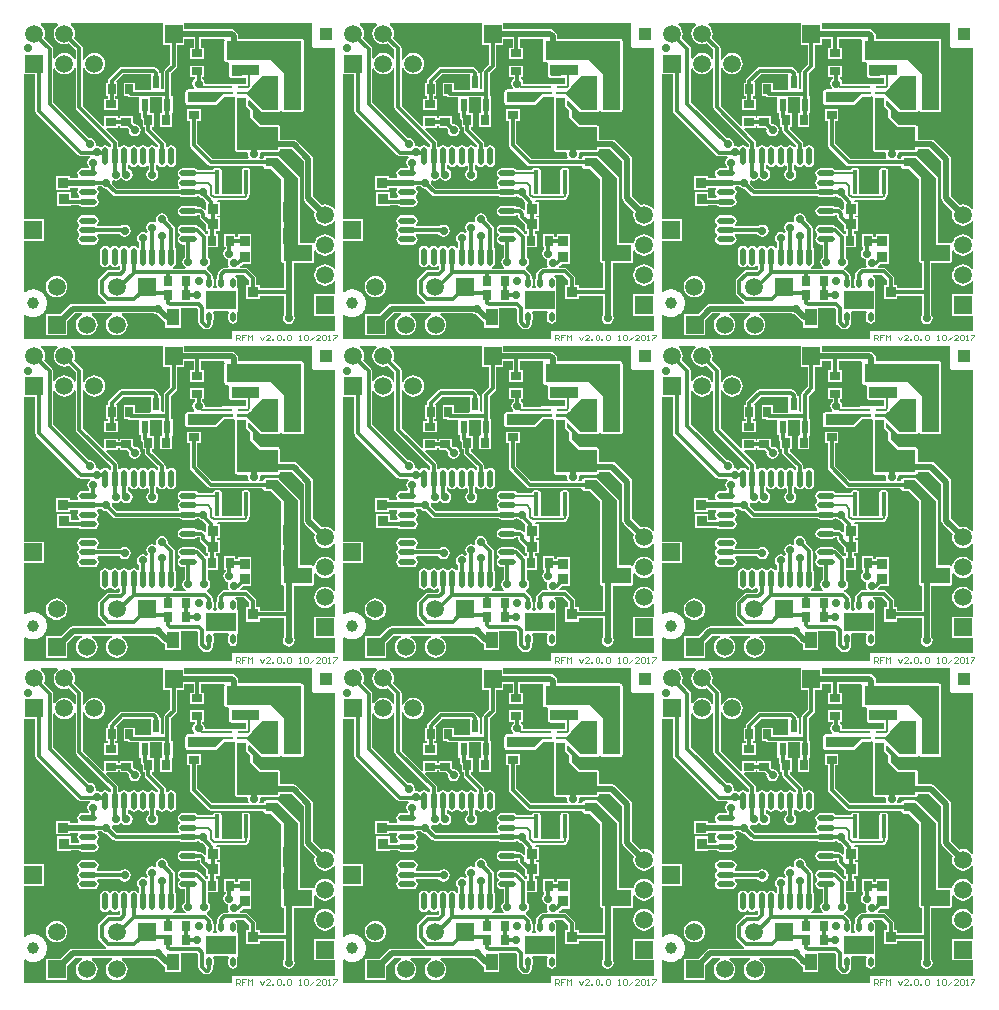
<source format=gtl>
G04 Layer_Physical_Order=1*
G04 Layer_Color=65280*
%FSLAX24Y24*%
%MOIN*%
G70*
G01*
G75*
%ADD10O,0.0591X0.0217*%
%ADD11O,0.0217X0.0591*%
%ADD12R,0.0394X0.0551*%
%ADD13R,0.0354X0.0335*%
%ADD14R,0.0335X0.0354*%
%ADD15R,0.0472X0.0689*%
%ADD16R,0.0394X0.1063*%
%ADD17R,0.0236X0.0433*%
%ADD18R,0.0335X0.0256*%
%ADD19R,0.0256X0.0335*%
%ADD20R,0.0295X0.0110*%
%ADD21R,0.0394X0.0394*%
%ADD22C,0.0394*%
G04:AMPARAMS|DCode=23|XSize=15.7mil|YSize=78.7mil|CornerRadius=0.8mil|HoleSize=0mil|Usage=FLASHONLY|Rotation=0.000|XOffset=0mil|YOffset=0mil|HoleType=Round|Shape=RoundedRectangle|*
%AMROUNDEDRECTD23*
21,1,0.0157,0.0772,0,0,0.0*
21,1,0.0142,0.0787,0,0,0.0*
1,1,0.0016,0.0071,-0.0386*
1,1,0.0016,-0.0071,-0.0386*
1,1,0.0016,-0.0071,0.0386*
1,1,0.0016,0.0071,0.0386*
%
%ADD23ROUNDEDRECTD23*%
%ADD24R,0.0984X0.0630*%
%ADD25O,0.0177X0.0335*%
%ADD26C,0.0118*%
%ADD27C,0.0079*%
%ADD28C,0.0197*%
%ADD29C,0.0039*%
%ADD30C,0.0591*%
%ADD31R,0.0591X0.0591*%
%ADD32R,0.0591X0.0591*%
%ADD33C,0.0276*%
G36*
X28068Y31576D02*
X28073Y31560D01*
X28068Y31535D01*
Y30906D01*
X28074Y30874D01*
X28092Y30848D01*
X28118Y30830D01*
X28150Y30824D01*
X28201D01*
X28228Y30784D01*
X28231Y30774D01*
X28226Y30748D01*
Y30394D01*
X28232Y30362D01*
X28247Y30340D01*
Y30324D01*
X28268D01*
X28276Y30318D01*
X28307Y30312D01*
X28796D01*
Y30115D01*
X28444D01*
Y30115D01*
X28406D01*
Y30115D01*
X27991D01*
Y30101D01*
X27420D01*
X27406Y30118D01*
X27391Y30195D01*
X27347Y30261D01*
X27326Y30275D01*
Y30344D01*
X27393D01*
Y30719D01*
X26938D01*
Y30344D01*
X27083D01*
Y30275D01*
X27062Y30261D01*
X27018Y30195D01*
X27003Y30118D01*
X27018Y30041D01*
X27062Y29976D01*
X27064Y29974D01*
X27049Y29924D01*
X26850D01*
X26819Y29918D01*
X26793Y29900D01*
X26775Y29874D01*
X26769Y29843D01*
Y29488D01*
X26775Y29457D01*
X26793Y29431D01*
X26819Y29413D01*
X26850Y29407D01*
X27756Y29407D01*
X27756Y29407D01*
X27787Y29413D01*
X27814Y29431D01*
X27814Y29431D01*
X28065Y29682D01*
X28346D01*
X28376Y29688D01*
X28380D01*
X28422Y29646D01*
X28422Y29645D01*
Y27913D01*
X28429Y27882D01*
X28446Y27856D01*
X28473Y27838D01*
X28504Y27832D01*
X28829D01*
X28861Y27793D01*
X28853Y27756D01*
X28869Y27679D01*
X28878Y27665D01*
X28855Y27620D01*
X27669D01*
X27169Y28121D01*
Y28887D01*
X27275D01*
Y29263D01*
X26820D01*
Y28887D01*
X26926D01*
Y28071D01*
X26926Y28071D01*
X26935Y28024D01*
X26961Y27985D01*
X27533Y27413D01*
X27533Y27413D01*
X27573Y27387D01*
X27619Y27378D01*
X27619Y27378D01*
X29324D01*
X29367Y27362D01*
X29371Y27345D01*
X29373Y27331D01*
X29373Y27331D01*
X29373Y27331D01*
X29382Y27318D01*
X29391Y27305D01*
X29391Y27305D01*
X29391Y27305D01*
X29404Y27296D01*
X29418Y27287D01*
X29418Y27287D01*
X29418Y27287D01*
X29432Y27284D01*
X29449Y27281D01*
X29612Y27281D01*
X29958Y26935D01*
Y24213D01*
X29964Y24181D01*
X29982Y24155D01*
X30008Y24137D01*
X30039Y24131D01*
X30055D01*
Y23291D01*
X29243D01*
Y23406D01*
X29137D01*
Y23622D01*
X29128Y23669D01*
X29102Y23708D01*
X29102Y23708D01*
X28865Y23944D01*
X28826Y23970D01*
X28780Y23980D01*
X28780Y23980D01*
X28595D01*
X28582Y24030D01*
X28609Y24048D01*
X28675Y24113D01*
X28967D01*
Y24588D01*
X28967D01*
Y24625D01*
X28967D01*
Y25099D01*
X28513D01*
Y25003D01*
X28436D01*
Y25109D01*
X28060D01*
Y24655D01*
X28107D01*
Y24606D01*
X28086Y24591D01*
X28042Y24526D01*
X28027Y24449D01*
X28042Y24372D01*
X28086Y24306D01*
X28151Y24262D01*
X28181Y24257D01*
X28192Y24229D01*
X28198Y24202D01*
X28184Y24134D01*
X28200Y24057D01*
X28218Y24030D01*
X28191Y23980D01*
X28071D01*
X28071Y23980D01*
X28024Y23970D01*
X27985Y23944D01*
X27867Y23826D01*
X27841Y23787D01*
X27831Y23740D01*
X27831Y23740D01*
Y23649D01*
X27813Y23621D01*
X27801Y23563D01*
Y23405D01*
X27813Y23348D01*
X27819Y23338D01*
X27792Y23288D01*
X27720D01*
X27693Y23338D01*
X27699Y23348D01*
X27711Y23405D01*
Y23563D01*
X27699Y23621D01*
X27680Y23649D01*
Y23691D01*
X27680Y23691D01*
X27671Y23737D01*
X27645Y23777D01*
X27645Y23777D01*
X27506Y23916D01*
X27476Y23935D01*
X27478Y23978D01*
X27481Y23988D01*
X27544Y24031D01*
X27588Y24096D01*
X27603Y24173D01*
X27588Y24250D01*
X27544Y24316D01*
X27523Y24330D01*
Y24655D01*
X27845D01*
Y25109D01*
X27779D01*
Y25206D01*
X27934D01*
Y25660D01*
X27818D01*
Y25718D01*
X27934D01*
Y26172D01*
X27810D01*
X27807Y26176D01*
X27803Y26187D01*
X27839Y26237D01*
X28740D01*
X28779Y26245D01*
X28812Y26267D01*
X28851Y26306D01*
X28873Y26339D01*
X28881Y26378D01*
Y26403D01*
X28899Y26416D01*
X28914Y26438D01*
X28920Y26465D01*
Y27236D01*
X28914Y27263D01*
X28899Y27285D01*
X28877Y27300D01*
X28850Y27305D01*
X28709D01*
X28682Y27300D01*
X28660Y27285D01*
X28645Y27263D01*
X28639Y27236D01*
Y26465D01*
X28619Y26440D01*
X27995D01*
X27975Y26465D01*
Y27236D01*
X27969Y27263D01*
X27954Y27285D01*
X27932Y27300D01*
X27906Y27305D01*
X27764D01*
X27737Y27300D01*
X27715Y27285D01*
X27700Y27263D01*
X27695Y27236D01*
Y27227D01*
X27192D01*
X27178Y27247D01*
X27123Y27284D01*
X27057Y27298D01*
X26683D01*
X26617Y27284D01*
X26562Y27247D01*
X26525Y27192D01*
X26511Y27126D01*
X26525Y27060D01*
X26562Y27005D01*
X26578Y26994D01*
Y26944D01*
X26562Y26932D01*
X26525Y26877D01*
X26511Y26811D01*
X26525Y26745D01*
X26562Y26690D01*
X26553Y26636D01*
X26533Y26617D01*
X24499D01*
X24331Y26786D01*
X24336Y26811D01*
X24323Y26872D01*
X24364Y26905D01*
X24372Y26900D01*
X24449Y26885D01*
X24526Y26900D01*
X24591Y26944D01*
X24601Y26958D01*
X24651D01*
X24661Y26944D01*
X24726Y26900D01*
X24803Y26885D01*
X24880Y26900D01*
X24946Y26944D01*
X24989Y27009D01*
X25005Y27087D01*
X24989Y27164D01*
X24946Y27229D01*
X24880Y27273D01*
X24846Y27280D01*
Y27389D01*
X24857Y27405D01*
X24907D01*
X24918Y27389D01*
X24974Y27351D01*
X25039Y27338D01*
X25105Y27351D01*
X25161Y27389D01*
X25172Y27405D01*
X25222D01*
X25233Y27389D01*
X25289Y27351D01*
X25354Y27338D01*
X25420Y27351D01*
X25476Y27389D01*
X25529Y27380D01*
X25548Y27360D01*
Y27243D01*
X25527Y27229D01*
X25483Y27164D01*
X25468Y27087D01*
X25483Y27009D01*
X25527Y26944D01*
X25592Y26900D01*
X25669Y26885D01*
X25746Y26900D01*
X25812Y26944D01*
X25856Y27009D01*
X25871Y27087D01*
X25856Y27164D01*
X25812Y27229D01*
X25791Y27243D01*
Y27389D01*
X25802Y27405D01*
X25852D01*
X25863Y27389D01*
X25919Y27351D01*
X25984Y27338D01*
X26050Y27351D01*
X26106Y27389D01*
X26117Y27405D01*
X26167D01*
X26178Y27389D01*
X26234Y27351D01*
X26299Y27338D01*
X26365Y27351D01*
X26421Y27389D01*
X26458Y27444D01*
X26471Y27510D01*
Y27884D01*
X26458Y27950D01*
X26421Y28005D01*
X26365Y28042D01*
X26299Y28055D01*
X26234Y28042D01*
X26178Y28005D01*
X26125Y28014D01*
X26106Y28034D01*
Y28110D01*
X26096Y28157D01*
X26070Y28196D01*
X26070Y28196D01*
X25653Y28613D01*
Y28670D01*
X25719D01*
Y29125D01*
X25634D01*
X25591Y29143D01*
Y29657D01*
X25983D01*
Y29143D01*
X25941Y29125D01*
X25934D01*
Y28670D01*
X26310D01*
Y29125D01*
X26340Y29143D01*
Y29696D01*
X26283D01*
Y30442D01*
X26464Y30623D01*
X26464Y30623D01*
X26490Y30662D01*
X26499Y30709D01*
X26499Y30709D01*
Y31416D01*
X26733D01*
Y31610D01*
X27044D01*
Y31310D01*
X26938D01*
Y30934D01*
X27393D01*
Y31310D01*
X27287D01*
Y31610D01*
X28043D01*
X28068Y31576D01*
D02*
G37*
G36*
X17438D02*
X17443Y31560D01*
X17438Y31535D01*
Y30906D01*
X17444Y30874D01*
X17462Y30848D01*
X17488Y30830D01*
X17520Y30824D01*
X17572D01*
X17599Y30784D01*
X17601Y30774D01*
X17596Y30748D01*
Y30394D01*
X17602Y30362D01*
X17617Y30340D01*
Y30324D01*
X17638D01*
X17646Y30318D01*
X17677Y30312D01*
X18166D01*
Y30115D01*
X17814D01*
Y30115D01*
X17777D01*
Y30115D01*
X17361D01*
Y30101D01*
X16790D01*
X16776Y30118D01*
X16761Y30195D01*
X16717Y30261D01*
X16696Y30275D01*
Y30344D01*
X16763D01*
Y30719D01*
X16308D01*
Y30344D01*
X16453D01*
Y30275D01*
X16432Y30261D01*
X16388Y30195D01*
X16373Y30118D01*
X16388Y30041D01*
X16432Y29976D01*
X16434Y29974D01*
X16419Y29924D01*
X16220D01*
X16189Y29918D01*
X16163Y29900D01*
X16145Y29874D01*
X16139Y29843D01*
Y29488D01*
X16145Y29457D01*
X16163Y29431D01*
X16189Y29413D01*
X16220Y29407D01*
X17126Y29407D01*
X17126Y29407D01*
X17157Y29413D01*
X17184Y29431D01*
X17184Y29431D01*
X17435Y29682D01*
X17717D01*
X17746Y29688D01*
X17751D01*
X17792Y29646D01*
X17792Y29645D01*
Y27913D01*
X17799Y27882D01*
X17816Y27856D01*
X17843Y27838D01*
X17874Y27832D01*
X18199D01*
X18231Y27793D01*
X18224Y27756D01*
X18239Y27679D01*
X18248Y27665D01*
X18225Y27620D01*
X17039D01*
X16539Y28121D01*
Y28887D01*
X16645D01*
Y29263D01*
X16190D01*
Y28887D01*
X16296D01*
Y28071D01*
X16296Y28071D01*
X16305Y28024D01*
X16331Y27985D01*
X16903Y27413D01*
X16903Y27413D01*
X16943Y27387D01*
X16989Y27378D01*
X16989Y27378D01*
X18694D01*
X18737Y27362D01*
X18741Y27345D01*
X18744Y27331D01*
X18744Y27331D01*
X18744Y27331D01*
X18752Y27318D01*
X18761Y27305D01*
X18761Y27305D01*
X18761Y27305D01*
X18774Y27296D01*
X18788Y27287D01*
X18788Y27287D01*
X18788Y27287D01*
X18802Y27284D01*
X18819Y27281D01*
X18982Y27281D01*
X19328Y26935D01*
Y24213D01*
X19334Y24181D01*
X19352Y24155D01*
X19378Y24137D01*
X19409Y24131D01*
X19425D01*
Y23291D01*
X18613D01*
Y23406D01*
X18507D01*
Y23622D01*
X18498Y23669D01*
X18472Y23708D01*
X18472Y23708D01*
X18235Y23944D01*
X18196Y23970D01*
X18150Y23980D01*
X18150Y23980D01*
X17966D01*
X17952Y24030D01*
X17980Y24048D01*
X18045Y24113D01*
X18338D01*
Y24588D01*
X18338D01*
Y24625D01*
X18338D01*
Y25099D01*
X17883D01*
Y25003D01*
X17806D01*
Y25109D01*
X17430D01*
Y24655D01*
X17477D01*
Y24606D01*
X17456Y24591D01*
X17412Y24526D01*
X17397Y24449D01*
X17412Y24372D01*
X17456Y24306D01*
X17521Y24262D01*
X17551Y24257D01*
X17562Y24229D01*
X17568Y24202D01*
X17554Y24134D01*
X17570Y24057D01*
X17588Y24030D01*
X17561Y23980D01*
X17441D01*
X17441Y23980D01*
X17394Y23970D01*
X17355Y23944D01*
X17237Y23826D01*
X17211Y23787D01*
X17201Y23740D01*
X17201Y23740D01*
Y23649D01*
X17183Y23621D01*
X17171Y23563D01*
Y23405D01*
X17183Y23348D01*
X17189Y23338D01*
X17162Y23288D01*
X17090D01*
X17063Y23338D01*
X17069Y23348D01*
X17081Y23405D01*
Y23563D01*
X17069Y23621D01*
X17050Y23649D01*
Y23691D01*
X17050Y23691D01*
X17041Y23737D01*
X17015Y23777D01*
X17015Y23777D01*
X16876Y23916D01*
X16846Y23935D01*
X16848Y23978D01*
X16851Y23988D01*
X16914Y24031D01*
X16958Y24096D01*
X16973Y24173D01*
X16958Y24250D01*
X16914Y24316D01*
X16893Y24330D01*
Y24655D01*
X17216D01*
Y25109D01*
X17149D01*
Y25206D01*
X17304D01*
Y25660D01*
X17188D01*
Y25718D01*
X17304D01*
Y26172D01*
X17180D01*
X17177Y26176D01*
X17173Y26187D01*
X17209Y26237D01*
X18110D01*
X18149Y26245D01*
X18182Y26267D01*
X18221Y26306D01*
X18243Y26339D01*
X18251Y26378D01*
Y26403D01*
X18269Y26416D01*
X18284Y26438D01*
X18290Y26465D01*
Y27236D01*
X18284Y27263D01*
X18269Y27285D01*
X18247Y27300D01*
X18220Y27305D01*
X18079D01*
X18052Y27300D01*
X18030Y27285D01*
X18015Y27263D01*
X18010Y27236D01*
Y26465D01*
X17989Y26440D01*
X17365D01*
X17345Y26465D01*
Y27236D01*
X17340Y27263D01*
X17325Y27285D01*
X17302Y27300D01*
X17276Y27305D01*
X17134D01*
X17107Y27300D01*
X17085Y27285D01*
X17070Y27263D01*
X17065Y27236D01*
Y27227D01*
X16562D01*
X16548Y27247D01*
X16493Y27284D01*
X16427Y27298D01*
X16053D01*
X15987Y27284D01*
X15932Y27247D01*
X15895Y27192D01*
X15882Y27126D01*
X15895Y27060D01*
X15932Y27005D01*
X15949Y26994D01*
Y26944D01*
X15932Y26932D01*
X15895Y26877D01*
X15882Y26811D01*
X15895Y26745D01*
X15932Y26690D01*
X15923Y26636D01*
X15903Y26617D01*
X13869D01*
X13701Y26786D01*
X13706Y26811D01*
X13693Y26872D01*
X13735Y26905D01*
X13742Y26900D01*
X13819Y26885D01*
X13896Y26900D01*
X13961Y26944D01*
X13971Y26958D01*
X14021D01*
X14031Y26944D01*
X14096Y26900D01*
X14173Y26885D01*
X14250Y26900D01*
X14316Y26944D01*
X14360Y27009D01*
X14375Y27087D01*
X14360Y27164D01*
X14316Y27229D01*
X14250Y27273D01*
X14216Y27280D01*
Y27389D01*
X14227Y27405D01*
X14277D01*
X14288Y27389D01*
X14344Y27351D01*
X14409Y27338D01*
X14475Y27351D01*
X14531Y27389D01*
X14542Y27405D01*
X14592D01*
X14603Y27389D01*
X14659Y27351D01*
X14724Y27338D01*
X14790Y27351D01*
X14846Y27389D01*
X14899Y27380D01*
X14918Y27360D01*
Y27243D01*
X14897Y27229D01*
X14853Y27164D01*
X14838Y27087D01*
X14853Y27009D01*
X14897Y26944D01*
X14962Y26900D01*
X15039Y26885D01*
X15117Y26900D01*
X15182Y26944D01*
X15226Y27009D01*
X15241Y27087D01*
X15226Y27164D01*
X15182Y27229D01*
X15161Y27243D01*
Y27389D01*
X15172Y27405D01*
X15222D01*
X15233Y27389D01*
X15289Y27351D01*
X15354Y27338D01*
X15420Y27351D01*
X15476Y27389D01*
X15487Y27405D01*
X15537D01*
X15548Y27389D01*
X15604Y27351D01*
X15669Y27338D01*
X15735Y27351D01*
X15791Y27389D01*
X15828Y27444D01*
X15841Y27510D01*
Y27884D01*
X15828Y27950D01*
X15791Y28005D01*
X15735Y28042D01*
X15669Y28055D01*
X15604Y28042D01*
X15548Y28005D01*
X15495Y28014D01*
X15476Y28034D01*
Y28110D01*
X15466Y28157D01*
X15440Y28196D01*
X15440Y28196D01*
X15023Y28613D01*
Y28670D01*
X15090D01*
Y29125D01*
X15004D01*
X14962Y29143D01*
Y29657D01*
X15353D01*
Y29143D01*
X15311Y29125D01*
X15304D01*
Y28670D01*
X15680D01*
Y29125D01*
X15710Y29143D01*
Y29696D01*
X15653D01*
Y30442D01*
X15834Y30623D01*
X15834Y30623D01*
X15860Y30662D01*
X15869Y30709D01*
X15869Y30709D01*
Y31416D01*
X16103D01*
Y31610D01*
X16414D01*
Y31310D01*
X16308D01*
Y30934D01*
X16763D01*
Y31310D01*
X16657D01*
Y31610D01*
X17413D01*
X17438Y31576D01*
D02*
G37*
G36*
X6808D02*
X6813Y31560D01*
X6808Y31535D01*
Y30906D01*
X6814Y30874D01*
X6832Y30848D01*
X6859Y30830D01*
X6890Y30824D01*
X6942D01*
X6969Y30784D01*
X6971Y30774D01*
X6966Y30748D01*
Y30394D01*
X6972Y30362D01*
X6987Y30340D01*
Y30324D01*
X7008D01*
X7016Y30318D01*
X7047Y30312D01*
X7536D01*
Y30115D01*
X7184D01*
Y30115D01*
X7147D01*
Y30115D01*
X6731D01*
Y30101D01*
X6160D01*
X6147Y30118D01*
X6131Y30195D01*
X6087Y30261D01*
X6066Y30275D01*
Y30344D01*
X6133D01*
Y30719D01*
X5678D01*
Y30344D01*
X5824D01*
Y30275D01*
X5802Y30261D01*
X5759Y30195D01*
X5743Y30118D01*
X5759Y30041D01*
X5802Y29976D01*
X5804Y29974D01*
X5789Y29924D01*
X5591D01*
X5559Y29918D01*
X5533Y29900D01*
X5515Y29874D01*
X5509Y29843D01*
Y29488D01*
X5515Y29457D01*
X5533Y29431D01*
X5559Y29413D01*
X5591Y29407D01*
X6496Y29407D01*
X6496Y29407D01*
X6527Y29413D01*
X6554Y29431D01*
X6554Y29431D01*
X6805Y29682D01*
X7087D01*
X7116Y29688D01*
X7121D01*
X7162Y29646D01*
X7163Y29645D01*
Y27913D01*
X7169Y27882D01*
X7186Y27856D01*
X7213Y27838D01*
X7244Y27832D01*
X7569D01*
X7601Y27793D01*
X7594Y27756D01*
X7609Y27679D01*
X7618Y27665D01*
X7595Y27620D01*
X6409D01*
X5909Y28121D01*
Y28887D01*
X6015D01*
Y29263D01*
X5560D01*
Y28887D01*
X5666D01*
Y28071D01*
X5666Y28071D01*
X5675Y28024D01*
X5702Y27985D01*
X6273Y27413D01*
X6273Y27413D01*
X6313Y27387D01*
X6359Y27378D01*
X6359Y27378D01*
X8064D01*
X8107Y27362D01*
X8111Y27345D01*
X8114Y27331D01*
X8114Y27331D01*
X8114Y27331D01*
X8123Y27318D01*
X8131Y27305D01*
X8131Y27305D01*
X8131Y27305D01*
X8144Y27296D01*
X8158Y27287D01*
X8158Y27287D01*
X8158Y27287D01*
X8172Y27284D01*
X8189Y27281D01*
X8352Y27281D01*
X8698Y26935D01*
Y24213D01*
X8704Y24181D01*
X8722Y24155D01*
X8748Y24137D01*
X8780Y24131D01*
X8795D01*
Y23291D01*
X7983D01*
Y23406D01*
X7877D01*
Y23622D01*
X7868Y23669D01*
X7842Y23708D01*
X7842Y23708D01*
X7606Y23944D01*
X7566Y23970D01*
X7520Y23980D01*
X7520Y23980D01*
X7336D01*
X7322Y24030D01*
X7350Y24048D01*
X7415Y24113D01*
X7708D01*
Y24588D01*
X7708D01*
Y24625D01*
X7708D01*
Y25099D01*
X7253D01*
Y25003D01*
X7176D01*
Y25109D01*
X6800D01*
Y24655D01*
X6847D01*
Y24606D01*
X6826Y24591D01*
X6782Y24526D01*
X6767Y24449D01*
X6782Y24372D01*
X6826Y24306D01*
X6891Y24262D01*
X6921Y24257D01*
X6932Y24229D01*
X6938Y24202D01*
X6924Y24134D01*
X6940Y24057D01*
X6958Y24030D01*
X6931Y23980D01*
X6811D01*
X6811Y23980D01*
X6765Y23970D01*
X6725Y23944D01*
X6607Y23826D01*
X6581Y23787D01*
X6571Y23740D01*
X6571Y23740D01*
Y23649D01*
X6553Y23621D01*
X6541Y23563D01*
Y23405D01*
X6553Y23348D01*
X6559Y23338D01*
X6532Y23288D01*
X6460D01*
X6433Y23338D01*
X6439Y23348D01*
X6451Y23405D01*
Y23563D01*
X6439Y23621D01*
X6421Y23649D01*
Y23691D01*
X6421Y23691D01*
X6411Y23737D01*
X6385Y23777D01*
X6385Y23777D01*
X6246Y23916D01*
X6216Y23935D01*
X6218Y23978D01*
X6221Y23988D01*
X6284Y24031D01*
X6328Y24096D01*
X6343Y24173D01*
X6328Y24250D01*
X6284Y24316D01*
X6263Y24330D01*
Y24655D01*
X6586D01*
Y25109D01*
X6519D01*
Y25206D01*
X6674D01*
Y25660D01*
X6558D01*
Y25718D01*
X6674D01*
Y26172D01*
X6550D01*
X6547Y26176D01*
X6543Y26187D01*
X6579Y26237D01*
X7480D01*
X7519Y26245D01*
X7552Y26267D01*
X7591Y26306D01*
X7613Y26339D01*
X7621Y26378D01*
Y26403D01*
X7639Y26416D01*
X7654Y26438D01*
X7660Y26465D01*
Y27236D01*
X7654Y27263D01*
X7639Y27285D01*
X7617Y27300D01*
X7591Y27305D01*
X7449D01*
X7422Y27300D01*
X7400Y27285D01*
X7385Y27263D01*
X7380Y27236D01*
Y26465D01*
X7359Y26440D01*
X6735D01*
X6715Y26465D01*
Y27236D01*
X6710Y27263D01*
X6695Y27285D01*
X6672Y27300D01*
X6646Y27305D01*
X6504D01*
X6477Y27300D01*
X6455Y27285D01*
X6440Y27263D01*
X6435Y27236D01*
Y27227D01*
X5932D01*
X5919Y27247D01*
X5863Y27284D01*
X5797Y27298D01*
X5423D01*
X5358Y27284D01*
X5302Y27247D01*
X5265Y27192D01*
X5252Y27126D01*
X5265Y27060D01*
X5302Y27005D01*
X5319Y26994D01*
Y26944D01*
X5302Y26932D01*
X5265Y26877D01*
X5252Y26811D01*
X5265Y26745D01*
X5302Y26690D01*
X5293Y26636D01*
X5273Y26617D01*
X3239D01*
X3071Y26786D01*
X3076Y26811D01*
X3063Y26872D01*
X3105Y26905D01*
X3112Y26900D01*
X3189Y26885D01*
X3266Y26900D01*
X3332Y26944D01*
X3341Y26958D01*
X3391D01*
X3401Y26944D01*
X3466Y26900D01*
X3543Y26885D01*
X3620Y26900D01*
X3686Y26944D01*
X3730Y27009D01*
X3745Y27087D01*
X3730Y27164D01*
X3686Y27229D01*
X3620Y27273D01*
X3586Y27280D01*
Y27389D01*
X3597Y27405D01*
X3647D01*
X3658Y27389D01*
X3714Y27351D01*
X3780Y27338D01*
X3845Y27351D01*
X3901Y27389D01*
X3912Y27405D01*
X3962D01*
X3973Y27389D01*
X4029Y27351D01*
X4094Y27338D01*
X4160Y27351D01*
X4216Y27389D01*
X4269Y27380D01*
X4288Y27360D01*
Y27243D01*
X4267Y27229D01*
X4223Y27164D01*
X4208Y27087D01*
X4223Y27009D01*
X4267Y26944D01*
X4332Y26900D01*
X4409Y26885D01*
X4487Y26900D01*
X4552Y26944D01*
X4596Y27009D01*
X4611Y27087D01*
X4596Y27164D01*
X4552Y27229D01*
X4531Y27243D01*
Y27389D01*
X4542Y27405D01*
X4592D01*
X4603Y27389D01*
X4659Y27351D01*
X4724Y27338D01*
X4790Y27351D01*
X4846Y27389D01*
X4857Y27405D01*
X4907D01*
X4918Y27389D01*
X4974Y27351D01*
X5039Y27338D01*
X5105Y27351D01*
X5161Y27389D01*
X5198Y27444D01*
X5211Y27510D01*
Y27884D01*
X5198Y27950D01*
X5161Y28005D01*
X5105Y28042D01*
X5039Y28055D01*
X4974Y28042D01*
X4918Y28005D01*
X4865Y28014D01*
X4846Y28034D01*
Y28110D01*
X4837Y28157D01*
X4810Y28196D01*
X4810Y28196D01*
X4393Y28613D01*
Y28670D01*
X4460D01*
Y29125D01*
X4374D01*
X4332Y29143D01*
Y29657D01*
X4723D01*
Y29143D01*
X4681Y29125D01*
X4674D01*
Y28670D01*
X5050D01*
Y29125D01*
X5080Y29143D01*
Y29696D01*
X5023D01*
Y30442D01*
X5204Y30623D01*
X5204Y30623D01*
X5230Y30662D01*
X5239Y30709D01*
X5239Y30709D01*
Y31416D01*
X5473D01*
Y31610D01*
X5784D01*
Y31310D01*
X5678D01*
Y30934D01*
X6133D01*
Y31310D01*
X6027D01*
Y31610D01*
X6783D01*
X6808Y31576D01*
D02*
G37*
G36*
X22520Y32073D02*
X22479Y32041D01*
X22422Y31967D01*
X22386Y31880D01*
X22374Y31787D01*
X22386Y31695D01*
X22422Y31608D01*
X22479Y31534D01*
X22553Y31477D01*
X22640Y31441D01*
X22732Y31429D01*
X22825Y31441D01*
X22883Y31465D01*
X23107Y31241D01*
Y30942D01*
X23057Y30932D01*
X23043Y30967D01*
X22986Y31041D01*
X22911Y31098D01*
X22825Y31134D01*
X22732Y31146D01*
X22640Y31134D01*
X22553Y31098D01*
X22479Y31041D01*
X22422Y30967D01*
X22415Y30951D01*
X22365Y30961D01*
Y31276D01*
X22365Y31276D01*
X22356Y31322D01*
X22330Y31361D01*
X22054Y31637D01*
X22078Y31695D01*
X22091Y31787D01*
X22078Y31880D01*
X22043Y31967D01*
X21986Y32041D01*
X21944Y32073D01*
X21961Y32123D01*
X22504D01*
X22520Y32073D01*
D02*
G37*
G36*
X11891D02*
X11849Y32041D01*
X11792Y31967D01*
X11756Y31880D01*
X11744Y31787D01*
X11756Y31695D01*
X11792Y31608D01*
X11849Y31534D01*
X11923Y31477D01*
X12010Y31441D01*
X12102Y31429D01*
X12195Y31441D01*
X12253Y31465D01*
X12477Y31241D01*
Y30942D01*
X12427Y30932D01*
X12413Y30967D01*
X12356Y31041D01*
X12282Y31098D01*
X12195Y31134D01*
X12102Y31146D01*
X12010Y31134D01*
X11923Y31098D01*
X11849Y31041D01*
X11792Y30967D01*
X11786Y30951D01*
X11736Y30961D01*
Y31276D01*
X11736Y31276D01*
X11726Y31322D01*
X11700Y31361D01*
X11425Y31637D01*
X11448Y31695D01*
X11461Y31787D01*
X11448Y31880D01*
X11413Y31967D01*
X11356Y32041D01*
X11314Y32073D01*
X11331Y32123D01*
X11874D01*
X11891Y32073D01*
D02*
G37*
G36*
X1261D02*
X1219Y32041D01*
X1162Y31967D01*
X1126Y31880D01*
X1114Y31787D01*
X1126Y31695D01*
X1162Y31608D01*
X1219Y31534D01*
X1293Y31477D01*
X1380Y31441D01*
X1472Y31429D01*
X1565Y31441D01*
X1623Y31465D01*
X1847Y31241D01*
Y30942D01*
X1797Y30932D01*
X1783Y30967D01*
X1726Y31041D01*
X1652Y31098D01*
X1565Y31134D01*
X1472Y31146D01*
X1380Y31134D01*
X1293Y31098D01*
X1219Y31041D01*
X1162Y30967D01*
X1156Y30951D01*
X1106Y30961D01*
Y31276D01*
X1106Y31276D01*
X1096Y31322D01*
X1070Y31361D01*
X795Y31637D01*
X819Y31695D01*
X831Y31787D01*
X819Y31880D01*
X783Y31967D01*
X726Y32041D01*
X684Y32073D01*
X701Y32123D01*
X1244D01*
X1261Y32073D01*
D02*
G37*
G36*
X23107Y30633D02*
Y29331D01*
X23107Y29331D01*
X23116Y29284D01*
X23143Y29245D01*
X24288Y28099D01*
Y28005D01*
X24277Y27988D01*
X24227D01*
X24216Y28005D01*
X24160Y28042D01*
X24094Y28055D01*
X24029Y28042D01*
X23973Y28005D01*
X23932Y27997D01*
X23896Y28021D01*
X23819Y28036D01*
X23778Y28079D01*
X23784Y28110D01*
X23769Y28187D01*
X23725Y28253D01*
X23660Y28297D01*
X23583Y28312D01*
X23558Y28307D01*
X22365Y29499D01*
Y30614D01*
X22415Y30624D01*
X22422Y30608D01*
X22479Y30534D01*
X22553Y30477D01*
X22640Y30441D01*
X22732Y30429D01*
X22825Y30441D01*
X22911Y30477D01*
X22986Y30534D01*
X23043Y30608D01*
X23057Y30643D01*
X23107Y30633D01*
D02*
G37*
G36*
X12477D02*
Y29331D01*
X12477Y29331D01*
X12486Y29284D01*
X12513Y29245D01*
X13658Y28099D01*
Y28005D01*
X13647Y27988D01*
X13597D01*
X13586Y28005D01*
X13530Y28042D01*
X13465Y28055D01*
X13399Y28042D01*
X13343Y28005D01*
X13302Y27997D01*
X13266Y28021D01*
X13189Y28036D01*
X13148Y28079D01*
X13154Y28110D01*
X13139Y28187D01*
X13095Y28253D01*
X13030Y28297D01*
X12953Y28312D01*
X12928Y28307D01*
X11736Y29499D01*
Y30614D01*
X11786Y30624D01*
X11792Y30608D01*
X11849Y30534D01*
X11923Y30477D01*
X12010Y30441D01*
X12102Y30429D01*
X12195Y30441D01*
X12282Y30477D01*
X12356Y30534D01*
X12413Y30608D01*
X12427Y30643D01*
X12477Y30633D01*
D02*
G37*
G36*
X1847D02*
Y29331D01*
X1847Y29331D01*
X1856Y29284D01*
X1883Y29245D01*
X3028Y28099D01*
Y28005D01*
X3017Y27988D01*
X2967D01*
X2956Y28005D01*
X2900Y28042D01*
X2835Y28055D01*
X2769Y28042D01*
X2713Y28005D01*
X2672Y27997D01*
X2636Y28021D01*
X2559Y28036D01*
X2518Y28079D01*
X2524Y28110D01*
X2509Y28187D01*
X2465Y28253D01*
X2400Y28297D01*
X2323Y28312D01*
X2298Y28307D01*
X1106Y29499D01*
Y30614D01*
X1156Y30624D01*
X1162Y30608D01*
X1219Y30534D01*
X1293Y30477D01*
X1380Y30441D01*
X1472Y30429D01*
X1565Y30441D01*
X1652Y30477D01*
X1726Y30534D01*
X1783Y30608D01*
X1797Y30643D01*
X1847Y30633D01*
D02*
G37*
G36*
X29213Y30394D02*
X28307D01*
Y30748D01*
X29213D01*
Y30394D01*
D02*
G37*
G36*
X18583D02*
X17677D01*
Y30748D01*
X18583D01*
Y30394D01*
D02*
G37*
G36*
X7953D02*
X7047D01*
Y30748D01*
X7953D01*
Y30394D01*
D02*
G37*
G36*
X26023Y31416D02*
X26257D01*
Y30759D01*
X26076Y30578D01*
X26049Y30539D01*
X26040Y30492D01*
X26040Y30492D01*
Y29936D01*
X26016Y29921D01*
X25966Y29948D01*
Y30464D01*
X25909D01*
Y30472D01*
X25900Y30519D01*
X25873Y30558D01*
X25873Y30558D01*
X25794Y30637D01*
X25755Y30663D01*
X25709Y30673D01*
X25709Y30673D01*
X24646D01*
X24599Y30663D01*
X24560Y30637D01*
X24560Y30637D01*
X24225Y30302D01*
X24199Y30263D01*
X24190Y30217D01*
X24190Y30217D01*
Y30149D01*
X24123D01*
Y29694D01*
X24190D01*
Y29617D01*
X24064D01*
Y29241D01*
X24519D01*
Y29617D01*
X24432D01*
Y29694D01*
X24499D01*
Y30149D01*
X24485D01*
X24465Y30199D01*
X24696Y30430D01*
X25609D01*
X25609Y29910D01*
X25564Y29900D01*
X25090D01*
Y30149D01*
X24714D01*
Y29694D01*
X24859D01*
X24860Y29693D01*
X24860Y29693D01*
X24899Y29666D01*
X24946Y29657D01*
X24946Y29657D01*
X25235D01*
Y29143D01*
X25292D01*
Y29016D01*
X25292Y29016D01*
X25301Y28969D01*
X25328Y28930D01*
X25344Y28914D01*
Y28670D01*
X25410D01*
Y28563D01*
X25410Y28563D01*
X25419Y28517D01*
X25446Y28477D01*
X25863Y28060D01*
Y28005D01*
X25852Y27988D01*
X25802D01*
X25791Y28005D01*
X25735Y28042D01*
X25669Y28055D01*
X25604Y28042D01*
X25548Y28005D01*
X25537Y27988D01*
X25487D01*
X25476Y28005D01*
X25420Y28042D01*
X25354Y28055D01*
X25289Y28042D01*
X25233Y28005D01*
X25222Y27988D01*
X25172D01*
X25161Y28005D01*
X25105Y28042D01*
X25039Y28055D01*
X24974Y28042D01*
X24918Y28005D01*
X24907Y27988D01*
X24857D01*
X24846Y28005D01*
X24790Y28042D01*
X24724Y28055D01*
X24659Y28042D01*
X24603Y28005D01*
X24550Y28014D01*
X24531Y28034D01*
Y28150D01*
X24531Y28150D01*
X24522Y28196D01*
X24495Y28235D01*
X24126Y28604D01*
X24145Y28651D01*
X24519D01*
Y28717D01*
X24576D01*
Y28651D01*
X24819D01*
X24882Y28588D01*
X24877Y28563D01*
X24892Y28486D01*
X24936Y28420D01*
X25002Y28377D01*
X25079Y28361D01*
X25156Y28377D01*
X25221Y28420D01*
X25265Y28486D01*
X25280Y28563D01*
X25265Y28640D01*
X25221Y28706D01*
X25156Y28749D01*
X25079Y28765D01*
X25072Y28763D01*
X25030Y28800D01*
Y29027D01*
X24576D01*
Y28960D01*
X24519D01*
Y29027D01*
X24064D01*
Y28732D01*
X24018Y28713D01*
X23350Y29381D01*
Y30652D01*
X23400Y30662D01*
X23422Y30608D01*
X23479Y30534D01*
X23553Y30477D01*
X23640Y30441D01*
X23732Y30429D01*
X23825Y30441D01*
X23911Y30477D01*
X23986Y30534D01*
X24043Y30608D01*
X24078Y30695D01*
X24091Y30787D01*
X24078Y30880D01*
X24043Y30967D01*
X23986Y31041D01*
X23911Y31098D01*
X23825Y31134D01*
X23732Y31146D01*
X23640Y31134D01*
X23553Y31098D01*
X23479Y31041D01*
X23422Y30967D01*
X23400Y30913D01*
X23350Y30923D01*
Y31291D01*
X23350Y31291D01*
X23340Y31338D01*
X23314Y31377D01*
X23054Y31637D01*
X23078Y31695D01*
X23091Y31787D01*
X23078Y31880D01*
X23043Y31967D01*
X22986Y32041D01*
X22944Y32073D01*
X22961Y32123D01*
X26023D01*
Y31416D01*
D02*
G37*
G36*
X15393D02*
X15627D01*
Y30759D01*
X15446Y30578D01*
X15419Y30539D01*
X15410Y30492D01*
X15410Y30492D01*
Y29936D01*
X15386Y29921D01*
X15336Y29948D01*
Y30464D01*
X15279D01*
Y30472D01*
X15270Y30519D01*
X15243Y30558D01*
X15243Y30558D01*
X15165Y30637D01*
X15125Y30663D01*
X15079Y30673D01*
X15079Y30673D01*
X14016D01*
X13969Y30663D01*
X13930Y30637D01*
X13930Y30637D01*
X13595Y30302D01*
X13569Y30263D01*
X13560Y30217D01*
X13560Y30217D01*
Y30149D01*
X13493D01*
Y29694D01*
X13560D01*
Y29617D01*
X13434D01*
Y29241D01*
X13889D01*
Y29617D01*
X13802D01*
Y29694D01*
X13869D01*
Y30149D01*
X13856D01*
X13835Y30199D01*
X14066Y30430D01*
X14979D01*
X14979Y29910D01*
X14934Y29900D01*
X14460D01*
Y30149D01*
X14084D01*
Y29694D01*
X14229D01*
X14230Y29693D01*
X14230Y29693D01*
X14269Y29666D01*
X14316Y29657D01*
X14316Y29657D01*
X14605D01*
Y29143D01*
X14662D01*
Y29016D01*
X14662Y29016D01*
X14671Y28969D01*
X14698Y28930D01*
X14714Y28914D01*
Y28670D01*
X14780D01*
Y28563D01*
X14780Y28563D01*
X14789Y28517D01*
X14816Y28477D01*
X15233Y28060D01*
Y28005D01*
X15222Y27988D01*
X15172D01*
X15161Y28005D01*
X15105Y28042D01*
X15039Y28055D01*
X14974Y28042D01*
X14918Y28005D01*
X14907Y27988D01*
X14857D01*
X14846Y28005D01*
X14790Y28042D01*
X14724Y28055D01*
X14659Y28042D01*
X14603Y28005D01*
X14592Y27988D01*
X14542D01*
X14531Y28005D01*
X14475Y28042D01*
X14409Y28055D01*
X14344Y28042D01*
X14288Y28005D01*
X14277Y27988D01*
X14227D01*
X14216Y28005D01*
X14160Y28042D01*
X14094Y28055D01*
X14029Y28042D01*
X13973Y28005D01*
X13920Y28014D01*
X13901Y28034D01*
Y28150D01*
X13901Y28150D01*
X13892Y28196D01*
X13865Y28235D01*
X13496Y28604D01*
X13515Y28651D01*
X13889D01*
Y28717D01*
X13946D01*
Y28651D01*
X14190D01*
X14252Y28588D01*
X14247Y28563D01*
X14262Y28486D01*
X14306Y28420D01*
X14372Y28377D01*
X14449Y28361D01*
X14526Y28377D01*
X14591Y28420D01*
X14635Y28486D01*
X14650Y28563D01*
X14635Y28640D01*
X14591Y28706D01*
X14526Y28749D01*
X14449Y28765D01*
X14442Y28763D01*
X14401Y28800D01*
Y29027D01*
X13946D01*
Y28960D01*
X13889D01*
Y29027D01*
X13434D01*
Y28732D01*
X13388Y28713D01*
X12720Y29381D01*
Y30652D01*
X12770Y30662D01*
X12792Y30608D01*
X12849Y30534D01*
X12923Y30477D01*
X13010Y30441D01*
X13102Y30429D01*
X13195Y30441D01*
X13282Y30477D01*
X13356Y30534D01*
X13413Y30608D01*
X13448Y30695D01*
X13461Y30787D01*
X13448Y30880D01*
X13413Y30967D01*
X13356Y31041D01*
X13282Y31098D01*
X13195Y31134D01*
X13102Y31146D01*
X13010Y31134D01*
X12923Y31098D01*
X12849Y31041D01*
X12792Y30967D01*
X12770Y30913D01*
X12720Y30923D01*
Y31291D01*
X12720Y31291D01*
X12711Y31338D01*
X12684Y31377D01*
X12425Y31637D01*
X12448Y31695D01*
X12461Y31787D01*
X12448Y31880D01*
X12413Y31967D01*
X12356Y32041D01*
X12314Y32073D01*
X12331Y32123D01*
X15393D01*
Y31416D01*
D02*
G37*
G36*
X4763D02*
X4997D01*
Y30759D01*
X4816Y30578D01*
X4789Y30539D01*
X4780Y30492D01*
X4780Y30492D01*
Y29936D01*
X4756Y29921D01*
X4706Y29948D01*
Y30464D01*
X4649D01*
Y30472D01*
X4640Y30519D01*
X4613Y30558D01*
X4613Y30558D01*
X4535Y30637D01*
X4495Y30663D01*
X4449Y30673D01*
X4449Y30673D01*
X3386D01*
X3339Y30663D01*
X3300Y30637D01*
X3300Y30637D01*
X2965Y30302D01*
X2939Y30263D01*
X2930Y30217D01*
X2930Y30217D01*
Y30149D01*
X2863D01*
Y29694D01*
X2930D01*
Y29617D01*
X2804D01*
Y29241D01*
X3259D01*
Y29617D01*
X3173D01*
Y29694D01*
X3239D01*
Y30149D01*
X3226D01*
X3205Y30199D01*
X3436Y30430D01*
X4349D01*
X4349Y29910D01*
X4304Y29900D01*
X3830D01*
Y30149D01*
X3454D01*
Y29694D01*
X3599D01*
X3600Y29693D01*
X3600Y29693D01*
X3640Y29666D01*
X3686Y29657D01*
X3686Y29657D01*
X3975D01*
Y29143D01*
X4032D01*
Y29016D01*
X4032Y29016D01*
X4041Y28969D01*
X4068Y28930D01*
X4084Y28914D01*
Y28670D01*
X4150D01*
Y28563D01*
X4150Y28563D01*
X4160Y28517D01*
X4186Y28477D01*
X4603Y28060D01*
Y28005D01*
X4592Y27988D01*
X4542D01*
X4531Y28005D01*
X4475Y28042D01*
X4409Y28055D01*
X4344Y28042D01*
X4288Y28005D01*
X4277Y27988D01*
X4227D01*
X4216Y28005D01*
X4160Y28042D01*
X4094Y28055D01*
X4029Y28042D01*
X3973Y28005D01*
X3962Y27988D01*
X3912D01*
X3901Y28005D01*
X3845Y28042D01*
X3780Y28055D01*
X3714Y28042D01*
X3658Y28005D01*
X3647Y27988D01*
X3597D01*
X3586Y28005D01*
X3530Y28042D01*
X3465Y28055D01*
X3399Y28042D01*
X3343Y28005D01*
X3290Y28014D01*
X3271Y28034D01*
Y28150D01*
X3271Y28150D01*
X3262Y28196D01*
X3235Y28235D01*
X2866Y28604D01*
X2886Y28651D01*
X3259D01*
Y28717D01*
X3316D01*
Y28651D01*
X3560D01*
X3622Y28588D01*
X3617Y28563D01*
X3633Y28486D01*
X3676Y28420D01*
X3742Y28377D01*
X3819Y28361D01*
X3896Y28377D01*
X3961Y28420D01*
X4005Y28486D01*
X4021Y28563D01*
X4005Y28640D01*
X3961Y28706D01*
X3896Y28749D01*
X3819Y28765D01*
X3813Y28763D01*
X3771Y28800D01*
Y29027D01*
X3316D01*
Y28960D01*
X3259D01*
Y29027D01*
X2804D01*
Y28732D01*
X2758Y28713D01*
X2090Y29381D01*
Y30652D01*
X2140Y30662D01*
X2162Y30608D01*
X2219Y30534D01*
X2293Y30477D01*
X2380Y30441D01*
X2472Y30429D01*
X2565Y30441D01*
X2652Y30477D01*
X2726Y30534D01*
X2783Y30608D01*
X2819Y30695D01*
X2831Y30787D01*
X2819Y30880D01*
X2783Y30967D01*
X2726Y31041D01*
X2652Y31098D01*
X2565Y31134D01*
X2472Y31146D01*
X2380Y31134D01*
X2293Y31098D01*
X2219Y31041D01*
X2162Y30967D01*
X2140Y30913D01*
X2090Y30923D01*
Y31291D01*
X2090Y31291D01*
X2081Y31338D01*
X2054Y31377D01*
X1795Y31637D01*
X1819Y31695D01*
X1831Y31787D01*
X1819Y31880D01*
X1783Y31967D01*
X1726Y32041D01*
X1684Y32073D01*
X1701Y32123D01*
X4763D01*
Y31416D01*
D02*
G37*
G36*
X28346Y29764D02*
X28031D01*
X27756Y29488D01*
X26850Y29488D01*
Y29843D01*
X28346Y29843D01*
Y29764D01*
D02*
G37*
G36*
X17717D02*
X17402D01*
X17126Y29488D01*
X16220Y29488D01*
Y29843D01*
X17717Y29843D01*
Y29764D01*
D02*
G37*
G36*
X7087D02*
X6772D01*
X6496Y29488D01*
X5591Y29488D01*
Y29843D01*
X7087Y29843D01*
Y29764D01*
D02*
G37*
G36*
X30630Y29252D02*
X30059D01*
Y30453D01*
X29606Y30906D01*
X28150D01*
Y31535D01*
X30630D01*
Y29252D01*
D02*
G37*
G36*
X29862D02*
X29331D01*
X28819Y29764D01*
X28504D01*
Y29843D01*
X28819D01*
X28879Y29903D01*
X28897Y29906D01*
X28930Y29928D01*
X28969Y29968D01*
X28991Y30001D01*
X28995Y30018D01*
X29331Y30354D01*
X29862D01*
Y29252D01*
D02*
G37*
G36*
X20000D02*
X19429D01*
Y30453D01*
X18976Y30906D01*
X17520D01*
Y31535D01*
X20000D01*
Y29252D01*
D02*
G37*
G36*
X19232D02*
X18701D01*
X18189Y29764D01*
X17874D01*
Y29843D01*
X18189D01*
X18249Y29903D01*
X18267Y29906D01*
X18300Y29928D01*
X18339Y29968D01*
X18361Y30001D01*
X18365Y30018D01*
X18701Y30354D01*
X19232D01*
Y29252D01*
D02*
G37*
G36*
X9370D02*
X8799D01*
Y30453D01*
X8346Y30906D01*
X6890D01*
Y31535D01*
X9370D01*
Y29252D01*
D02*
G37*
G36*
X8602D02*
X8071D01*
X7559Y29764D01*
X7244D01*
Y29843D01*
X7559D01*
X7619Y29903D01*
X7637Y29906D01*
X7670Y29928D01*
X7709Y29968D01*
X7731Y30001D01*
X7735Y30018D01*
X8071Y30354D01*
X8602D01*
Y29252D01*
D02*
G37*
G36*
X30998Y31378D02*
X31017Y31332D01*
X31063Y31313D01*
X31768D01*
Y25957D01*
X31718Y25940D01*
X31677Y25993D01*
X31603Y26050D01*
X31516Y26086D01*
X31424Y26098D01*
X31331Y26086D01*
X31313Y26079D01*
X31028Y26365D01*
Y27598D01*
X31015Y27660D01*
X30980Y27713D01*
X30488Y28205D01*
X30436Y28240D01*
X30374Y28252D01*
X29924D01*
Y28661D01*
X29918Y28693D01*
X29900Y28719D01*
X29874Y28737D01*
X29843Y28743D01*
X29286D01*
X29019Y29010D01*
Y29213D01*
X29012Y29244D01*
X28995Y29270D01*
X28995Y29270D01*
X28861Y29404D01*
Y29541D01*
X28907Y29560D01*
X29273Y29194D01*
X29299Y29177D01*
X29331Y29170D01*
X29331Y29170D01*
X29862D01*
X29893Y29177D01*
X29920Y29194D01*
X29934Y29215D01*
X29961Y29218D01*
X29987Y29215D01*
X30001Y29194D01*
X30028Y29177D01*
X30059Y29170D01*
X30630D01*
X30661Y29177D01*
X30688Y29194D01*
X30705Y29221D01*
X30711Y29252D01*
Y31535D01*
X30705Y31567D01*
X30688Y31593D01*
X30661Y31611D01*
X30630Y31617D01*
X28538D01*
Y31703D01*
X28525Y31765D01*
X28490Y31817D01*
X28421Y31886D01*
X28369Y31921D01*
X28307Y31933D01*
X26733D01*
Y32123D01*
X30998D01*
Y31378D01*
D02*
G37*
G36*
X20368D02*
X20387Y31332D01*
X20433Y31313D01*
X21138D01*
Y25957D01*
X21088Y25940D01*
X21047Y25993D01*
X20973Y26050D01*
X20887Y26086D01*
X20794Y26098D01*
X20701Y26086D01*
X20683Y26079D01*
X20398Y26365D01*
Y27598D01*
X20385Y27660D01*
X20350Y27713D01*
X19858Y28205D01*
X19806Y28240D01*
X19744Y28252D01*
X19294D01*
Y28661D01*
X19288Y28693D01*
X19270Y28719D01*
X19244Y28737D01*
X19213Y28743D01*
X18656D01*
X18389Y29010D01*
Y29213D01*
X18382Y29244D01*
X18365Y29270D01*
X18365Y29270D01*
X18231Y29404D01*
Y29541D01*
X18277Y29560D01*
X18643Y29194D01*
X18670Y29177D01*
X18701Y29170D01*
X18701Y29170D01*
X19232D01*
X19263Y29177D01*
X19290Y29194D01*
X19304Y29215D01*
X19331Y29218D01*
X19358Y29215D01*
X19371Y29194D01*
X19398Y29177D01*
X19429Y29170D01*
X20000D01*
X20031Y29177D01*
X20058Y29194D01*
X20075Y29221D01*
X20082Y29252D01*
Y31535D01*
X20075Y31567D01*
X20058Y31593D01*
X20031Y31611D01*
X20000Y31617D01*
X17908D01*
Y31703D01*
X17895Y31765D01*
X17860Y31817D01*
X17791Y31886D01*
X17739Y31921D01*
X17677Y31933D01*
X16103D01*
Y32123D01*
X20368D01*
Y31378D01*
D02*
G37*
G36*
X9738D02*
X9757Y31332D01*
X9803Y31313D01*
X10509D01*
Y25957D01*
X10459Y25940D01*
X10417Y25993D01*
X10343Y26050D01*
X10257Y26086D01*
X10164Y26098D01*
X10071Y26086D01*
X10054Y26079D01*
X9768Y26365D01*
Y27598D01*
X9756Y27660D01*
X9721Y27713D01*
X9228Y28205D01*
X9176Y28240D01*
X9114Y28252D01*
X8664D01*
Y28661D01*
X8658Y28693D01*
X8640Y28719D01*
X8614Y28737D01*
X8583Y28743D01*
X8026D01*
X7759Y29010D01*
Y29213D01*
X7753Y29244D01*
X7735Y29270D01*
X7735Y29270D01*
X7601Y29404D01*
Y29541D01*
X7647Y29560D01*
X8013Y29194D01*
X8040Y29177D01*
X8071Y29170D01*
X8071Y29170D01*
X8602D01*
X8634Y29177D01*
X8660Y29194D01*
X8674Y29215D01*
X8701Y29218D01*
X8728Y29215D01*
X8742Y29194D01*
X8768Y29177D01*
X8799Y29170D01*
X9370D01*
X9401Y29177D01*
X9428Y29194D01*
X9445Y29221D01*
X9452Y29252D01*
Y31535D01*
X9445Y31567D01*
X9428Y31593D01*
X9401Y31611D01*
X9370Y31617D01*
X7278D01*
Y31703D01*
X7265Y31765D01*
X7230Y31817D01*
X7161Y31886D01*
X7109Y31921D01*
X7047Y31933D01*
X5473D01*
Y32123D01*
X9738D01*
Y31378D01*
D02*
G37*
G36*
X28780Y29370D02*
X28937Y29213D01*
Y28976D01*
X29252Y28661D01*
X29843D01*
Y27913D01*
X28504D01*
Y29646D01*
X28780D01*
Y29370D01*
D02*
G37*
G36*
X18150D02*
X18307Y29213D01*
Y28976D01*
X18622Y28661D01*
X19213D01*
Y27913D01*
X17874D01*
Y29646D01*
X18150D01*
Y29370D01*
D02*
G37*
G36*
X7520D02*
X7677Y29213D01*
Y28976D01*
X7992Y28661D01*
X8583D01*
Y27913D01*
X7244D01*
Y29646D01*
X7520D01*
Y29370D01*
D02*
G37*
G36*
X21768Y29213D02*
X21768Y29213D01*
X21778Y29166D01*
X21804Y29127D01*
X23203Y27728D01*
X23242Y27702D01*
X23288Y27693D01*
X23288Y27693D01*
X23573D01*
X23588Y27643D01*
X23558Y27623D01*
X23514Y27557D01*
X23499Y27480D01*
X23514Y27403D01*
X23552Y27348D01*
X23540Y27312D01*
X23529Y27298D01*
X23337D01*
X23271Y27284D01*
X23215Y27247D01*
X23178Y27192D01*
X23165Y27126D01*
X23178Y27060D01*
X23203Y27023D01*
X23180Y26973D01*
X22934D01*
Y27038D01*
X22460D01*
Y26584D01*
X22934D01*
Y26649D01*
X23180D01*
X23203Y26599D01*
X23178Y26562D01*
X23165Y26496D01*
X23178Y26430D01*
X23215Y26375D01*
X23207Y26322D01*
X23187Y26302D01*
X22944D01*
Y26517D01*
X22489D01*
Y26042D01*
X22944D01*
Y26060D01*
X23215D01*
X23271Y26023D01*
X23337Y26010D01*
X23711D01*
X23776Y26023D01*
X23832Y26060D01*
X23869Y26115D01*
X23882Y26181D01*
X23869Y26247D01*
X23832Y26302D01*
X23815Y26314D01*
Y26364D01*
X23832Y26375D01*
X23869Y26430D01*
X23882Y26496D01*
X23869Y26562D01*
X23832Y26617D01*
X23841Y26671D01*
X23861Y26690D01*
X23977D01*
X23991Y26668D01*
X24057Y26625D01*
X24134Y26609D01*
X24159Y26614D01*
X24363Y26410D01*
X24363Y26410D01*
X24402Y26384D01*
X24449Y26375D01*
X24449Y26375D01*
X26562D01*
X26617Y26338D01*
X26683Y26325D01*
X27057D01*
X27123Y26338D01*
X27178Y26375D01*
X27205D01*
X27220Y26353D01*
X27285Y26310D01*
X27351Y26297D01*
X27436Y26212D01*
X27460Y26172D01*
X27460D01*
X27460Y26172D01*
Y25932D01*
X27410Y25912D01*
X27369Y25952D01*
X27330Y25978D01*
X27283Y25988D01*
X27283Y25988D01*
X27178D01*
X27123Y26025D01*
X27057Y26038D01*
X26683D01*
X26617Y26025D01*
X26562Y25987D01*
X26525Y25932D01*
X26511Y25866D01*
X26525Y25800D01*
X26562Y25745D01*
X26617Y25708D01*
X26683Y25695D01*
X27057D01*
X27123Y25708D01*
X27178Y25745D01*
X27233D01*
X27241Y25737D01*
Y25680D01*
X27241Y25680D01*
X27250Y25634D01*
X27276Y25594D01*
X27460Y25411D01*
Y25206D01*
X27536D01*
Y25109D01*
X27470D01*
X27470Y25109D01*
Y25109D01*
X27430Y25134D01*
X27242Y25322D01*
X27203Y25348D01*
X27182Y25353D01*
X27178Y25358D01*
X27123Y25395D01*
X27057Y25408D01*
X26683D01*
X26617Y25395D01*
X26562Y25358D01*
X26525Y25302D01*
X26511Y25236D01*
X26525Y25171D01*
X26562Y25115D01*
X26578Y25104D01*
Y25054D01*
X26562Y25043D01*
X26525Y24987D01*
X26511Y24921D01*
X26525Y24856D01*
X26562Y24800D01*
X26617Y24763D01*
X26683Y24750D01*
X26749D01*
Y24330D01*
X26727Y24316D01*
X26684Y24250D01*
X26668Y24173D01*
X26684Y24096D01*
X26727Y24031D01*
X26772Y24001D01*
X26757Y23951D01*
X26351D01*
X26346Y24001D01*
X26365Y24005D01*
X26421Y24042D01*
X26458Y24098D01*
X26471Y24163D01*
Y24537D01*
X26458Y24603D01*
X26421Y24659D01*
Y25276D01*
X26421Y25276D01*
X26411Y25322D01*
X26385Y25361D01*
X26385Y25361D01*
X26181Y25566D01*
X26186Y25591D01*
X26171Y25668D01*
X26127Y25733D01*
X26061Y25777D01*
X25984Y25792D01*
X25907Y25777D01*
X25842Y25733D01*
X25798Y25668D01*
X25783Y25591D01*
X25795Y25529D01*
X25754Y25496D01*
X25746Y25501D01*
X25669Y25517D01*
X25592Y25501D01*
X25527Y25458D01*
X25483Y25392D01*
X25468Y25315D01*
X25483Y25238D01*
X25527Y25172D01*
X25524Y25155D01*
X25470Y25131D01*
X25431Y25157D01*
X25354Y25172D01*
X25277Y25157D01*
X25212Y25113D01*
X25168Y25048D01*
X25153Y24970D01*
X25168Y24893D01*
X25212Y24828D01*
X25233Y24814D01*
Y24659D01*
X25222Y24642D01*
X25172D01*
X25161Y24659D01*
X25105Y24696D01*
X25039Y24709D01*
X24974Y24696D01*
X24918Y24659D01*
X24907Y24642D01*
X24857D01*
X24846Y24659D01*
X24790Y24696D01*
X24724Y24709D01*
X24659Y24696D01*
X24603Y24659D01*
X24592Y24642D01*
X24542D01*
X24531Y24659D01*
X24475Y24696D01*
X24409Y24709D01*
X24344Y24696D01*
X24288Y24659D01*
X24277Y24642D01*
X24227D01*
X24216Y24659D01*
X24160Y24696D01*
X24094Y24709D01*
X24029Y24696D01*
X23973Y24659D01*
X23936Y24603D01*
X23923Y24537D01*
Y24163D01*
X23936Y24098D01*
X23973Y24042D01*
X24029Y24005D01*
X24094Y23992D01*
X24160Y24005D01*
X24216Y24042D01*
X24227Y24059D01*
X24277D01*
X24288Y24042D01*
X24344Y24005D01*
X24409Y23992D01*
X24475Y24005D01*
X24531Y24042D01*
X24584Y24033D01*
X24603Y24013D01*
Y23948D01*
X24556Y23901D01*
X24213D01*
X24213Y23901D01*
X24166Y23892D01*
X24127Y23865D01*
X23891Y23629D01*
X23864Y23590D01*
X23855Y23543D01*
X23855Y23543D01*
Y23150D01*
X23855Y23150D01*
X23864Y23103D01*
X23891Y23064D01*
X24108Y22846D01*
X24108Y22846D01*
X24134Y22829D01*
X24119Y22779D01*
X23011D01*
X22949Y22766D01*
X22897Y22731D01*
X22607Y22442D01*
X22125D01*
Y21731D01*
X22836D01*
Y22213D01*
X23078Y22456D01*
X23312D01*
X23322Y22406D01*
X23301Y22397D01*
X23227Y22340D01*
X23170Y22266D01*
X23134Y22179D01*
X23122Y22087D01*
X23134Y21994D01*
X23170Y21907D01*
X23227Y21833D01*
X23301Y21776D01*
X23388Y21740D01*
X23480Y21728D01*
X23573Y21740D01*
X23659Y21776D01*
X23734Y21833D01*
X23791Y21907D01*
X23826Y21994D01*
X23839Y22087D01*
X23826Y22179D01*
X23791Y22266D01*
X23734Y22340D01*
X23659Y22397D01*
X23638Y22406D01*
X23648Y22456D01*
X24312D01*
X24322Y22406D01*
X24301Y22397D01*
X24227Y22340D01*
X24170Y22266D01*
X24134Y22179D01*
X24122Y22087D01*
X24134Y21994D01*
X24170Y21907D01*
X24227Y21833D01*
X24301Y21776D01*
X24388Y21740D01*
X24480Y21728D01*
X24573Y21740D01*
X24659Y21776D01*
X24734Y21833D01*
X24791Y21907D01*
X24826Y21994D01*
X24839Y22087D01*
X24826Y22179D01*
X24791Y22266D01*
X24734Y22340D01*
X24659Y22397D01*
X24638Y22406D01*
X24648Y22456D01*
X25733D01*
X25770Y22431D01*
X25814Y22422D01*
X26028Y22209D01*
X26080Y22174D01*
X26092Y22171D01*
Y21987D01*
X26605D01*
Y22635D01*
X27154D01*
X27201Y22588D01*
Y22165D01*
X27201Y22165D01*
X27211Y22119D01*
X27237Y22080D01*
X27355Y21961D01*
X27355Y21961D01*
X27394Y21935D01*
X27441Y21926D01*
X27441Y21926D01*
X27510D01*
X27510Y21926D01*
X27556Y21935D01*
X27596Y21961D01*
X27645Y22011D01*
X27645Y22011D01*
X27671Y22050D01*
X27680Y22096D01*
Y22178D01*
X27699Y22206D01*
X27711Y22264D01*
Y22421D01*
X27699Y22479D01*
X27693Y22488D01*
X27720Y22538D01*
X28186D01*
X28213Y22488D01*
X28206Y22479D01*
X28195Y22421D01*
Y22264D01*
X28206Y22206D01*
X28239Y22157D01*
X28288Y22124D01*
X28346Y22112D01*
X28404Y22124D01*
X28454Y22157D01*
X28486Y22206D01*
X28498Y22264D01*
Y22421D01*
X28486Y22479D01*
X28480Y22488D01*
X28505Y22538D01*
X28505D01*
Y23288D01*
X28505D01*
X28480Y23338D01*
X28486Y23348D01*
X28498Y23405D01*
Y23563D01*
X28486Y23621D01*
X28454Y23670D01*
X28428Y23687D01*
X28444Y23737D01*
X28729D01*
X28894Y23572D01*
Y23406D01*
X28788D01*
Y22932D01*
X29243D01*
Y23048D01*
X30055D01*
Y22417D01*
X30030Y22380D01*
X30015Y22303D01*
X30030Y22226D01*
X30074Y22161D01*
X30139Y22117D01*
X30217Y22102D01*
X30294Y22117D01*
X30359Y22161D01*
X30403Y22226D01*
X30418Y22303D01*
X30403Y22380D01*
X30378Y22417D01*
Y23189D01*
Y24131D01*
X30984D01*
X31015Y24137D01*
X31042Y24155D01*
X31060Y24181D01*
X31066Y24213D01*
Y24532D01*
X31110Y24558D01*
X31116Y24558D01*
X31170Y24487D01*
X31245Y24430D01*
X31331Y24394D01*
X31424Y24382D01*
X31516Y24394D01*
X31603Y24430D01*
X31677Y24487D01*
X31718Y24540D01*
X31768Y24523D01*
Y23957D01*
X31718Y23940D01*
X31677Y23993D01*
X31603Y24050D01*
X31516Y24086D01*
X31424Y24098D01*
X31331Y24086D01*
X31245Y24050D01*
X31170Y23993D01*
X31113Y23919D01*
X31078Y23833D01*
X31065Y23740D01*
X31078Y23647D01*
X31113Y23561D01*
X31170Y23487D01*
X31245Y23430D01*
X31331Y23394D01*
X31424Y23382D01*
X31516Y23394D01*
X31603Y23430D01*
X31677Y23487D01*
X31718Y23540D01*
X31768Y23523D01*
Y23095D01*
X31068D01*
Y22385D01*
X31768D01*
Y21871D01*
X28326D01*
Y21617D01*
X21381D01*
Y22392D01*
X21392Y22401D01*
X21431Y22417D01*
X21508Y22372D01*
X21517Y22371D01*
X21524Y22366D01*
X21624Y22339D01*
X21633Y22340D01*
X21641Y22337D01*
X21745Y22337D01*
X21753Y22340D01*
X21762Y22339D01*
X21862Y22366D01*
X21869Y22371D01*
X21877Y22372D01*
X21967Y22424D01*
X21972Y22431D01*
X21981Y22434D01*
X22054Y22508D01*
X22057Y22516D01*
X22064Y22521D01*
X22116Y22611D01*
X22117Y22620D01*
X22123Y22627D01*
X22149Y22727D01*
X22148Y22735D01*
X22152Y22743D01*
Y22847D01*
X22148Y22855D01*
X22149Y22864D01*
X22123Y22964D01*
X22117Y22971D01*
X22116Y22980D01*
X22064Y23069D01*
X22057Y23075D01*
X22054Y23083D01*
X21981Y23156D01*
X21972Y23160D01*
X21967Y23167D01*
X21877Y23218D01*
X21869Y23220D01*
X21862Y23225D01*
X21762Y23252D01*
X21753Y23251D01*
X21745Y23254D01*
X21641Y23254D01*
X21633Y23251D01*
X21624Y23252D01*
X21524Y23225D01*
X21517Y23220D01*
X21508Y23218D01*
X21431Y23174D01*
X21392Y23189D01*
X21381Y23198D01*
Y24881D01*
X22048D01*
Y25591D01*
X21381D01*
Y30432D01*
X21768D01*
Y29213D01*
D02*
G37*
G36*
X11138D02*
X11138Y29213D01*
X11148Y29166D01*
X11174Y29127D01*
X12573Y27728D01*
X12612Y27702D01*
X12658Y27693D01*
X12658Y27693D01*
X12943D01*
X12958Y27643D01*
X12928Y27623D01*
X12885Y27557D01*
X12869Y27480D01*
X12885Y27403D01*
X12922Y27348D01*
X12910Y27312D01*
X12900Y27298D01*
X12707D01*
X12641Y27284D01*
X12585Y27247D01*
X12548Y27192D01*
X12535Y27126D01*
X12548Y27060D01*
X12573Y27023D01*
X12550Y26973D01*
X12304D01*
Y27038D01*
X11830D01*
Y26584D01*
X12304D01*
Y26649D01*
X12550D01*
X12573Y26599D01*
X12548Y26562D01*
X12535Y26496D01*
X12548Y26430D01*
X12585Y26375D01*
X12577Y26322D01*
X12557Y26302D01*
X12314D01*
Y26517D01*
X11859D01*
Y26042D01*
X12314D01*
Y26060D01*
X12585D01*
X12641Y26023D01*
X12707Y26010D01*
X13081D01*
X13146Y26023D01*
X13202Y26060D01*
X13239Y26115D01*
X13252Y26181D01*
X13239Y26247D01*
X13202Y26302D01*
X13185Y26314D01*
Y26364D01*
X13202Y26375D01*
X13239Y26430D01*
X13252Y26496D01*
X13239Y26562D01*
X13202Y26617D01*
X13211Y26671D01*
X13231Y26690D01*
X13347D01*
X13361Y26668D01*
X13427Y26625D01*
X13504Y26609D01*
X13529Y26614D01*
X13733Y26410D01*
X13733Y26410D01*
X13772Y26384D01*
X13819Y26375D01*
X13819Y26375D01*
X15932D01*
X15987Y26338D01*
X16053Y26325D01*
X16427D01*
X16493Y26338D01*
X16548Y26375D01*
X16575D01*
X16590Y26353D01*
X16655Y26310D01*
X16721Y26297D01*
X16806Y26212D01*
X16830Y26172D01*
X16830D01*
X16830Y26172D01*
Y25932D01*
X16780Y25912D01*
X16739Y25952D01*
X16700Y25978D01*
X16654Y25988D01*
X16654Y25988D01*
X16548D01*
X16493Y26025D01*
X16427Y26038D01*
X16053D01*
X15987Y26025D01*
X15932Y25987D01*
X15895Y25932D01*
X15882Y25866D01*
X15895Y25800D01*
X15932Y25745D01*
X15987Y25708D01*
X16053Y25695D01*
X16427D01*
X16493Y25708D01*
X16548Y25745D01*
X16603D01*
X16611Y25737D01*
Y25680D01*
X16611Y25680D01*
X16620Y25634D01*
X16646Y25594D01*
X16830Y25411D01*
Y25206D01*
X16906D01*
Y25109D01*
X16840D01*
X16840Y25109D01*
Y25109D01*
X16800Y25134D01*
X16612Y25322D01*
X16573Y25348D01*
X16552Y25353D01*
X16548Y25358D01*
X16493Y25395D01*
X16427Y25408D01*
X16053D01*
X15987Y25395D01*
X15932Y25358D01*
X15895Y25302D01*
X15882Y25236D01*
X15895Y25171D01*
X15932Y25115D01*
X15949Y25104D01*
Y25054D01*
X15932Y25043D01*
X15895Y24987D01*
X15882Y24921D01*
X15895Y24856D01*
X15932Y24800D01*
X15987Y24763D01*
X16053Y24750D01*
X16119D01*
Y24330D01*
X16098Y24316D01*
X16054Y24250D01*
X16038Y24173D01*
X16054Y24096D01*
X16098Y24031D01*
X16142Y24001D01*
X16127Y23951D01*
X15721D01*
X15716Y24001D01*
X15735Y24005D01*
X15791Y24042D01*
X15828Y24098D01*
X15841Y24163D01*
Y24537D01*
X15828Y24603D01*
X15791Y24659D01*
Y25276D01*
X15791Y25276D01*
X15781Y25322D01*
X15755Y25361D01*
X15755Y25361D01*
X15551Y25566D01*
X15556Y25591D01*
X15541Y25668D01*
X15497Y25733D01*
X15431Y25777D01*
X15354Y25792D01*
X15277Y25777D01*
X15212Y25733D01*
X15168Y25668D01*
X15153Y25591D01*
X15165Y25529D01*
X15124Y25496D01*
X15117Y25501D01*
X15039Y25517D01*
X14962Y25501D01*
X14897Y25458D01*
X14853Y25392D01*
X14838Y25315D01*
X14853Y25238D01*
X14897Y25172D01*
X14894Y25155D01*
X14840Y25131D01*
X14802Y25157D01*
X14724Y25172D01*
X14647Y25157D01*
X14582Y25113D01*
X14538Y25048D01*
X14523Y24970D01*
X14538Y24893D01*
X14582Y24828D01*
X14603Y24814D01*
Y24659D01*
X14592Y24642D01*
X14542D01*
X14531Y24659D01*
X14475Y24696D01*
X14409Y24709D01*
X14344Y24696D01*
X14288Y24659D01*
X14277Y24642D01*
X14227D01*
X14216Y24659D01*
X14160Y24696D01*
X14094Y24709D01*
X14029Y24696D01*
X13973Y24659D01*
X13962Y24642D01*
X13912D01*
X13901Y24659D01*
X13845Y24696D01*
X13780Y24709D01*
X13714Y24696D01*
X13658Y24659D01*
X13647Y24642D01*
X13597D01*
X13586Y24659D01*
X13530Y24696D01*
X13465Y24709D01*
X13399Y24696D01*
X13343Y24659D01*
X13306Y24603D01*
X13293Y24537D01*
Y24163D01*
X13306Y24098D01*
X13343Y24042D01*
X13399Y24005D01*
X13465Y23992D01*
X13530Y24005D01*
X13586Y24042D01*
X13597Y24059D01*
X13647D01*
X13658Y24042D01*
X13714Y24005D01*
X13780Y23992D01*
X13845Y24005D01*
X13901Y24042D01*
X13954Y24033D01*
X13973Y24013D01*
Y23948D01*
X13926Y23901D01*
X13583D01*
X13583Y23901D01*
X13536Y23892D01*
X13497Y23865D01*
X13261Y23629D01*
X13234Y23590D01*
X13225Y23543D01*
X13225Y23543D01*
Y23150D01*
X13225Y23150D01*
X13234Y23103D01*
X13261Y23064D01*
X13478Y22846D01*
X13478Y22846D01*
X13504Y22829D01*
X13489Y22779D01*
X12381D01*
X12319Y22766D01*
X12267Y22731D01*
X11977Y22442D01*
X11495D01*
Y21731D01*
X12206D01*
Y22213D01*
X12448Y22456D01*
X12682D01*
X12692Y22406D01*
X12671Y22397D01*
X12597Y22340D01*
X12540Y22266D01*
X12504Y22179D01*
X12492Y22087D01*
X12504Y21994D01*
X12540Y21907D01*
X12597Y21833D01*
X12671Y21776D01*
X12758Y21740D01*
X12850Y21728D01*
X12943Y21740D01*
X13030Y21776D01*
X13104Y21833D01*
X13161Y21907D01*
X13196Y21994D01*
X13209Y22087D01*
X13196Y22179D01*
X13161Y22266D01*
X13104Y22340D01*
X13030Y22397D01*
X13009Y22406D01*
X13018Y22456D01*
X13682D01*
X13692Y22406D01*
X13671Y22397D01*
X13597Y22340D01*
X13540Y22266D01*
X13504Y22179D01*
X13492Y22087D01*
X13504Y21994D01*
X13540Y21907D01*
X13597Y21833D01*
X13671Y21776D01*
X13758Y21740D01*
X13850Y21728D01*
X13943Y21740D01*
X14030Y21776D01*
X14104Y21833D01*
X14161Y21907D01*
X14196Y21994D01*
X14209Y22087D01*
X14196Y22179D01*
X14161Y22266D01*
X14104Y22340D01*
X14030Y22397D01*
X14009Y22406D01*
X14018Y22456D01*
X15103D01*
X15140Y22431D01*
X15184Y22422D01*
X15398Y22209D01*
X15450Y22174D01*
X15462Y22171D01*
Y21987D01*
X15975D01*
Y22635D01*
X16525D01*
X16572Y22588D01*
Y22165D01*
X16572Y22165D01*
X16581Y22119D01*
X16607Y22080D01*
X16725Y21961D01*
X16725Y21961D01*
X16765Y21935D01*
X16811Y21926D01*
X16811Y21926D01*
X16880D01*
X16880Y21926D01*
X16926Y21935D01*
X16966Y21961D01*
X17015Y22011D01*
X17015Y22011D01*
X17041Y22050D01*
X17050Y22096D01*
Y22178D01*
X17069Y22206D01*
X17081Y22264D01*
Y22421D01*
X17069Y22479D01*
X17063Y22488D01*
X17090Y22538D01*
X17556D01*
X17583Y22488D01*
X17577Y22479D01*
X17565Y22421D01*
Y22264D01*
X17577Y22206D01*
X17609Y22157D01*
X17659Y22124D01*
X17716Y22112D01*
X17774Y22124D01*
X17824Y22157D01*
X17856Y22206D01*
X17868Y22264D01*
Y22421D01*
X17856Y22479D01*
X17850Y22488D01*
X17875Y22538D01*
X17875D01*
Y23288D01*
X17875D01*
X17850Y23338D01*
X17856Y23348D01*
X17868Y23405D01*
Y23563D01*
X17856Y23621D01*
X17824Y23670D01*
X17799Y23687D01*
X17814Y23737D01*
X18099D01*
X18264Y23572D01*
Y23406D01*
X18158D01*
Y22932D01*
X18613D01*
Y23048D01*
X19425D01*
Y22417D01*
X19400Y22380D01*
X19385Y22303D01*
X19400Y22226D01*
X19444Y22161D01*
X19509Y22117D01*
X19587Y22102D01*
X19664Y22117D01*
X19729Y22161D01*
X19773Y22226D01*
X19788Y22303D01*
X19773Y22380D01*
X19748Y22417D01*
Y23189D01*
Y24131D01*
X20354D01*
X20386Y24137D01*
X20412Y24155D01*
X20430Y24181D01*
X20436Y24213D01*
Y24532D01*
X20481Y24558D01*
X20486Y24558D01*
X20540Y24487D01*
X20615Y24430D01*
X20701Y24394D01*
X20794Y24382D01*
X20887Y24394D01*
X20973Y24430D01*
X21047Y24487D01*
X21088Y24540D01*
X21138Y24523D01*
Y23957D01*
X21088Y23940D01*
X21047Y23993D01*
X20973Y24050D01*
X20887Y24086D01*
X20794Y24098D01*
X20701Y24086D01*
X20615Y24050D01*
X20540Y23993D01*
X20483Y23919D01*
X20448Y23833D01*
X20435Y23740D01*
X20448Y23647D01*
X20483Y23561D01*
X20540Y23487D01*
X20615Y23430D01*
X20701Y23394D01*
X20794Y23382D01*
X20887Y23394D01*
X20973Y23430D01*
X21047Y23487D01*
X21088Y23540D01*
X21138Y23523D01*
Y23095D01*
X20439D01*
Y22385D01*
X21138D01*
Y21871D01*
X17696D01*
Y21617D01*
X10751D01*
Y22392D01*
X10762Y22401D01*
X10801Y22417D01*
X10879Y22372D01*
X10887Y22371D01*
X10894Y22366D01*
X10994Y22339D01*
X11003Y22340D01*
X11011Y22337D01*
X11115Y22337D01*
X11123Y22340D01*
X11132Y22339D01*
X11232Y22366D01*
X11239Y22371D01*
X11247Y22372D01*
X11337Y22424D01*
X11343Y22431D01*
X11351Y22434D01*
X11424Y22508D01*
X11427Y22516D01*
X11434Y22521D01*
X11486Y22611D01*
X11487Y22620D01*
X11493Y22627D01*
X11519Y22727D01*
X11518Y22735D01*
X11522Y22743D01*
Y22847D01*
X11518Y22855D01*
X11519Y22864D01*
X11493Y22964D01*
X11487Y22971D01*
X11486Y22980D01*
X11434Y23069D01*
X11427Y23075D01*
X11424Y23083D01*
X11351Y23156D01*
X11343Y23160D01*
X11337Y23167D01*
X11247Y23218D01*
X11239Y23220D01*
X11232Y23225D01*
X11132Y23252D01*
X11123Y23251D01*
X11115Y23254D01*
X11011Y23254D01*
X11003Y23251D01*
X10994Y23252D01*
X10894Y23225D01*
X10887Y23220D01*
X10879Y23218D01*
X10801Y23174D01*
X10762Y23189D01*
X10751Y23198D01*
Y24881D01*
X11418D01*
Y25591D01*
X10751D01*
Y30432D01*
X11138D01*
Y29213D01*
D02*
G37*
G36*
X509D02*
X509Y29213D01*
X518Y29166D01*
X544Y29127D01*
X1943Y27728D01*
X1982Y27702D01*
X2028Y27693D01*
X2029Y27693D01*
X2313D01*
X2328Y27643D01*
X2298Y27623D01*
X2255Y27557D01*
X2239Y27480D01*
X2255Y27403D01*
X2292Y27348D01*
X2280Y27312D01*
X2270Y27298D01*
X2077D01*
X2011Y27284D01*
X1955Y27247D01*
X1918Y27192D01*
X1905Y27126D01*
X1918Y27060D01*
X1944Y27023D01*
X1920Y26973D01*
X1674D01*
Y27038D01*
X1200D01*
Y26584D01*
X1674D01*
Y26649D01*
X1920D01*
X1944Y26599D01*
X1918Y26562D01*
X1905Y26496D01*
X1918Y26430D01*
X1955Y26375D01*
X1947Y26322D01*
X1927Y26302D01*
X1684D01*
Y26517D01*
X1229D01*
Y26042D01*
X1684D01*
Y26060D01*
X1956D01*
X2011Y26023D01*
X2077Y26010D01*
X2451D01*
X2516Y26023D01*
X2572Y26060D01*
X2609Y26115D01*
X2622Y26181D01*
X2609Y26247D01*
X2572Y26302D01*
X2555Y26314D01*
Y26364D01*
X2572Y26375D01*
X2609Y26430D01*
X2622Y26496D01*
X2609Y26562D01*
X2572Y26617D01*
X2581Y26671D01*
X2601Y26690D01*
X2717D01*
X2731Y26668D01*
X2797Y26625D01*
X2874Y26609D01*
X2899Y26614D01*
X3103Y26410D01*
X3103Y26410D01*
X3143Y26384D01*
X3189Y26375D01*
X3189Y26375D01*
X5302D01*
X5358Y26338D01*
X5423Y26325D01*
X5797D01*
X5863Y26338D01*
X5918Y26375D01*
X5946D01*
X5960Y26353D01*
X6025Y26310D01*
X6091Y26297D01*
X6176Y26212D01*
X6200Y26172D01*
X6200D01*
X6200Y26172D01*
Y25932D01*
X6150Y25912D01*
X6109Y25952D01*
X6070Y25978D01*
X6024Y25988D01*
X6024Y25988D01*
X5918D01*
X5863Y26025D01*
X5797Y26038D01*
X5423D01*
X5358Y26025D01*
X5302Y25987D01*
X5265Y25932D01*
X5252Y25866D01*
X5265Y25800D01*
X5302Y25745D01*
X5358Y25708D01*
X5423Y25695D01*
X5797D01*
X5863Y25708D01*
X5918Y25745D01*
X5973D01*
X5981Y25737D01*
Y25680D01*
X5981Y25680D01*
X5990Y25634D01*
X6017Y25594D01*
X6200Y25411D01*
Y25206D01*
X6276D01*
Y25109D01*
X6210D01*
X6210Y25109D01*
Y25109D01*
X6171Y25134D01*
X5982Y25322D01*
X5943Y25348D01*
X5922Y25353D01*
X5919Y25358D01*
X5863Y25395D01*
X5797Y25408D01*
X5423D01*
X5358Y25395D01*
X5302Y25358D01*
X5265Y25302D01*
X5252Y25236D01*
X5265Y25171D01*
X5302Y25115D01*
X5319Y25104D01*
Y25054D01*
X5302Y25043D01*
X5265Y24987D01*
X5252Y24921D01*
X5265Y24856D01*
X5302Y24800D01*
X5358Y24763D01*
X5423Y24750D01*
X5489D01*
Y24330D01*
X5468Y24316D01*
X5424Y24250D01*
X5409Y24173D01*
X5424Y24096D01*
X5468Y24031D01*
X5512Y24001D01*
X5497Y23951D01*
X5091D01*
X5086Y24001D01*
X5105Y24005D01*
X5161Y24042D01*
X5198Y24098D01*
X5211Y24163D01*
Y24537D01*
X5198Y24603D01*
X5161Y24659D01*
Y25276D01*
X5161Y25276D01*
X5152Y25322D01*
X5125Y25361D01*
X5125Y25361D01*
X4921Y25566D01*
X4926Y25591D01*
X4911Y25668D01*
X4867Y25733D01*
X4802Y25777D01*
X4724Y25792D01*
X4647Y25777D01*
X4582Y25733D01*
X4538Y25668D01*
X4523Y25591D01*
X4535Y25529D01*
X4494Y25496D01*
X4487Y25501D01*
X4409Y25517D01*
X4332Y25501D01*
X4267Y25458D01*
X4223Y25392D01*
X4208Y25315D01*
X4223Y25238D01*
X4267Y25172D01*
X4264Y25155D01*
X4210Y25131D01*
X4172Y25157D01*
X4094Y25172D01*
X4017Y25157D01*
X3952Y25113D01*
X3908Y25048D01*
X3893Y24970D01*
X3908Y24893D01*
X3952Y24828D01*
X3973Y24814D01*
Y24659D01*
X3962Y24642D01*
X3912D01*
X3901Y24659D01*
X3845Y24696D01*
X3780Y24709D01*
X3714Y24696D01*
X3658Y24659D01*
X3647Y24642D01*
X3597D01*
X3586Y24659D01*
X3530Y24696D01*
X3465Y24709D01*
X3399Y24696D01*
X3343Y24659D01*
X3332Y24642D01*
X3282D01*
X3271Y24659D01*
X3215Y24696D01*
X3150Y24709D01*
X3084Y24696D01*
X3028Y24659D01*
X3017Y24642D01*
X2967D01*
X2956Y24659D01*
X2900Y24696D01*
X2835Y24709D01*
X2769Y24696D01*
X2713Y24659D01*
X2676Y24603D01*
X2663Y24537D01*
Y24163D01*
X2676Y24098D01*
X2713Y24042D01*
X2769Y24005D01*
X2835Y23992D01*
X2900Y24005D01*
X2956Y24042D01*
X2967Y24059D01*
X3017D01*
X3028Y24042D01*
X3084Y24005D01*
X3150Y23992D01*
X3215Y24005D01*
X3271Y24042D01*
X3324Y24033D01*
X3343Y24013D01*
Y23948D01*
X3296Y23901D01*
X2953D01*
X2953Y23901D01*
X2906Y23892D01*
X2867Y23865D01*
X2631Y23629D01*
X2604Y23590D01*
X2595Y23543D01*
X2595Y23543D01*
Y23150D01*
X2595Y23150D01*
X2604Y23103D01*
X2631Y23064D01*
X2848Y22846D01*
X2848Y22846D01*
X2875Y22829D01*
X2859Y22779D01*
X1751D01*
X1689Y22766D01*
X1637Y22731D01*
X1347Y22442D01*
X865D01*
Y21731D01*
X1576D01*
Y22213D01*
X1818Y22456D01*
X2052D01*
X2062Y22406D01*
X2041Y22397D01*
X1967Y22340D01*
X1910Y22266D01*
X1874Y22179D01*
X1862Y22087D01*
X1874Y21994D01*
X1910Y21907D01*
X1967Y21833D01*
X2041Y21776D01*
X2128Y21740D01*
X2220Y21728D01*
X2313Y21740D01*
X2400Y21776D01*
X2474Y21833D01*
X2531Y21907D01*
X2567Y21994D01*
X2579Y22087D01*
X2567Y22179D01*
X2531Y22266D01*
X2474Y22340D01*
X2400Y22397D01*
X2379Y22406D01*
X2389Y22456D01*
X3052D01*
X3062Y22406D01*
X3041Y22397D01*
X2967Y22340D01*
X2910Y22266D01*
X2874Y22179D01*
X2862Y22087D01*
X2874Y21994D01*
X2910Y21907D01*
X2967Y21833D01*
X3041Y21776D01*
X3128Y21740D01*
X3220Y21728D01*
X3313Y21740D01*
X3400Y21776D01*
X3474Y21833D01*
X3531Y21907D01*
X3567Y21994D01*
X3579Y22087D01*
X3567Y22179D01*
X3531Y22266D01*
X3474Y22340D01*
X3400Y22397D01*
X3379Y22406D01*
X3389Y22456D01*
X4473D01*
X4510Y22431D01*
X4554Y22422D01*
X4768Y22209D01*
X4820Y22174D01*
X4832Y22171D01*
Y21987D01*
X5345D01*
Y22635D01*
X5895D01*
X5942Y22588D01*
Y22165D01*
X5942Y22165D01*
X5951Y22119D01*
X5977Y22080D01*
X6095Y21961D01*
X6095Y21961D01*
X6135Y21935D01*
X6181Y21926D01*
X6181Y21926D01*
X6250D01*
X6250Y21926D01*
X6296Y21935D01*
X6336Y21961D01*
X6385Y22011D01*
X6385Y22011D01*
X6411Y22050D01*
X6421Y22096D01*
Y22178D01*
X6439Y22206D01*
X6451Y22264D01*
Y22421D01*
X6439Y22479D01*
X6433Y22488D01*
X6460Y22538D01*
X6926D01*
X6953Y22488D01*
X6947Y22479D01*
X6935Y22421D01*
Y22264D01*
X6947Y22206D01*
X6979Y22157D01*
X7029Y22124D01*
X7087Y22112D01*
X7145Y22124D01*
X7194Y22157D01*
X7227Y22206D01*
X7238Y22264D01*
Y22421D01*
X7227Y22479D01*
X7220Y22488D01*
X7245Y22538D01*
X7245D01*
Y23288D01*
X7245D01*
X7220Y23338D01*
X7227Y23348D01*
X7238Y23405D01*
Y23563D01*
X7227Y23621D01*
X7194Y23670D01*
X7169Y23687D01*
X7184Y23737D01*
X7469D01*
X7634Y23572D01*
Y23406D01*
X7529D01*
Y22932D01*
X7983D01*
Y23048D01*
X8795D01*
Y22417D01*
X8770Y22380D01*
X8755Y22303D01*
X8770Y22226D01*
X8814Y22161D01*
X8880Y22117D01*
X8957Y22102D01*
X9034Y22117D01*
X9099Y22161D01*
X9143Y22226D01*
X9158Y22303D01*
X9143Y22380D01*
X9118Y22417D01*
Y23189D01*
Y24131D01*
X9724D01*
X9756Y24137D01*
X9782Y24155D01*
X9800Y24181D01*
X9806Y24213D01*
Y24532D01*
X9851Y24558D01*
X9856Y24558D01*
X9911Y24487D01*
X9985Y24430D01*
X10071Y24394D01*
X10164Y24382D01*
X10257Y24394D01*
X10343Y24430D01*
X10417Y24487D01*
X10459Y24540D01*
X10509Y24523D01*
Y23957D01*
X10459Y23940D01*
X10417Y23993D01*
X10343Y24050D01*
X10257Y24086D01*
X10164Y24098D01*
X10071Y24086D01*
X9985Y24050D01*
X9911Y23993D01*
X9854Y23919D01*
X9818Y23833D01*
X9806Y23740D01*
X9818Y23647D01*
X9854Y23561D01*
X9911Y23487D01*
X9985Y23430D01*
X10071Y23394D01*
X10164Y23382D01*
X10257Y23394D01*
X10343Y23430D01*
X10417Y23487D01*
X10459Y23540D01*
X10509Y23523D01*
Y23095D01*
X9809D01*
Y22385D01*
X10509D01*
Y21871D01*
X7066D01*
Y21617D01*
X121D01*
Y22392D01*
X132Y22401D01*
X171Y22417D01*
X249Y22372D01*
X257Y22371D01*
X264Y22366D01*
X364Y22339D01*
X373Y22340D01*
X381Y22337D01*
X485Y22337D01*
X493Y22340D01*
X502Y22339D01*
X602Y22366D01*
X609Y22371D01*
X617Y22372D01*
X707Y22424D01*
X713Y22431D01*
X721Y22434D01*
X794Y22508D01*
X797Y22516D01*
X804Y22521D01*
X856Y22611D01*
X857Y22620D01*
X863Y22627D01*
X890Y22727D01*
X888Y22735D01*
X892Y22743D01*
Y22847D01*
X888Y22855D01*
X890Y22864D01*
X863Y22964D01*
X857Y22971D01*
X856Y22980D01*
X804Y23069D01*
X797Y23075D01*
X794Y23083D01*
X721Y23156D01*
X713Y23160D01*
X707Y23167D01*
X617Y23218D01*
X609Y23220D01*
X602Y23225D01*
X502Y23252D01*
X493Y23251D01*
X485Y23254D01*
X381Y23254D01*
X373Y23251D01*
X364Y23252D01*
X264Y23225D01*
X257Y23220D01*
X249Y23218D01*
X171Y23174D01*
X132Y23189D01*
X121Y23198D01*
Y24881D01*
X788D01*
Y25591D01*
X121D01*
Y30432D01*
X509D01*
Y29213D01*
D02*
G37*
G36*
X30705Y27532D02*
Y26298D01*
X30717Y26236D01*
X30752Y26183D01*
X31085Y25850D01*
X31078Y25833D01*
X31065Y25740D01*
X31078Y25647D01*
X31113Y25561D01*
X31170Y25487D01*
X31245Y25430D01*
X31331Y25394D01*
X31424Y25382D01*
X31516Y25394D01*
X31603Y25430D01*
X31677Y25487D01*
X31718Y25540D01*
X31768Y25523D01*
Y24957D01*
X31718Y24940D01*
X31677Y24993D01*
X31603Y25050D01*
X31516Y25086D01*
X31424Y25098D01*
X31331Y25086D01*
X31245Y25050D01*
X31170Y24993D01*
X31113Y24919D01*
X31078Y24833D01*
X31075Y24815D01*
X31075Y24815D01*
X31022Y24795D01*
X31015Y24800D01*
X30984Y24806D01*
X30593D01*
X30593Y26969D01*
X30593Y26969D01*
X30587Y27000D01*
X30569Y27026D01*
X30569Y27026D01*
X29900Y27695D01*
X29900Y27695D01*
X29874Y27713D01*
X29843Y27719D01*
X29843Y27719D01*
X29449Y27719D01*
X29418Y27713D01*
X29391Y27695D01*
X29373Y27669D01*
X29367Y27638D01*
Y27620D01*
X29256D01*
X29232Y27665D01*
X29241Y27679D01*
X29257Y27756D01*
X29249Y27793D01*
X29281Y27832D01*
X29843D01*
X29874Y27838D01*
X29900Y27856D01*
X29918Y27882D01*
X29924Y27913D01*
Y27929D01*
X30307D01*
X30705Y27532D01*
D02*
G37*
G36*
X20075D02*
Y26298D01*
X20087Y26236D01*
X20122Y26183D01*
X20455Y25850D01*
X20448Y25833D01*
X20435Y25740D01*
X20448Y25647D01*
X20483Y25561D01*
X20540Y25487D01*
X20615Y25430D01*
X20701Y25394D01*
X20794Y25382D01*
X20887Y25394D01*
X20973Y25430D01*
X21047Y25487D01*
X21088Y25540D01*
X21138Y25523D01*
Y24957D01*
X21088Y24940D01*
X21047Y24993D01*
X20973Y25050D01*
X20887Y25086D01*
X20794Y25098D01*
X20701Y25086D01*
X20615Y25050D01*
X20540Y24993D01*
X20483Y24919D01*
X20448Y24833D01*
X20445Y24815D01*
X20445Y24815D01*
X20392Y24795D01*
X20386Y24800D01*
X20354Y24806D01*
X19963D01*
X19963Y26969D01*
X19963Y26969D01*
X19957Y27000D01*
X19940Y27026D01*
X19940Y27026D01*
X19270Y27695D01*
X19270Y27695D01*
X19244Y27713D01*
X19213Y27719D01*
X19213Y27719D01*
X18819Y27719D01*
X18788Y27713D01*
X18761Y27695D01*
X18744Y27669D01*
X18737Y27638D01*
Y27620D01*
X18626D01*
X18602Y27665D01*
X18612Y27679D01*
X18627Y27756D01*
X18619Y27793D01*
X18651Y27832D01*
X19213D01*
X19244Y27838D01*
X19270Y27856D01*
X19288Y27882D01*
X19294Y27913D01*
Y27929D01*
X19677D01*
X20075Y27532D01*
D02*
G37*
G36*
X9445D02*
Y26298D01*
X9457Y26236D01*
X9492Y26183D01*
X9825Y25850D01*
X9818Y25833D01*
X9806Y25740D01*
X9818Y25647D01*
X9854Y25561D01*
X9911Y25487D01*
X9985Y25430D01*
X10071Y25394D01*
X10164Y25382D01*
X10257Y25394D01*
X10343Y25430D01*
X10417Y25487D01*
X10459Y25540D01*
X10509Y25523D01*
Y24957D01*
X10459Y24940D01*
X10417Y24993D01*
X10343Y25050D01*
X10257Y25086D01*
X10164Y25098D01*
X10071Y25086D01*
X9985Y25050D01*
X9911Y24993D01*
X9854Y24919D01*
X9818Y24833D01*
X9815Y24815D01*
X9815Y24815D01*
X9762Y24795D01*
X9756Y24800D01*
X9724Y24806D01*
X9334D01*
X9334Y26969D01*
X9334Y26969D01*
X9327Y27000D01*
X9310Y27026D01*
X9310Y27026D01*
X8640Y27695D01*
X8640Y27695D01*
X8614Y27713D01*
X8583Y27719D01*
X8583Y27719D01*
X8189Y27719D01*
X8158Y27713D01*
X8131Y27695D01*
X8114Y27669D01*
X8107Y27638D01*
Y27620D01*
X7996D01*
X7972Y27665D01*
X7982Y27679D01*
X7997Y27756D01*
X7990Y27793D01*
X8021Y27832D01*
X8583D01*
X8614Y27838D01*
X8640Y27856D01*
X8658Y27882D01*
X8664Y27913D01*
Y27929D01*
X9047D01*
X9445Y27532D01*
D02*
G37*
G36*
X30512Y26969D02*
X30512Y24724D01*
X30984D01*
Y24213D01*
X30039D01*
Y26969D01*
X29646Y27362D01*
X29449Y27362D01*
X29449Y27638D01*
X29843Y27638D01*
X30512Y26969D01*
D02*
G37*
G36*
X19882D02*
X19882Y24724D01*
X20354D01*
Y24213D01*
X19409D01*
Y26969D01*
X19016Y27362D01*
X18819Y27362D01*
X18819Y27638D01*
X19213Y27638D01*
X19882Y26969D01*
D02*
G37*
G36*
X9252D02*
X9252Y24724D01*
X9724D01*
Y24213D01*
X8780D01*
Y26969D01*
X8386Y27362D01*
X8189Y27362D01*
X8189Y27638D01*
X8583Y27638D01*
X9252Y26969D01*
D02*
G37*
G36*
X28068Y20828D02*
X28073Y20812D01*
X28068Y20787D01*
Y20157D01*
X28074Y20126D01*
X28092Y20100D01*
X28118Y20082D01*
X28150Y20076D01*
X28201D01*
X28228Y20036D01*
X28231Y20026D01*
X28226Y20000D01*
Y19646D01*
X28232Y19614D01*
X28247Y19591D01*
Y19576D01*
X28268D01*
X28276Y19570D01*
X28307Y19564D01*
X28796D01*
Y19367D01*
X28444D01*
Y19367D01*
X28406D01*
Y19367D01*
X27991D01*
Y19353D01*
X27420D01*
X27406Y19370D01*
X27391Y19447D01*
X27347Y19513D01*
X27326Y19527D01*
Y19596D01*
X27393D01*
Y19971D01*
X26938D01*
Y19596D01*
X27083D01*
Y19527D01*
X27062Y19513D01*
X27018Y19447D01*
X27003Y19370D01*
X27018Y19293D01*
X27062Y19227D01*
X27064Y19226D01*
X27049Y19176D01*
X26850D01*
X26819Y19170D01*
X26793Y19152D01*
X26775Y19126D01*
X26769Y19094D01*
Y18740D01*
X26775Y18709D01*
X26793Y18682D01*
X26819Y18665D01*
X26850Y18659D01*
X27756Y18659D01*
X27756Y18659D01*
X27787Y18665D01*
X27814Y18682D01*
X27814Y18682D01*
X28065Y18934D01*
X28346D01*
X28376Y18940D01*
X28380D01*
X28422Y18898D01*
X28422Y18897D01*
Y17165D01*
X28429Y17134D01*
X28446Y17108D01*
X28473Y17090D01*
X28504Y17084D01*
X28829D01*
X28861Y17045D01*
X28853Y17008D01*
X28869Y16931D01*
X28878Y16917D01*
X28855Y16872D01*
X27669D01*
X27169Y17373D01*
Y18139D01*
X27275D01*
Y18515D01*
X26820D01*
Y18139D01*
X26926D01*
Y17323D01*
X26926Y17323D01*
X26935Y17276D01*
X26961Y17237D01*
X27533Y16665D01*
X27533Y16665D01*
X27573Y16639D01*
X27619Y16630D01*
X27619Y16630D01*
X29324D01*
X29367Y16614D01*
X29371Y16597D01*
X29373Y16583D01*
X29373Y16583D01*
X29373Y16583D01*
X29382Y16570D01*
X29391Y16557D01*
X29391Y16557D01*
X29391Y16557D01*
X29404Y16548D01*
X29418Y16539D01*
X29418Y16539D01*
X29418Y16539D01*
X29432Y16536D01*
X29449Y16533D01*
X29612Y16533D01*
X29958Y16187D01*
Y13465D01*
X29964Y13433D01*
X29982Y13407D01*
X30008Y13389D01*
X30039Y13383D01*
X30055D01*
Y12543D01*
X29243D01*
Y12658D01*
X29137D01*
Y12874D01*
X29128Y12921D01*
X29102Y12960D01*
X29102Y12960D01*
X28865Y13196D01*
X28826Y13222D01*
X28780Y13232D01*
X28780Y13232D01*
X28595D01*
X28582Y13282D01*
X28609Y13300D01*
X28675Y13365D01*
X28967D01*
Y13840D01*
X28967D01*
Y13877D01*
X28967D01*
Y14351D01*
X28513D01*
Y14255D01*
X28436D01*
Y14361D01*
X28060D01*
Y13907D01*
X28107D01*
Y13858D01*
X28086Y13843D01*
X28042Y13778D01*
X28027Y13701D01*
X28042Y13624D01*
X28086Y13558D01*
X28151Y13514D01*
X28181Y13509D01*
X28192Y13481D01*
X28198Y13454D01*
X28184Y13386D01*
X28200Y13309D01*
X28218Y13282D01*
X28191Y13232D01*
X28071D01*
X28071Y13232D01*
X28024Y13222D01*
X27985Y13196D01*
X27867Y13078D01*
X27841Y13039D01*
X27831Y12992D01*
X27831Y12992D01*
Y12901D01*
X27813Y12873D01*
X27801Y12815D01*
Y12657D01*
X27813Y12600D01*
X27819Y12590D01*
X27792Y12540D01*
X27720D01*
X27693Y12590D01*
X27699Y12600D01*
X27711Y12657D01*
Y12815D01*
X27699Y12873D01*
X27680Y12901D01*
Y12943D01*
X27680Y12943D01*
X27671Y12989D01*
X27645Y13029D01*
X27645Y13029D01*
X27506Y13167D01*
X27476Y13187D01*
X27478Y13230D01*
X27481Y13240D01*
X27544Y13283D01*
X27588Y13348D01*
X27603Y13425D01*
X27588Y13502D01*
X27544Y13568D01*
X27523Y13582D01*
Y13907D01*
X27845D01*
Y14361D01*
X27779D01*
Y14458D01*
X27934D01*
Y14912D01*
X27818D01*
Y14970D01*
X27934D01*
Y15424D01*
X27810D01*
X27807Y15428D01*
X27803Y15439D01*
X27839Y15489D01*
X28740D01*
X28779Y15497D01*
X28812Y15519D01*
X28851Y15558D01*
X28873Y15591D01*
X28881Y15630D01*
Y15655D01*
X28899Y15668D01*
X28914Y15690D01*
X28920Y15717D01*
Y16488D01*
X28914Y16515D01*
X28899Y16537D01*
X28877Y16552D01*
X28850Y16557D01*
X28709D01*
X28682Y16552D01*
X28660Y16537D01*
X28645Y16515D01*
X28639Y16488D01*
Y15717D01*
X28619Y15692D01*
X27995D01*
X27975Y15717D01*
Y16488D01*
X27969Y16515D01*
X27954Y16537D01*
X27932Y16552D01*
X27906Y16557D01*
X27764D01*
X27737Y16552D01*
X27715Y16537D01*
X27700Y16515D01*
X27695Y16488D01*
Y16479D01*
X27192D01*
X27178Y16499D01*
X27123Y16536D01*
X27057Y16550D01*
X26683D01*
X26617Y16536D01*
X26562Y16499D01*
X26525Y16444D01*
X26511Y16378D01*
X26525Y16312D01*
X26562Y16257D01*
X26578Y16245D01*
Y16195D01*
X26562Y16184D01*
X26525Y16129D01*
X26511Y16063D01*
X26525Y15997D01*
X26562Y15942D01*
X26553Y15888D01*
X26533Y15869D01*
X24499D01*
X24331Y16038D01*
X24336Y16063D01*
X24323Y16124D01*
X24364Y16157D01*
X24372Y16152D01*
X24449Y16137D01*
X24526Y16152D01*
X24591Y16196D01*
X24601Y16210D01*
X24651D01*
X24661Y16196D01*
X24726Y16152D01*
X24803Y16137D01*
X24880Y16152D01*
X24946Y16196D01*
X24989Y16261D01*
X25005Y16339D01*
X24989Y16416D01*
X24946Y16481D01*
X24880Y16525D01*
X24846Y16532D01*
Y16641D01*
X24857Y16657D01*
X24907D01*
X24918Y16640D01*
X24974Y16603D01*
X25039Y16590D01*
X25105Y16603D01*
X25161Y16640D01*
X25172Y16657D01*
X25222D01*
X25233Y16640D01*
X25289Y16603D01*
X25354Y16590D01*
X25420Y16603D01*
X25476Y16640D01*
X25529Y16632D01*
X25548Y16612D01*
Y16495D01*
X25527Y16481D01*
X25483Y16416D01*
X25468Y16339D01*
X25483Y16261D01*
X25527Y16196D01*
X25592Y16152D01*
X25669Y16137D01*
X25746Y16152D01*
X25812Y16196D01*
X25856Y16261D01*
X25871Y16339D01*
X25856Y16416D01*
X25812Y16481D01*
X25791Y16495D01*
Y16641D01*
X25802Y16657D01*
X25852D01*
X25863Y16640D01*
X25919Y16603D01*
X25984Y16590D01*
X26050Y16603D01*
X26106Y16640D01*
X26117Y16657D01*
X26167D01*
X26178Y16640D01*
X26234Y16603D01*
X26299Y16590D01*
X26365Y16603D01*
X26421Y16640D01*
X26458Y16696D01*
X26471Y16762D01*
Y17136D01*
X26458Y17201D01*
X26421Y17257D01*
X26365Y17294D01*
X26299Y17307D01*
X26234Y17294D01*
X26178Y17257D01*
X26125Y17266D01*
X26106Y17286D01*
Y17362D01*
X26096Y17409D01*
X26070Y17448D01*
X26070Y17448D01*
X25653Y17865D01*
Y17922D01*
X25719D01*
Y18377D01*
X25634D01*
X25591Y18395D01*
Y18909D01*
X25983D01*
Y18395D01*
X25941Y18377D01*
X25934D01*
Y17922D01*
X26310D01*
Y18377D01*
X26340Y18395D01*
Y18948D01*
X26283D01*
Y19694D01*
X26464Y19875D01*
X26464Y19875D01*
X26490Y19914D01*
X26499Y19961D01*
X26499Y19961D01*
Y20668D01*
X26733D01*
Y20862D01*
X27044D01*
Y20562D01*
X26938D01*
Y20186D01*
X27393D01*
Y20562D01*
X27287D01*
Y20862D01*
X28043D01*
X28068Y20828D01*
D02*
G37*
G36*
X17438D02*
X17443Y20812D01*
X17438Y20787D01*
Y20157D01*
X17444Y20126D01*
X17462Y20100D01*
X17488Y20082D01*
X17520Y20076D01*
X17572D01*
X17599Y20036D01*
X17601Y20026D01*
X17596Y20000D01*
Y19646D01*
X17602Y19614D01*
X17617Y19591D01*
Y19576D01*
X17638D01*
X17646Y19570D01*
X17677Y19564D01*
X18166D01*
Y19367D01*
X17814D01*
Y19367D01*
X17777D01*
Y19367D01*
X17361D01*
Y19353D01*
X16790D01*
X16776Y19370D01*
X16761Y19447D01*
X16717Y19513D01*
X16696Y19527D01*
Y19596D01*
X16763D01*
Y19971D01*
X16308D01*
Y19596D01*
X16453D01*
Y19527D01*
X16432Y19513D01*
X16388Y19447D01*
X16373Y19370D01*
X16388Y19293D01*
X16432Y19227D01*
X16434Y19226D01*
X16419Y19176D01*
X16220D01*
X16189Y19170D01*
X16163Y19152D01*
X16145Y19126D01*
X16139Y19094D01*
Y18740D01*
X16145Y18709D01*
X16163Y18682D01*
X16189Y18665D01*
X16220Y18659D01*
X17126Y18659D01*
X17126Y18659D01*
X17157Y18665D01*
X17184Y18682D01*
X17184Y18682D01*
X17435Y18934D01*
X17717D01*
X17746Y18940D01*
X17751D01*
X17792Y18898D01*
X17792Y18897D01*
Y17165D01*
X17799Y17134D01*
X17816Y17108D01*
X17843Y17090D01*
X17874Y17084D01*
X18199D01*
X18231Y17045D01*
X18224Y17008D01*
X18239Y16931D01*
X18248Y16917D01*
X18225Y16872D01*
X17039D01*
X16539Y17373D01*
Y18139D01*
X16645D01*
Y18515D01*
X16190D01*
Y18139D01*
X16296D01*
Y17323D01*
X16296Y17323D01*
X16305Y17276D01*
X16331Y17237D01*
X16903Y16665D01*
X16903Y16665D01*
X16943Y16639D01*
X16989Y16630D01*
X16989Y16630D01*
X18694D01*
X18737Y16614D01*
X18741Y16597D01*
X18744Y16583D01*
X18744Y16583D01*
X18744Y16583D01*
X18752Y16570D01*
X18761Y16557D01*
X18761Y16557D01*
X18761Y16557D01*
X18774Y16548D01*
X18788Y16539D01*
X18788Y16539D01*
X18788Y16539D01*
X18802Y16536D01*
X18819Y16533D01*
X18982Y16533D01*
X19328Y16187D01*
Y13465D01*
X19334Y13433D01*
X19352Y13407D01*
X19378Y13389D01*
X19409Y13383D01*
X19425D01*
Y12543D01*
X18613D01*
Y12658D01*
X18507D01*
Y12874D01*
X18498Y12921D01*
X18472Y12960D01*
X18472Y12960D01*
X18235Y13196D01*
X18196Y13222D01*
X18150Y13232D01*
X18150Y13232D01*
X17966D01*
X17952Y13282D01*
X17980Y13300D01*
X18045Y13365D01*
X18338D01*
Y13840D01*
X18338D01*
Y13877D01*
X18338D01*
Y14351D01*
X17883D01*
Y14255D01*
X17806D01*
Y14361D01*
X17430D01*
Y13907D01*
X17477D01*
Y13858D01*
X17456Y13843D01*
X17412Y13778D01*
X17397Y13701D01*
X17412Y13624D01*
X17456Y13558D01*
X17521Y13514D01*
X17551Y13509D01*
X17562Y13481D01*
X17568Y13454D01*
X17554Y13386D01*
X17570Y13309D01*
X17588Y13282D01*
X17561Y13232D01*
X17441D01*
X17441Y13232D01*
X17394Y13222D01*
X17355Y13196D01*
X17237Y13078D01*
X17211Y13039D01*
X17201Y12992D01*
X17201Y12992D01*
Y12901D01*
X17183Y12873D01*
X17171Y12815D01*
Y12657D01*
X17183Y12600D01*
X17189Y12590D01*
X17162Y12540D01*
X17090D01*
X17063Y12590D01*
X17069Y12600D01*
X17081Y12657D01*
Y12815D01*
X17069Y12873D01*
X17050Y12901D01*
Y12943D01*
X17050Y12943D01*
X17041Y12989D01*
X17015Y13029D01*
X17015Y13029D01*
X16876Y13167D01*
X16846Y13187D01*
X16848Y13230D01*
X16851Y13240D01*
X16914Y13283D01*
X16958Y13348D01*
X16973Y13425D01*
X16958Y13502D01*
X16914Y13568D01*
X16893Y13582D01*
Y13907D01*
X17216D01*
Y14361D01*
X17149D01*
Y14458D01*
X17304D01*
Y14912D01*
X17188D01*
Y14970D01*
X17304D01*
Y15424D01*
X17180D01*
X17177Y15428D01*
X17173Y15439D01*
X17209Y15489D01*
X18110D01*
X18149Y15497D01*
X18182Y15519D01*
X18221Y15558D01*
X18243Y15591D01*
X18251Y15630D01*
Y15655D01*
X18269Y15668D01*
X18284Y15690D01*
X18290Y15717D01*
Y16488D01*
X18284Y16515D01*
X18269Y16537D01*
X18247Y16552D01*
X18220Y16557D01*
X18079D01*
X18052Y16552D01*
X18030Y16537D01*
X18015Y16515D01*
X18010Y16488D01*
Y15717D01*
X17989Y15692D01*
X17365D01*
X17345Y15717D01*
Y16488D01*
X17340Y16515D01*
X17325Y16537D01*
X17302Y16552D01*
X17276Y16557D01*
X17134D01*
X17107Y16552D01*
X17085Y16537D01*
X17070Y16515D01*
X17065Y16488D01*
Y16479D01*
X16562D01*
X16548Y16499D01*
X16493Y16536D01*
X16427Y16550D01*
X16053D01*
X15987Y16536D01*
X15932Y16499D01*
X15895Y16444D01*
X15882Y16378D01*
X15895Y16312D01*
X15932Y16257D01*
X15949Y16245D01*
Y16195D01*
X15932Y16184D01*
X15895Y16129D01*
X15882Y16063D01*
X15895Y15997D01*
X15932Y15942D01*
X15923Y15888D01*
X15903Y15869D01*
X13869D01*
X13701Y16038D01*
X13706Y16063D01*
X13693Y16124D01*
X13735Y16157D01*
X13742Y16152D01*
X13819Y16137D01*
X13896Y16152D01*
X13961Y16196D01*
X13971Y16210D01*
X14021D01*
X14031Y16196D01*
X14096Y16152D01*
X14173Y16137D01*
X14250Y16152D01*
X14316Y16196D01*
X14360Y16261D01*
X14375Y16339D01*
X14360Y16416D01*
X14316Y16481D01*
X14250Y16525D01*
X14216Y16532D01*
Y16641D01*
X14227Y16657D01*
X14277D01*
X14288Y16640D01*
X14344Y16603D01*
X14409Y16590D01*
X14475Y16603D01*
X14531Y16640D01*
X14542Y16657D01*
X14592D01*
X14603Y16640D01*
X14659Y16603D01*
X14724Y16590D01*
X14790Y16603D01*
X14846Y16640D01*
X14899Y16632D01*
X14918Y16612D01*
Y16495D01*
X14897Y16481D01*
X14853Y16416D01*
X14838Y16339D01*
X14853Y16261D01*
X14897Y16196D01*
X14962Y16152D01*
X15039Y16137D01*
X15117Y16152D01*
X15182Y16196D01*
X15226Y16261D01*
X15241Y16339D01*
X15226Y16416D01*
X15182Y16481D01*
X15161Y16495D01*
Y16641D01*
X15172Y16657D01*
X15222D01*
X15233Y16640D01*
X15289Y16603D01*
X15354Y16590D01*
X15420Y16603D01*
X15476Y16640D01*
X15487Y16657D01*
X15537D01*
X15548Y16640D01*
X15604Y16603D01*
X15669Y16590D01*
X15735Y16603D01*
X15791Y16640D01*
X15828Y16696D01*
X15841Y16762D01*
Y17136D01*
X15828Y17201D01*
X15791Y17257D01*
X15735Y17294D01*
X15669Y17307D01*
X15604Y17294D01*
X15548Y17257D01*
X15495Y17266D01*
X15476Y17286D01*
Y17362D01*
X15466Y17409D01*
X15440Y17448D01*
X15440Y17448D01*
X15023Y17865D01*
Y17922D01*
X15090D01*
Y18377D01*
X15004D01*
X14962Y18395D01*
Y18909D01*
X15353D01*
Y18395D01*
X15311Y18377D01*
X15304D01*
Y17922D01*
X15680D01*
Y18377D01*
X15710Y18395D01*
Y18948D01*
X15653D01*
Y19694D01*
X15834Y19875D01*
X15834Y19875D01*
X15860Y19914D01*
X15869Y19961D01*
X15869Y19961D01*
Y20668D01*
X16103D01*
Y20862D01*
X16414D01*
Y20562D01*
X16308D01*
Y20186D01*
X16763D01*
Y20562D01*
X16657D01*
Y20862D01*
X17413D01*
X17438Y20828D01*
D02*
G37*
G36*
X6808D02*
X6813Y20812D01*
X6808Y20787D01*
Y20157D01*
X6814Y20126D01*
X6832Y20100D01*
X6859Y20082D01*
X6890Y20076D01*
X6942D01*
X6969Y20036D01*
X6971Y20026D01*
X6966Y20000D01*
Y19646D01*
X6972Y19614D01*
X6987Y19591D01*
Y19576D01*
X7008D01*
X7016Y19570D01*
X7047Y19564D01*
X7536D01*
Y19367D01*
X7184D01*
Y19367D01*
X7147D01*
Y19367D01*
X6731D01*
Y19353D01*
X6160D01*
X6147Y19370D01*
X6131Y19447D01*
X6087Y19513D01*
X6066Y19527D01*
Y19596D01*
X6133D01*
Y19971D01*
X5678D01*
Y19596D01*
X5824D01*
Y19527D01*
X5802Y19513D01*
X5759Y19447D01*
X5743Y19370D01*
X5759Y19293D01*
X5802Y19227D01*
X5804Y19226D01*
X5789Y19176D01*
X5591D01*
X5559Y19170D01*
X5533Y19152D01*
X5515Y19126D01*
X5509Y19094D01*
Y18740D01*
X5515Y18709D01*
X5533Y18682D01*
X5559Y18665D01*
X5591Y18659D01*
X6496Y18659D01*
X6496Y18659D01*
X6527Y18665D01*
X6554Y18682D01*
X6554Y18682D01*
X6805Y18934D01*
X7087D01*
X7116Y18940D01*
X7121D01*
X7162Y18898D01*
X7163Y18897D01*
Y17165D01*
X7169Y17134D01*
X7186Y17108D01*
X7213Y17090D01*
X7244Y17084D01*
X7569D01*
X7601Y17045D01*
X7594Y17008D01*
X7609Y16931D01*
X7618Y16917D01*
X7595Y16872D01*
X6409D01*
X5909Y17373D01*
Y18139D01*
X6015D01*
Y18515D01*
X5560D01*
Y18139D01*
X5666D01*
Y17323D01*
X5666Y17323D01*
X5675Y17276D01*
X5702Y17237D01*
X6273Y16665D01*
X6273Y16665D01*
X6313Y16639D01*
X6359Y16630D01*
X6359Y16630D01*
X8064D01*
X8107Y16614D01*
X8111Y16597D01*
X8114Y16583D01*
X8114Y16583D01*
X8114Y16583D01*
X8123Y16570D01*
X8131Y16557D01*
X8131Y16557D01*
X8131Y16557D01*
X8144Y16548D01*
X8158Y16539D01*
X8158Y16539D01*
X8158Y16539D01*
X8172Y16536D01*
X8189Y16533D01*
X8352Y16533D01*
X8698Y16187D01*
Y13465D01*
X8704Y13433D01*
X8722Y13407D01*
X8748Y13389D01*
X8780Y13383D01*
X8795D01*
Y12543D01*
X7983D01*
Y12658D01*
X7877D01*
Y12874D01*
X7868Y12921D01*
X7842Y12960D01*
X7842Y12960D01*
X7606Y13196D01*
X7566Y13222D01*
X7520Y13232D01*
X7520Y13232D01*
X7336D01*
X7322Y13282D01*
X7350Y13300D01*
X7415Y13365D01*
X7708D01*
Y13840D01*
X7708D01*
Y13877D01*
X7708D01*
Y14351D01*
X7253D01*
Y14255D01*
X7176D01*
Y14361D01*
X6800D01*
Y13907D01*
X6847D01*
Y13858D01*
X6826Y13843D01*
X6782Y13778D01*
X6767Y13701D01*
X6782Y13624D01*
X6826Y13558D01*
X6891Y13514D01*
X6921Y13509D01*
X6932Y13481D01*
X6938Y13454D01*
X6924Y13386D01*
X6940Y13309D01*
X6958Y13282D01*
X6931Y13232D01*
X6811D01*
X6811Y13232D01*
X6765Y13222D01*
X6725Y13196D01*
X6607Y13078D01*
X6581Y13039D01*
X6571Y12992D01*
X6571Y12992D01*
Y12901D01*
X6553Y12873D01*
X6541Y12815D01*
Y12657D01*
X6553Y12600D01*
X6559Y12590D01*
X6532Y12540D01*
X6460D01*
X6433Y12590D01*
X6439Y12600D01*
X6451Y12657D01*
Y12815D01*
X6439Y12873D01*
X6421Y12901D01*
Y12943D01*
X6421Y12943D01*
X6411Y12989D01*
X6385Y13029D01*
X6385Y13029D01*
X6246Y13167D01*
X6216Y13187D01*
X6218Y13230D01*
X6221Y13240D01*
X6284Y13283D01*
X6328Y13348D01*
X6343Y13425D01*
X6328Y13502D01*
X6284Y13568D01*
X6263Y13582D01*
Y13907D01*
X6586D01*
Y14361D01*
X6519D01*
Y14458D01*
X6674D01*
Y14912D01*
X6558D01*
Y14970D01*
X6674D01*
Y15424D01*
X6550D01*
X6547Y15428D01*
X6543Y15439D01*
X6579Y15489D01*
X7480D01*
X7519Y15497D01*
X7552Y15519D01*
X7591Y15558D01*
X7613Y15591D01*
X7621Y15630D01*
Y15655D01*
X7639Y15668D01*
X7654Y15690D01*
X7660Y15717D01*
Y16488D01*
X7654Y16515D01*
X7639Y16537D01*
X7617Y16552D01*
X7591Y16557D01*
X7449D01*
X7422Y16552D01*
X7400Y16537D01*
X7385Y16515D01*
X7380Y16488D01*
Y15717D01*
X7359Y15692D01*
X6735D01*
X6715Y15717D01*
Y16488D01*
X6710Y16515D01*
X6695Y16537D01*
X6672Y16552D01*
X6646Y16557D01*
X6504D01*
X6477Y16552D01*
X6455Y16537D01*
X6440Y16515D01*
X6435Y16488D01*
Y16479D01*
X5932D01*
X5919Y16499D01*
X5863Y16536D01*
X5797Y16550D01*
X5423D01*
X5358Y16536D01*
X5302Y16499D01*
X5265Y16444D01*
X5252Y16378D01*
X5265Y16312D01*
X5302Y16257D01*
X5319Y16245D01*
Y16195D01*
X5302Y16184D01*
X5265Y16129D01*
X5252Y16063D01*
X5265Y15997D01*
X5302Y15942D01*
X5293Y15888D01*
X5273Y15869D01*
X3239D01*
X3071Y16038D01*
X3076Y16063D01*
X3063Y16124D01*
X3105Y16157D01*
X3112Y16152D01*
X3189Y16137D01*
X3266Y16152D01*
X3332Y16196D01*
X3341Y16210D01*
X3391D01*
X3401Y16196D01*
X3466Y16152D01*
X3543Y16137D01*
X3620Y16152D01*
X3686Y16196D01*
X3730Y16261D01*
X3745Y16339D01*
X3730Y16416D01*
X3686Y16481D01*
X3620Y16525D01*
X3586Y16532D01*
Y16641D01*
X3597Y16657D01*
X3647D01*
X3658Y16640D01*
X3714Y16603D01*
X3780Y16590D01*
X3845Y16603D01*
X3901Y16640D01*
X3912Y16657D01*
X3962D01*
X3973Y16640D01*
X4029Y16603D01*
X4094Y16590D01*
X4160Y16603D01*
X4216Y16640D01*
X4269Y16632D01*
X4288Y16612D01*
Y16495D01*
X4267Y16481D01*
X4223Y16416D01*
X4208Y16339D01*
X4223Y16261D01*
X4267Y16196D01*
X4332Y16152D01*
X4409Y16137D01*
X4487Y16152D01*
X4552Y16196D01*
X4596Y16261D01*
X4611Y16339D01*
X4596Y16416D01*
X4552Y16481D01*
X4531Y16495D01*
Y16641D01*
X4542Y16657D01*
X4592D01*
X4603Y16640D01*
X4659Y16603D01*
X4724Y16590D01*
X4790Y16603D01*
X4846Y16640D01*
X4857Y16657D01*
X4907D01*
X4918Y16640D01*
X4974Y16603D01*
X5039Y16590D01*
X5105Y16603D01*
X5161Y16640D01*
X5198Y16696D01*
X5211Y16762D01*
Y17136D01*
X5198Y17201D01*
X5161Y17257D01*
X5105Y17294D01*
X5039Y17307D01*
X4974Y17294D01*
X4918Y17257D01*
X4865Y17266D01*
X4846Y17286D01*
Y17362D01*
X4837Y17409D01*
X4810Y17448D01*
X4810Y17448D01*
X4393Y17865D01*
Y17922D01*
X4460D01*
Y18377D01*
X4374D01*
X4332Y18395D01*
Y18909D01*
X4723D01*
Y18395D01*
X4681Y18377D01*
X4674D01*
Y17922D01*
X5050D01*
Y18377D01*
X5080Y18395D01*
Y18948D01*
X5023D01*
Y19694D01*
X5204Y19875D01*
X5204Y19875D01*
X5230Y19914D01*
X5239Y19961D01*
X5239Y19961D01*
Y20668D01*
X5473D01*
Y20862D01*
X5784D01*
Y20562D01*
X5678D01*
Y20186D01*
X6133D01*
Y20562D01*
X6027D01*
Y20862D01*
X6783D01*
X6808Y20828D01*
D02*
G37*
G36*
X22520Y21325D02*
X22479Y21293D01*
X22422Y21219D01*
X22386Y21132D01*
X22374Y21039D01*
X22386Y20947D01*
X22422Y20860D01*
X22479Y20786D01*
X22553Y20729D01*
X22640Y20693D01*
X22732Y20681D01*
X22825Y20693D01*
X22883Y20717D01*
X23107Y20493D01*
Y20194D01*
X23057Y20184D01*
X23043Y20219D01*
X22986Y20293D01*
X22911Y20350D01*
X22825Y20385D01*
X22732Y20398D01*
X22640Y20385D01*
X22553Y20350D01*
X22479Y20293D01*
X22422Y20219D01*
X22415Y20203D01*
X22365Y20213D01*
Y20528D01*
X22365Y20528D01*
X22356Y20574D01*
X22330Y20613D01*
X22054Y20889D01*
X22078Y20947D01*
X22091Y21039D01*
X22078Y21132D01*
X22043Y21219D01*
X21986Y21293D01*
X21944Y21325D01*
X21961Y21375D01*
X22504D01*
X22520Y21325D01*
D02*
G37*
G36*
X11891D02*
X11849Y21293D01*
X11792Y21219D01*
X11756Y21132D01*
X11744Y21039D01*
X11756Y20947D01*
X11792Y20860D01*
X11849Y20786D01*
X11923Y20729D01*
X12010Y20693D01*
X12102Y20681D01*
X12195Y20693D01*
X12253Y20717D01*
X12477Y20493D01*
Y20194D01*
X12427Y20184D01*
X12413Y20219D01*
X12356Y20293D01*
X12282Y20350D01*
X12195Y20385D01*
X12102Y20398D01*
X12010Y20385D01*
X11923Y20350D01*
X11849Y20293D01*
X11792Y20219D01*
X11786Y20203D01*
X11736Y20213D01*
Y20528D01*
X11736Y20528D01*
X11726Y20574D01*
X11700Y20613D01*
X11425Y20889D01*
X11448Y20947D01*
X11461Y21039D01*
X11448Y21132D01*
X11413Y21219D01*
X11356Y21293D01*
X11314Y21325D01*
X11331Y21375D01*
X11874D01*
X11891Y21325D01*
D02*
G37*
G36*
X1261D02*
X1219Y21293D01*
X1162Y21219D01*
X1126Y21132D01*
X1114Y21039D01*
X1126Y20947D01*
X1162Y20860D01*
X1219Y20786D01*
X1293Y20729D01*
X1380Y20693D01*
X1472Y20681D01*
X1565Y20693D01*
X1623Y20717D01*
X1847Y20493D01*
Y20194D01*
X1797Y20184D01*
X1783Y20219D01*
X1726Y20293D01*
X1652Y20350D01*
X1565Y20385D01*
X1472Y20398D01*
X1380Y20385D01*
X1293Y20350D01*
X1219Y20293D01*
X1162Y20219D01*
X1156Y20203D01*
X1106Y20213D01*
Y20528D01*
X1106Y20528D01*
X1096Y20574D01*
X1070Y20613D01*
X795Y20889D01*
X819Y20947D01*
X831Y21039D01*
X819Y21132D01*
X783Y21219D01*
X726Y21293D01*
X684Y21325D01*
X701Y21375D01*
X1244D01*
X1261Y21325D01*
D02*
G37*
G36*
X23107Y19885D02*
Y18583D01*
X23107Y18583D01*
X23116Y18536D01*
X23143Y18497D01*
X24288Y17351D01*
Y17257D01*
X24277Y17240D01*
X24227D01*
X24216Y17257D01*
X24160Y17294D01*
X24094Y17307D01*
X24029Y17294D01*
X23973Y17257D01*
X23932Y17249D01*
X23896Y17273D01*
X23819Y17288D01*
X23778Y17331D01*
X23784Y17362D01*
X23769Y17439D01*
X23725Y17505D01*
X23660Y17549D01*
X23583Y17564D01*
X23558Y17559D01*
X22365Y18751D01*
Y19866D01*
X22415Y19876D01*
X22422Y19860D01*
X22479Y19786D01*
X22553Y19729D01*
X22640Y19693D01*
X22732Y19681D01*
X22825Y19693D01*
X22911Y19729D01*
X22986Y19786D01*
X23043Y19860D01*
X23057Y19895D01*
X23107Y19885D01*
D02*
G37*
G36*
X12477D02*
Y18583D01*
X12477Y18583D01*
X12486Y18536D01*
X12513Y18497D01*
X13658Y17351D01*
Y17257D01*
X13647Y17240D01*
X13597D01*
X13586Y17257D01*
X13530Y17294D01*
X13465Y17307D01*
X13399Y17294D01*
X13343Y17257D01*
X13302Y17249D01*
X13266Y17273D01*
X13189Y17288D01*
X13148Y17331D01*
X13154Y17362D01*
X13139Y17439D01*
X13095Y17505D01*
X13030Y17549D01*
X12953Y17564D01*
X12928Y17559D01*
X11736Y18751D01*
Y19866D01*
X11786Y19876D01*
X11792Y19860D01*
X11849Y19786D01*
X11923Y19729D01*
X12010Y19693D01*
X12102Y19681D01*
X12195Y19693D01*
X12282Y19729D01*
X12356Y19786D01*
X12413Y19860D01*
X12427Y19895D01*
X12477Y19885D01*
D02*
G37*
G36*
X1847D02*
Y18583D01*
X1847Y18583D01*
X1856Y18536D01*
X1883Y18497D01*
X3028Y17351D01*
Y17257D01*
X3017Y17240D01*
X2967D01*
X2956Y17257D01*
X2900Y17294D01*
X2835Y17307D01*
X2769Y17294D01*
X2713Y17257D01*
X2672Y17249D01*
X2636Y17273D01*
X2559Y17288D01*
X2518Y17331D01*
X2524Y17362D01*
X2509Y17439D01*
X2465Y17505D01*
X2400Y17549D01*
X2323Y17564D01*
X2298Y17559D01*
X1106Y18751D01*
Y19866D01*
X1156Y19876D01*
X1162Y19860D01*
X1219Y19786D01*
X1293Y19729D01*
X1380Y19693D01*
X1472Y19681D01*
X1565Y19693D01*
X1652Y19729D01*
X1726Y19786D01*
X1783Y19860D01*
X1797Y19895D01*
X1847Y19885D01*
D02*
G37*
G36*
X29213Y19646D02*
X28307D01*
Y20000D01*
X29213D01*
Y19646D01*
D02*
G37*
G36*
X18583D02*
X17677D01*
Y20000D01*
X18583D01*
Y19646D01*
D02*
G37*
G36*
X7953D02*
X7047D01*
Y20000D01*
X7953D01*
Y19646D01*
D02*
G37*
G36*
X26023Y20668D02*
X26257D01*
Y20011D01*
X26076Y19830D01*
X26049Y19791D01*
X26040Y19744D01*
X26040Y19744D01*
Y19188D01*
X26016Y19173D01*
X25966Y19200D01*
Y19716D01*
X25909D01*
Y19724D01*
X25900Y19771D01*
X25873Y19810D01*
X25873Y19810D01*
X25794Y19889D01*
X25755Y19915D01*
X25709Y19925D01*
X25709Y19925D01*
X24646D01*
X24599Y19915D01*
X24560Y19889D01*
X24560Y19889D01*
X24225Y19554D01*
X24199Y19515D01*
X24190Y19468D01*
X24190Y19468D01*
Y19401D01*
X24123D01*
Y18946D01*
X24190D01*
Y18869D01*
X24064D01*
Y18493D01*
X24519D01*
Y18869D01*
X24432D01*
Y18946D01*
X24499D01*
Y19401D01*
X24485D01*
X24465Y19451D01*
X24696Y19682D01*
X25609D01*
X25609Y19162D01*
X25564Y19152D01*
X25090D01*
Y19401D01*
X24714D01*
Y18946D01*
X24859D01*
X24860Y18945D01*
X24860Y18945D01*
X24899Y18918D01*
X24946Y18909D01*
X24946Y18909D01*
X25235D01*
Y18395D01*
X25292D01*
Y18268D01*
X25292Y18268D01*
X25301Y18221D01*
X25328Y18182D01*
X25344Y18166D01*
Y17922D01*
X25410D01*
Y17815D01*
X25410Y17815D01*
X25419Y17769D01*
X25446Y17729D01*
X25863Y17312D01*
Y17257D01*
X25852Y17240D01*
X25802D01*
X25791Y17257D01*
X25735Y17294D01*
X25669Y17307D01*
X25604Y17294D01*
X25548Y17257D01*
X25537Y17240D01*
X25487D01*
X25476Y17257D01*
X25420Y17294D01*
X25354Y17307D01*
X25289Y17294D01*
X25233Y17257D01*
X25222Y17240D01*
X25172D01*
X25161Y17257D01*
X25105Y17294D01*
X25039Y17307D01*
X24974Y17294D01*
X24918Y17257D01*
X24907Y17240D01*
X24857D01*
X24846Y17257D01*
X24790Y17294D01*
X24724Y17307D01*
X24659Y17294D01*
X24603Y17257D01*
X24550Y17266D01*
X24531Y17286D01*
Y17402D01*
X24531Y17402D01*
X24522Y17448D01*
X24495Y17487D01*
X24126Y17856D01*
X24145Y17903D01*
X24519D01*
Y17969D01*
X24576D01*
Y17903D01*
X24819D01*
X24882Y17840D01*
X24877Y17815D01*
X24892Y17738D01*
X24936Y17672D01*
X25002Y17629D01*
X25079Y17613D01*
X25156Y17629D01*
X25221Y17672D01*
X25265Y17738D01*
X25280Y17815D01*
X25265Y17892D01*
X25221Y17958D01*
X25156Y18001D01*
X25079Y18017D01*
X25072Y18015D01*
X25030Y18052D01*
Y18278D01*
X24576D01*
Y18212D01*
X24519D01*
Y18278D01*
X24064D01*
Y17984D01*
X24018Y17965D01*
X23350Y18633D01*
Y19904D01*
X23400Y19914D01*
X23422Y19860D01*
X23479Y19786D01*
X23553Y19729D01*
X23640Y19693D01*
X23732Y19681D01*
X23825Y19693D01*
X23911Y19729D01*
X23986Y19786D01*
X24043Y19860D01*
X24078Y19947D01*
X24091Y20039D01*
X24078Y20132D01*
X24043Y20219D01*
X23986Y20293D01*
X23911Y20350D01*
X23825Y20385D01*
X23732Y20398D01*
X23640Y20385D01*
X23553Y20350D01*
X23479Y20293D01*
X23422Y20219D01*
X23400Y20165D01*
X23350Y20175D01*
Y20543D01*
X23350Y20543D01*
X23340Y20590D01*
X23314Y20629D01*
X23054Y20889D01*
X23078Y20947D01*
X23091Y21039D01*
X23078Y21132D01*
X23043Y21219D01*
X22986Y21293D01*
X22944Y21325D01*
X22961Y21375D01*
X26023D01*
Y20668D01*
D02*
G37*
G36*
X15393D02*
X15627D01*
Y20011D01*
X15446Y19830D01*
X15419Y19791D01*
X15410Y19744D01*
X15410Y19744D01*
Y19188D01*
X15386Y19173D01*
X15336Y19200D01*
Y19716D01*
X15279D01*
Y19724D01*
X15270Y19771D01*
X15243Y19810D01*
X15243Y19810D01*
X15165Y19889D01*
X15125Y19915D01*
X15079Y19925D01*
X15079Y19925D01*
X14016D01*
X13969Y19915D01*
X13930Y19889D01*
X13930Y19889D01*
X13595Y19554D01*
X13569Y19515D01*
X13560Y19468D01*
X13560Y19468D01*
Y19401D01*
X13493D01*
Y18946D01*
X13560D01*
Y18869D01*
X13434D01*
Y18493D01*
X13889D01*
Y18869D01*
X13802D01*
Y18946D01*
X13869D01*
Y19401D01*
X13856D01*
X13835Y19451D01*
X14066Y19682D01*
X14979D01*
X14979Y19162D01*
X14934Y19152D01*
X14460D01*
Y19401D01*
X14084D01*
Y18946D01*
X14229D01*
X14230Y18945D01*
X14230Y18945D01*
X14269Y18918D01*
X14316Y18909D01*
X14316Y18909D01*
X14605D01*
Y18395D01*
X14662D01*
Y18268D01*
X14662Y18268D01*
X14671Y18221D01*
X14698Y18182D01*
X14714Y18166D01*
Y17922D01*
X14780D01*
Y17815D01*
X14780Y17815D01*
X14789Y17769D01*
X14816Y17729D01*
X15233Y17312D01*
Y17257D01*
X15222Y17240D01*
X15172D01*
X15161Y17257D01*
X15105Y17294D01*
X15039Y17307D01*
X14974Y17294D01*
X14918Y17257D01*
X14907Y17240D01*
X14857D01*
X14846Y17257D01*
X14790Y17294D01*
X14724Y17307D01*
X14659Y17294D01*
X14603Y17257D01*
X14592Y17240D01*
X14542D01*
X14531Y17257D01*
X14475Y17294D01*
X14409Y17307D01*
X14344Y17294D01*
X14288Y17257D01*
X14277Y17240D01*
X14227D01*
X14216Y17257D01*
X14160Y17294D01*
X14094Y17307D01*
X14029Y17294D01*
X13973Y17257D01*
X13920Y17266D01*
X13901Y17286D01*
Y17402D01*
X13901Y17402D01*
X13892Y17448D01*
X13865Y17487D01*
X13496Y17856D01*
X13515Y17903D01*
X13889D01*
Y17969D01*
X13946D01*
Y17903D01*
X14190D01*
X14252Y17840D01*
X14247Y17815D01*
X14262Y17738D01*
X14306Y17672D01*
X14372Y17629D01*
X14449Y17613D01*
X14526Y17629D01*
X14591Y17672D01*
X14635Y17738D01*
X14650Y17815D01*
X14635Y17892D01*
X14591Y17958D01*
X14526Y18001D01*
X14449Y18017D01*
X14442Y18015D01*
X14401Y18052D01*
Y18278D01*
X13946D01*
Y18212D01*
X13889D01*
Y18278D01*
X13434D01*
Y17984D01*
X13388Y17965D01*
X12720Y18633D01*
Y19904D01*
X12770Y19914D01*
X12792Y19860D01*
X12849Y19786D01*
X12923Y19729D01*
X13010Y19693D01*
X13102Y19681D01*
X13195Y19693D01*
X13282Y19729D01*
X13356Y19786D01*
X13413Y19860D01*
X13448Y19947D01*
X13461Y20039D01*
X13448Y20132D01*
X13413Y20219D01*
X13356Y20293D01*
X13282Y20350D01*
X13195Y20385D01*
X13102Y20398D01*
X13010Y20385D01*
X12923Y20350D01*
X12849Y20293D01*
X12792Y20219D01*
X12770Y20165D01*
X12720Y20175D01*
Y20543D01*
X12720Y20543D01*
X12711Y20590D01*
X12684Y20629D01*
X12425Y20889D01*
X12448Y20947D01*
X12461Y21039D01*
X12448Y21132D01*
X12413Y21219D01*
X12356Y21293D01*
X12314Y21325D01*
X12331Y21375D01*
X15393D01*
Y20668D01*
D02*
G37*
G36*
X4763D02*
X4997D01*
Y20011D01*
X4816Y19830D01*
X4789Y19791D01*
X4780Y19744D01*
X4780Y19744D01*
Y19188D01*
X4756Y19173D01*
X4706Y19200D01*
Y19716D01*
X4649D01*
Y19724D01*
X4640Y19771D01*
X4613Y19810D01*
X4613Y19810D01*
X4535Y19889D01*
X4495Y19915D01*
X4449Y19925D01*
X4449Y19925D01*
X3386D01*
X3339Y19915D01*
X3300Y19889D01*
X3300Y19889D01*
X2965Y19554D01*
X2939Y19515D01*
X2930Y19468D01*
X2930Y19468D01*
Y19401D01*
X2863D01*
Y18946D01*
X2930D01*
Y18869D01*
X2804D01*
Y18493D01*
X3259D01*
Y18869D01*
X3173D01*
Y18946D01*
X3239D01*
Y19401D01*
X3226D01*
X3205Y19451D01*
X3436Y19682D01*
X4349D01*
X4349Y19162D01*
X4304Y19152D01*
X3830D01*
Y19401D01*
X3454D01*
Y18946D01*
X3599D01*
X3600Y18945D01*
X3600Y18945D01*
X3640Y18918D01*
X3686Y18909D01*
X3686Y18909D01*
X3975D01*
Y18395D01*
X4032D01*
Y18268D01*
X4032Y18268D01*
X4041Y18221D01*
X4068Y18182D01*
X4084Y18166D01*
Y17922D01*
X4150D01*
Y17815D01*
X4150Y17815D01*
X4160Y17769D01*
X4186Y17729D01*
X4603Y17312D01*
Y17257D01*
X4592Y17240D01*
X4542D01*
X4531Y17257D01*
X4475Y17294D01*
X4409Y17307D01*
X4344Y17294D01*
X4288Y17257D01*
X4277Y17240D01*
X4227D01*
X4216Y17257D01*
X4160Y17294D01*
X4094Y17307D01*
X4029Y17294D01*
X3973Y17257D01*
X3962Y17240D01*
X3912D01*
X3901Y17257D01*
X3845Y17294D01*
X3780Y17307D01*
X3714Y17294D01*
X3658Y17257D01*
X3647Y17240D01*
X3597D01*
X3586Y17257D01*
X3530Y17294D01*
X3465Y17307D01*
X3399Y17294D01*
X3343Y17257D01*
X3290Y17266D01*
X3271Y17286D01*
Y17402D01*
X3271Y17402D01*
X3262Y17448D01*
X3235Y17487D01*
X2866Y17856D01*
X2886Y17903D01*
X3259D01*
Y17969D01*
X3316D01*
Y17903D01*
X3560D01*
X3622Y17840D01*
X3617Y17815D01*
X3633Y17738D01*
X3676Y17672D01*
X3742Y17629D01*
X3819Y17613D01*
X3896Y17629D01*
X3961Y17672D01*
X4005Y17738D01*
X4021Y17815D01*
X4005Y17892D01*
X3961Y17958D01*
X3896Y18001D01*
X3819Y18017D01*
X3813Y18015D01*
X3771Y18052D01*
Y18278D01*
X3316D01*
Y18212D01*
X3259D01*
Y18278D01*
X2804D01*
Y17984D01*
X2758Y17965D01*
X2090Y18633D01*
Y19904D01*
X2140Y19914D01*
X2162Y19860D01*
X2219Y19786D01*
X2293Y19729D01*
X2380Y19693D01*
X2472Y19681D01*
X2565Y19693D01*
X2652Y19729D01*
X2726Y19786D01*
X2783Y19860D01*
X2819Y19947D01*
X2831Y20039D01*
X2819Y20132D01*
X2783Y20219D01*
X2726Y20293D01*
X2652Y20350D01*
X2565Y20385D01*
X2472Y20398D01*
X2380Y20385D01*
X2293Y20350D01*
X2219Y20293D01*
X2162Y20219D01*
X2140Y20165D01*
X2090Y20175D01*
Y20543D01*
X2090Y20543D01*
X2081Y20590D01*
X2054Y20629D01*
X1795Y20889D01*
X1819Y20947D01*
X1831Y21039D01*
X1819Y21132D01*
X1783Y21219D01*
X1726Y21293D01*
X1684Y21325D01*
X1701Y21375D01*
X4763D01*
Y20668D01*
D02*
G37*
G36*
X28346Y19016D02*
X28031D01*
X27756Y18740D01*
X26850Y18740D01*
Y19094D01*
X28346Y19094D01*
Y19016D01*
D02*
G37*
G36*
X17717D02*
X17402D01*
X17126Y18740D01*
X16220Y18740D01*
Y19094D01*
X17717Y19094D01*
Y19016D01*
D02*
G37*
G36*
X7087D02*
X6772D01*
X6496Y18740D01*
X5591Y18740D01*
Y19094D01*
X7087Y19094D01*
Y19016D01*
D02*
G37*
G36*
X30630Y18504D02*
X30059D01*
Y19705D01*
X29606Y20157D01*
X28150D01*
Y20787D01*
X30630D01*
Y18504D01*
D02*
G37*
G36*
X29862D02*
X29331D01*
X28819Y19016D01*
X28504D01*
Y19094D01*
X28819D01*
X28879Y19155D01*
X28897Y19158D01*
X28930Y19180D01*
X28969Y19220D01*
X28991Y19253D01*
X28995Y19270D01*
X29331Y19606D01*
X29862D01*
Y18504D01*
D02*
G37*
G36*
X20000D02*
X19429D01*
Y19705D01*
X18976Y20157D01*
X17520D01*
Y20787D01*
X20000D01*
Y18504D01*
D02*
G37*
G36*
X19232D02*
X18701D01*
X18189Y19016D01*
X17874D01*
Y19094D01*
X18189D01*
X18249Y19155D01*
X18267Y19158D01*
X18300Y19180D01*
X18339Y19220D01*
X18361Y19253D01*
X18365Y19270D01*
X18701Y19606D01*
X19232D01*
Y18504D01*
D02*
G37*
G36*
X9370D02*
X8799D01*
Y19705D01*
X8346Y20157D01*
X6890D01*
Y20787D01*
X9370D01*
Y18504D01*
D02*
G37*
G36*
X8602D02*
X8071D01*
X7559Y19016D01*
X7244D01*
Y19094D01*
X7559D01*
X7619Y19155D01*
X7637Y19158D01*
X7670Y19180D01*
X7709Y19220D01*
X7731Y19253D01*
X7735Y19270D01*
X8071Y19606D01*
X8602D01*
Y18504D01*
D02*
G37*
G36*
X30998Y20630D02*
X31017Y20584D01*
X31063Y20565D01*
X31768D01*
Y15209D01*
X31718Y15192D01*
X31677Y15245D01*
X31603Y15302D01*
X31516Y15338D01*
X31424Y15350D01*
X31331Y15338D01*
X31313Y15331D01*
X31028Y15616D01*
Y16850D01*
X31015Y16912D01*
X30980Y16965D01*
X30488Y17457D01*
X30436Y17492D01*
X30374Y17504D01*
X29924D01*
Y17913D01*
X29918Y17945D01*
X29900Y17971D01*
X29874Y17989D01*
X29843Y17995D01*
X29286D01*
X29019Y18262D01*
Y18465D01*
X29012Y18496D01*
X28995Y18522D01*
X28995Y18522D01*
X28861Y18656D01*
Y18793D01*
X28907Y18812D01*
X29273Y18446D01*
X29299Y18429D01*
X29331Y18422D01*
X29331Y18422D01*
X29862D01*
X29893Y18429D01*
X29920Y18446D01*
X29934Y18467D01*
X29961Y18470D01*
X29987Y18467D01*
X30001Y18446D01*
X30028Y18429D01*
X30059Y18422D01*
X30630D01*
X30661Y18429D01*
X30688Y18446D01*
X30705Y18473D01*
X30711Y18504D01*
Y20787D01*
X30705Y20819D01*
X30688Y20845D01*
X30661Y20863D01*
X30630Y20869D01*
X28538D01*
Y20955D01*
X28525Y21017D01*
X28490Y21069D01*
X28421Y21138D01*
X28369Y21173D01*
X28307Y21185D01*
X26733D01*
Y21375D01*
X30998D01*
Y20630D01*
D02*
G37*
G36*
X20368D02*
X20387Y20584D01*
X20433Y20565D01*
X21138D01*
Y15209D01*
X21088Y15192D01*
X21047Y15245D01*
X20973Y15302D01*
X20887Y15338D01*
X20794Y15350D01*
X20701Y15338D01*
X20683Y15331D01*
X20398Y15616D01*
Y16850D01*
X20385Y16912D01*
X20350Y16965D01*
X19858Y17457D01*
X19806Y17492D01*
X19744Y17504D01*
X19294D01*
Y17913D01*
X19288Y17945D01*
X19270Y17971D01*
X19244Y17989D01*
X19213Y17995D01*
X18656D01*
X18389Y18262D01*
Y18465D01*
X18382Y18496D01*
X18365Y18522D01*
X18365Y18522D01*
X18231Y18656D01*
Y18793D01*
X18277Y18812D01*
X18643Y18446D01*
X18670Y18429D01*
X18701Y18422D01*
X18701Y18422D01*
X19232D01*
X19263Y18429D01*
X19290Y18446D01*
X19304Y18467D01*
X19331Y18470D01*
X19358Y18467D01*
X19371Y18446D01*
X19398Y18429D01*
X19429Y18422D01*
X20000D01*
X20031Y18429D01*
X20058Y18446D01*
X20075Y18473D01*
X20082Y18504D01*
Y20787D01*
X20075Y20819D01*
X20058Y20845D01*
X20031Y20863D01*
X20000Y20869D01*
X17908D01*
Y20955D01*
X17895Y21017D01*
X17860Y21069D01*
X17791Y21138D01*
X17739Y21173D01*
X17677Y21185D01*
X16103D01*
Y21375D01*
X20368D01*
Y20630D01*
D02*
G37*
G36*
X9738D02*
X9757Y20584D01*
X9803Y20565D01*
X10509D01*
Y15209D01*
X10459Y15192D01*
X10417Y15245D01*
X10343Y15302D01*
X10257Y15338D01*
X10164Y15350D01*
X10071Y15338D01*
X10054Y15331D01*
X9768Y15616D01*
Y16850D01*
X9756Y16912D01*
X9721Y16965D01*
X9228Y17457D01*
X9176Y17492D01*
X9114Y17504D01*
X8664D01*
Y17913D01*
X8658Y17945D01*
X8640Y17971D01*
X8614Y17989D01*
X8583Y17995D01*
X8026D01*
X7759Y18262D01*
Y18465D01*
X7753Y18496D01*
X7735Y18522D01*
X7735Y18522D01*
X7601Y18656D01*
Y18793D01*
X7647Y18812D01*
X8013Y18446D01*
X8040Y18429D01*
X8071Y18422D01*
X8071Y18422D01*
X8602D01*
X8634Y18429D01*
X8660Y18446D01*
X8674Y18467D01*
X8701Y18470D01*
X8728Y18467D01*
X8742Y18446D01*
X8768Y18429D01*
X8799Y18422D01*
X9370D01*
X9401Y18429D01*
X9428Y18446D01*
X9445Y18473D01*
X9452Y18504D01*
Y20787D01*
X9445Y20819D01*
X9428Y20845D01*
X9401Y20863D01*
X9370Y20869D01*
X7278D01*
Y20955D01*
X7265Y21017D01*
X7230Y21069D01*
X7161Y21138D01*
X7109Y21173D01*
X7047Y21185D01*
X5473D01*
Y21375D01*
X9738D01*
Y20630D01*
D02*
G37*
G36*
X28780Y18622D02*
X28937Y18465D01*
Y18228D01*
X29252Y17913D01*
X29843D01*
Y17165D01*
X28504D01*
Y18898D01*
X28780D01*
Y18622D01*
D02*
G37*
G36*
X18150D02*
X18307Y18465D01*
Y18228D01*
X18622Y17913D01*
X19213D01*
Y17165D01*
X17874D01*
Y18898D01*
X18150D01*
Y18622D01*
D02*
G37*
G36*
X7520D02*
X7677Y18465D01*
Y18228D01*
X7992Y17913D01*
X8583D01*
Y17165D01*
X7244D01*
Y18898D01*
X7520D01*
Y18622D01*
D02*
G37*
G36*
X21768Y18465D02*
X21768Y18465D01*
X21778Y18418D01*
X21804Y18379D01*
X23203Y16980D01*
X23242Y16954D01*
X23288Y16945D01*
X23288Y16945D01*
X23573D01*
X23588Y16895D01*
X23558Y16875D01*
X23514Y16809D01*
X23499Y16732D01*
X23514Y16655D01*
X23552Y16600D01*
X23540Y16564D01*
X23529Y16550D01*
X23337D01*
X23271Y16536D01*
X23215Y16499D01*
X23178Y16444D01*
X23165Y16378D01*
X23178Y16312D01*
X23203Y16275D01*
X23180Y16225D01*
X22934D01*
Y16290D01*
X22460D01*
Y15836D01*
X22934D01*
Y15901D01*
X23180D01*
X23203Y15851D01*
X23178Y15814D01*
X23165Y15748D01*
X23178Y15682D01*
X23215Y15627D01*
X23207Y15574D01*
X23187Y15554D01*
X22944D01*
Y15769D01*
X22489D01*
Y15294D01*
X22944D01*
Y15312D01*
X23215D01*
X23271Y15275D01*
X23337Y15262D01*
X23711D01*
X23776Y15275D01*
X23832Y15312D01*
X23869Y15367D01*
X23882Y15433D01*
X23869Y15499D01*
X23832Y15554D01*
X23815Y15566D01*
Y15616D01*
X23832Y15627D01*
X23869Y15682D01*
X23882Y15748D01*
X23869Y15814D01*
X23832Y15869D01*
X23841Y15923D01*
X23861Y15942D01*
X23977D01*
X23991Y15920D01*
X24057Y15877D01*
X24134Y15861D01*
X24159Y15866D01*
X24363Y15662D01*
X24363Y15662D01*
X24402Y15636D01*
X24449Y15627D01*
X24449Y15627D01*
X26562D01*
X26617Y15590D01*
X26683Y15576D01*
X27057D01*
X27123Y15590D01*
X27178Y15627D01*
X27205D01*
X27220Y15605D01*
X27285Y15562D01*
X27351Y15549D01*
X27436Y15464D01*
X27460Y15424D01*
X27460D01*
X27460Y15424D01*
Y15184D01*
X27410Y15164D01*
X27369Y15204D01*
X27330Y15230D01*
X27283Y15239D01*
X27283Y15239D01*
X27178D01*
X27123Y15277D01*
X27057Y15290D01*
X26683D01*
X26617Y15277D01*
X26562Y15239D01*
X26525Y15184D01*
X26511Y15118D01*
X26525Y15052D01*
X26562Y14997D01*
X26617Y14960D01*
X26683Y14947D01*
X27057D01*
X27123Y14960D01*
X27178Y14997D01*
X27233D01*
X27241Y14989D01*
Y14932D01*
X27241Y14932D01*
X27250Y14886D01*
X27276Y14846D01*
X27460Y14663D01*
Y14458D01*
X27536D01*
Y14361D01*
X27470D01*
X27470Y14361D01*
Y14361D01*
X27430Y14386D01*
X27242Y14574D01*
X27203Y14600D01*
X27182Y14605D01*
X27178Y14610D01*
X27123Y14647D01*
X27057Y14660D01*
X26683D01*
X26617Y14647D01*
X26562Y14610D01*
X26525Y14554D01*
X26511Y14488D01*
X26525Y14423D01*
X26562Y14367D01*
X26578Y14356D01*
Y14306D01*
X26562Y14295D01*
X26525Y14239D01*
X26511Y14173D01*
X26525Y14108D01*
X26562Y14052D01*
X26617Y14015D01*
X26683Y14002D01*
X26749D01*
Y13582D01*
X26727Y13568D01*
X26684Y13502D01*
X26668Y13425D01*
X26684Y13348D01*
X26727Y13283D01*
X26772Y13253D01*
X26757Y13203D01*
X26351D01*
X26346Y13253D01*
X26365Y13257D01*
X26421Y13294D01*
X26458Y13350D01*
X26471Y13415D01*
Y13789D01*
X26458Y13855D01*
X26421Y13911D01*
Y14528D01*
X26421Y14528D01*
X26411Y14574D01*
X26385Y14613D01*
X26385Y14613D01*
X26181Y14817D01*
X26186Y14843D01*
X26171Y14920D01*
X26127Y14985D01*
X26061Y15029D01*
X25984Y15044D01*
X25907Y15029D01*
X25842Y14985D01*
X25798Y14920D01*
X25783Y14843D01*
X25795Y14781D01*
X25754Y14748D01*
X25746Y14753D01*
X25669Y14769D01*
X25592Y14753D01*
X25527Y14710D01*
X25483Y14644D01*
X25468Y14567D01*
X25483Y14490D01*
X25527Y14424D01*
X25524Y14407D01*
X25470Y14383D01*
X25431Y14409D01*
X25354Y14424D01*
X25277Y14409D01*
X25212Y14365D01*
X25168Y14300D01*
X25153Y14222D01*
X25168Y14145D01*
X25212Y14080D01*
X25233Y14066D01*
Y13911D01*
X25222Y13894D01*
X25172D01*
X25161Y13911D01*
X25105Y13948D01*
X25039Y13961D01*
X24974Y13948D01*
X24918Y13911D01*
X24907Y13894D01*
X24857D01*
X24846Y13911D01*
X24790Y13948D01*
X24724Y13961D01*
X24659Y13948D01*
X24603Y13911D01*
X24592Y13894D01*
X24542D01*
X24531Y13911D01*
X24475Y13948D01*
X24409Y13961D01*
X24344Y13948D01*
X24288Y13911D01*
X24277Y13894D01*
X24227D01*
X24216Y13911D01*
X24160Y13948D01*
X24094Y13961D01*
X24029Y13948D01*
X23973Y13911D01*
X23936Y13855D01*
X23923Y13789D01*
Y13415D01*
X23936Y13350D01*
X23973Y13294D01*
X24029Y13257D01*
X24094Y13244D01*
X24160Y13257D01*
X24216Y13294D01*
X24227Y13311D01*
X24277D01*
X24288Y13294D01*
X24344Y13257D01*
X24409Y13244D01*
X24475Y13257D01*
X24531Y13294D01*
X24584Y13285D01*
X24603Y13265D01*
Y13200D01*
X24556Y13153D01*
X24213D01*
X24213Y13153D01*
X24166Y13144D01*
X24127Y13117D01*
X23891Y12881D01*
X23864Y12842D01*
X23855Y12795D01*
X23855Y12795D01*
Y12402D01*
X23855Y12402D01*
X23864Y12355D01*
X23891Y12316D01*
X24108Y12098D01*
X24108Y12098D01*
X24134Y12081D01*
X24119Y12031D01*
X23011D01*
X22949Y12018D01*
X22897Y11983D01*
X22607Y11694D01*
X22125D01*
Y10983D01*
X22836D01*
Y11465D01*
X23078Y11708D01*
X23312D01*
X23322Y11658D01*
X23301Y11649D01*
X23227Y11592D01*
X23170Y11518D01*
X23134Y11431D01*
X23122Y11339D01*
X23134Y11246D01*
X23170Y11159D01*
X23227Y11085D01*
X23301Y11028D01*
X23388Y10992D01*
X23480Y10980D01*
X23573Y10992D01*
X23659Y11028D01*
X23734Y11085D01*
X23791Y11159D01*
X23826Y11246D01*
X23839Y11339D01*
X23826Y11431D01*
X23791Y11518D01*
X23734Y11592D01*
X23659Y11649D01*
X23638Y11658D01*
X23648Y11708D01*
X24312D01*
X24322Y11658D01*
X24301Y11649D01*
X24227Y11592D01*
X24170Y11518D01*
X24134Y11431D01*
X24122Y11339D01*
X24134Y11246D01*
X24170Y11159D01*
X24227Y11085D01*
X24301Y11028D01*
X24388Y10992D01*
X24480Y10980D01*
X24573Y10992D01*
X24659Y11028D01*
X24734Y11085D01*
X24791Y11159D01*
X24826Y11246D01*
X24839Y11339D01*
X24826Y11431D01*
X24791Y11518D01*
X24734Y11592D01*
X24659Y11649D01*
X24638Y11658D01*
X24648Y11708D01*
X25733D01*
X25770Y11683D01*
X25814Y11674D01*
X26028Y11461D01*
X26080Y11426D01*
X26092Y11423D01*
Y11239D01*
X26605D01*
Y11886D01*
X27154D01*
X27201Y11839D01*
Y11417D01*
X27201Y11417D01*
X27211Y11371D01*
X27237Y11331D01*
X27355Y11213D01*
X27355Y11213D01*
X27394Y11187D01*
X27441Y11178D01*
X27441Y11178D01*
X27510D01*
X27510Y11178D01*
X27556Y11187D01*
X27596Y11213D01*
X27645Y11263D01*
X27645Y11263D01*
X27671Y11302D01*
X27680Y11348D01*
Y11430D01*
X27699Y11458D01*
X27711Y11516D01*
Y11673D01*
X27699Y11731D01*
X27693Y11740D01*
X27720Y11790D01*
X28186D01*
X28213Y11740D01*
X28206Y11731D01*
X28195Y11673D01*
Y11516D01*
X28206Y11458D01*
X28239Y11409D01*
X28288Y11376D01*
X28346Y11364D01*
X28404Y11376D01*
X28454Y11409D01*
X28486Y11458D01*
X28498Y11516D01*
Y11673D01*
X28486Y11731D01*
X28480Y11740D01*
X28505Y11790D01*
X28505D01*
Y12540D01*
X28505D01*
X28480Y12590D01*
X28486Y12600D01*
X28498Y12657D01*
Y12815D01*
X28486Y12873D01*
X28454Y12922D01*
X28428Y12939D01*
X28444Y12989D01*
X28729D01*
X28894Y12824D01*
Y12658D01*
X28788D01*
Y12184D01*
X29243D01*
Y12300D01*
X30055D01*
Y11669D01*
X30030Y11632D01*
X30015Y11555D01*
X30030Y11478D01*
X30074Y11413D01*
X30139Y11369D01*
X30217Y11353D01*
X30294Y11369D01*
X30359Y11413D01*
X30403Y11478D01*
X30418Y11555D01*
X30403Y11632D01*
X30378Y11669D01*
Y12441D01*
Y13383D01*
X30984D01*
X31015Y13389D01*
X31042Y13407D01*
X31060Y13433D01*
X31066Y13465D01*
Y13784D01*
X31110Y13810D01*
X31116Y13810D01*
X31170Y13739D01*
X31245Y13682D01*
X31331Y13646D01*
X31424Y13634D01*
X31516Y13646D01*
X31603Y13682D01*
X31677Y13739D01*
X31718Y13792D01*
X31768Y13775D01*
Y13209D01*
X31718Y13192D01*
X31677Y13245D01*
X31603Y13302D01*
X31516Y13338D01*
X31424Y13350D01*
X31331Y13338D01*
X31245Y13302D01*
X31170Y13245D01*
X31113Y13171D01*
X31078Y13085D01*
X31065Y12992D01*
X31078Y12899D01*
X31113Y12813D01*
X31170Y12739D01*
X31245Y12682D01*
X31331Y12646D01*
X31424Y12634D01*
X31516Y12646D01*
X31603Y12682D01*
X31677Y12739D01*
X31718Y12792D01*
X31768Y12775D01*
Y12347D01*
X31068D01*
Y11637D01*
X31768D01*
Y11123D01*
X28326D01*
Y10869D01*
X21381D01*
Y11644D01*
X21392Y11653D01*
X21431Y11669D01*
X21508Y11624D01*
X21517Y11623D01*
X21524Y11618D01*
X21624Y11591D01*
X21633Y11592D01*
X21641Y11589D01*
X21745Y11589D01*
X21753Y11592D01*
X21762Y11591D01*
X21862Y11618D01*
X21869Y11623D01*
X21877Y11624D01*
X21967Y11676D01*
X21972Y11683D01*
X21981Y11686D01*
X22054Y11760D01*
X22057Y11768D01*
X22064Y11773D01*
X22116Y11863D01*
X22117Y11872D01*
X22123Y11878D01*
X22149Y11979D01*
X22148Y11987D01*
X22152Y11995D01*
Y12099D01*
X22148Y12107D01*
X22149Y12116D01*
X22123Y12216D01*
X22117Y12223D01*
X22116Y12232D01*
X22064Y12321D01*
X22057Y12327D01*
X22054Y12335D01*
X21981Y12408D01*
X21972Y12412D01*
X21967Y12419D01*
X21877Y12470D01*
X21869Y12471D01*
X21862Y12477D01*
X21762Y12504D01*
X21753Y12503D01*
X21745Y12506D01*
X21641Y12506D01*
X21633Y12503D01*
X21624Y12504D01*
X21524Y12477D01*
X21517Y12471D01*
X21508Y12470D01*
X21431Y12426D01*
X21392Y12441D01*
X21381Y12450D01*
Y14133D01*
X22048D01*
Y14843D01*
X21381D01*
Y19684D01*
X21768D01*
Y18465D01*
D02*
G37*
G36*
X11138D02*
X11138Y18465D01*
X11148Y18418D01*
X11174Y18379D01*
X12573Y16980D01*
X12612Y16954D01*
X12658Y16945D01*
X12658Y16945D01*
X12943D01*
X12958Y16895D01*
X12928Y16875D01*
X12885Y16809D01*
X12869Y16732D01*
X12885Y16655D01*
X12922Y16600D01*
X12910Y16564D01*
X12900Y16550D01*
X12707D01*
X12641Y16536D01*
X12585Y16499D01*
X12548Y16444D01*
X12535Y16378D01*
X12548Y16312D01*
X12573Y16275D01*
X12550Y16225D01*
X12304D01*
Y16290D01*
X11830D01*
Y15836D01*
X12304D01*
Y15901D01*
X12550D01*
X12573Y15851D01*
X12548Y15814D01*
X12535Y15748D01*
X12548Y15682D01*
X12585Y15627D01*
X12577Y15574D01*
X12557Y15554D01*
X12314D01*
Y15769D01*
X11859D01*
Y15294D01*
X12314D01*
Y15312D01*
X12585D01*
X12641Y15275D01*
X12707Y15262D01*
X13081D01*
X13146Y15275D01*
X13202Y15312D01*
X13239Y15367D01*
X13252Y15433D01*
X13239Y15499D01*
X13202Y15554D01*
X13185Y15566D01*
Y15616D01*
X13202Y15627D01*
X13239Y15682D01*
X13252Y15748D01*
X13239Y15814D01*
X13202Y15869D01*
X13211Y15923D01*
X13231Y15942D01*
X13347D01*
X13361Y15920D01*
X13427Y15877D01*
X13504Y15861D01*
X13529Y15866D01*
X13733Y15662D01*
X13733Y15662D01*
X13772Y15636D01*
X13819Y15627D01*
X13819Y15627D01*
X15932D01*
X15987Y15590D01*
X16053Y15576D01*
X16427D01*
X16493Y15590D01*
X16548Y15627D01*
X16575D01*
X16590Y15605D01*
X16655Y15562D01*
X16721Y15549D01*
X16806Y15464D01*
X16830Y15424D01*
X16830D01*
X16830Y15424D01*
Y15184D01*
X16780Y15164D01*
X16739Y15204D01*
X16700Y15230D01*
X16654Y15239D01*
X16654Y15239D01*
X16548D01*
X16493Y15277D01*
X16427Y15290D01*
X16053D01*
X15987Y15277D01*
X15932Y15239D01*
X15895Y15184D01*
X15882Y15118D01*
X15895Y15052D01*
X15932Y14997D01*
X15987Y14960D01*
X16053Y14947D01*
X16427D01*
X16493Y14960D01*
X16548Y14997D01*
X16603D01*
X16611Y14989D01*
Y14932D01*
X16611Y14932D01*
X16620Y14886D01*
X16646Y14846D01*
X16830Y14663D01*
Y14458D01*
X16906D01*
Y14361D01*
X16840D01*
X16840Y14361D01*
Y14361D01*
X16800Y14386D01*
X16612Y14574D01*
X16573Y14600D01*
X16552Y14605D01*
X16548Y14610D01*
X16493Y14647D01*
X16427Y14660D01*
X16053D01*
X15987Y14647D01*
X15932Y14610D01*
X15895Y14554D01*
X15882Y14488D01*
X15895Y14423D01*
X15932Y14367D01*
X15949Y14356D01*
Y14306D01*
X15932Y14295D01*
X15895Y14239D01*
X15882Y14173D01*
X15895Y14108D01*
X15932Y14052D01*
X15987Y14015D01*
X16053Y14002D01*
X16119D01*
Y13582D01*
X16098Y13568D01*
X16054Y13502D01*
X16038Y13425D01*
X16054Y13348D01*
X16098Y13283D01*
X16142Y13253D01*
X16127Y13203D01*
X15721D01*
X15716Y13253D01*
X15735Y13257D01*
X15791Y13294D01*
X15828Y13350D01*
X15841Y13415D01*
Y13789D01*
X15828Y13855D01*
X15791Y13911D01*
Y14528D01*
X15791Y14528D01*
X15781Y14574D01*
X15755Y14613D01*
X15755Y14613D01*
X15551Y14817D01*
X15556Y14843D01*
X15541Y14920D01*
X15497Y14985D01*
X15431Y15029D01*
X15354Y15044D01*
X15277Y15029D01*
X15212Y14985D01*
X15168Y14920D01*
X15153Y14843D01*
X15165Y14781D01*
X15124Y14748D01*
X15117Y14753D01*
X15039Y14769D01*
X14962Y14753D01*
X14897Y14710D01*
X14853Y14644D01*
X14838Y14567D01*
X14853Y14490D01*
X14897Y14424D01*
X14894Y14407D01*
X14840Y14383D01*
X14802Y14409D01*
X14724Y14424D01*
X14647Y14409D01*
X14582Y14365D01*
X14538Y14300D01*
X14523Y14222D01*
X14538Y14145D01*
X14582Y14080D01*
X14603Y14066D01*
Y13911D01*
X14592Y13894D01*
X14542D01*
X14531Y13911D01*
X14475Y13948D01*
X14409Y13961D01*
X14344Y13948D01*
X14288Y13911D01*
X14277Y13894D01*
X14227D01*
X14216Y13911D01*
X14160Y13948D01*
X14094Y13961D01*
X14029Y13948D01*
X13973Y13911D01*
X13962Y13894D01*
X13912D01*
X13901Y13911D01*
X13845Y13948D01*
X13780Y13961D01*
X13714Y13948D01*
X13658Y13911D01*
X13647Y13894D01*
X13597D01*
X13586Y13911D01*
X13530Y13948D01*
X13465Y13961D01*
X13399Y13948D01*
X13343Y13911D01*
X13306Y13855D01*
X13293Y13789D01*
Y13415D01*
X13306Y13350D01*
X13343Y13294D01*
X13399Y13257D01*
X13465Y13244D01*
X13530Y13257D01*
X13586Y13294D01*
X13597Y13311D01*
X13647D01*
X13658Y13294D01*
X13714Y13257D01*
X13780Y13244D01*
X13845Y13257D01*
X13901Y13294D01*
X13954Y13285D01*
X13973Y13265D01*
Y13200D01*
X13926Y13153D01*
X13583D01*
X13583Y13153D01*
X13536Y13144D01*
X13497Y13117D01*
X13261Y12881D01*
X13234Y12842D01*
X13225Y12795D01*
X13225Y12795D01*
Y12402D01*
X13225Y12402D01*
X13234Y12355D01*
X13261Y12316D01*
X13478Y12098D01*
X13478Y12098D01*
X13504Y12081D01*
X13489Y12031D01*
X12381D01*
X12319Y12018D01*
X12267Y11983D01*
X11977Y11694D01*
X11495D01*
Y10983D01*
X12206D01*
Y11465D01*
X12448Y11708D01*
X12682D01*
X12692Y11658D01*
X12671Y11649D01*
X12597Y11592D01*
X12540Y11518D01*
X12504Y11431D01*
X12492Y11339D01*
X12504Y11246D01*
X12540Y11159D01*
X12597Y11085D01*
X12671Y11028D01*
X12758Y10992D01*
X12850Y10980D01*
X12943Y10992D01*
X13030Y11028D01*
X13104Y11085D01*
X13161Y11159D01*
X13196Y11246D01*
X13209Y11339D01*
X13196Y11431D01*
X13161Y11518D01*
X13104Y11592D01*
X13030Y11649D01*
X13009Y11658D01*
X13018Y11708D01*
X13682D01*
X13692Y11658D01*
X13671Y11649D01*
X13597Y11592D01*
X13540Y11518D01*
X13504Y11431D01*
X13492Y11339D01*
X13504Y11246D01*
X13540Y11159D01*
X13597Y11085D01*
X13671Y11028D01*
X13758Y10992D01*
X13850Y10980D01*
X13943Y10992D01*
X14030Y11028D01*
X14104Y11085D01*
X14161Y11159D01*
X14196Y11246D01*
X14209Y11339D01*
X14196Y11431D01*
X14161Y11518D01*
X14104Y11592D01*
X14030Y11649D01*
X14009Y11658D01*
X14018Y11708D01*
X15103D01*
X15140Y11683D01*
X15184Y11674D01*
X15398Y11461D01*
X15450Y11426D01*
X15462Y11423D01*
Y11239D01*
X15975D01*
Y11886D01*
X16525D01*
X16572Y11839D01*
Y11417D01*
X16572Y11417D01*
X16581Y11371D01*
X16607Y11331D01*
X16725Y11213D01*
X16725Y11213D01*
X16765Y11187D01*
X16811Y11178D01*
X16811Y11178D01*
X16880D01*
X16880Y11178D01*
X16926Y11187D01*
X16966Y11213D01*
X17015Y11263D01*
X17015Y11263D01*
X17041Y11302D01*
X17050Y11348D01*
Y11430D01*
X17069Y11458D01*
X17081Y11516D01*
Y11673D01*
X17069Y11731D01*
X17063Y11740D01*
X17090Y11790D01*
X17556D01*
X17583Y11740D01*
X17577Y11731D01*
X17565Y11673D01*
Y11516D01*
X17577Y11458D01*
X17609Y11409D01*
X17659Y11376D01*
X17716Y11364D01*
X17774Y11376D01*
X17824Y11409D01*
X17856Y11458D01*
X17868Y11516D01*
Y11673D01*
X17856Y11731D01*
X17850Y11740D01*
X17875Y11790D01*
X17875D01*
Y12540D01*
X17875D01*
X17850Y12590D01*
X17856Y12600D01*
X17868Y12657D01*
Y12815D01*
X17856Y12873D01*
X17824Y12922D01*
X17799Y12939D01*
X17814Y12989D01*
X18099D01*
X18264Y12824D01*
Y12658D01*
X18158D01*
Y12184D01*
X18613D01*
Y12300D01*
X19425D01*
Y11669D01*
X19400Y11632D01*
X19385Y11555D01*
X19400Y11478D01*
X19444Y11413D01*
X19509Y11369D01*
X19587Y11353D01*
X19664Y11369D01*
X19729Y11413D01*
X19773Y11478D01*
X19788Y11555D01*
X19773Y11632D01*
X19748Y11669D01*
Y12441D01*
Y13383D01*
X20354D01*
X20386Y13389D01*
X20412Y13407D01*
X20430Y13433D01*
X20436Y13465D01*
Y13784D01*
X20481Y13810D01*
X20486Y13810D01*
X20540Y13739D01*
X20615Y13682D01*
X20701Y13646D01*
X20794Y13634D01*
X20887Y13646D01*
X20973Y13682D01*
X21047Y13739D01*
X21088Y13792D01*
X21138Y13775D01*
Y13209D01*
X21088Y13192D01*
X21047Y13245D01*
X20973Y13302D01*
X20887Y13338D01*
X20794Y13350D01*
X20701Y13338D01*
X20615Y13302D01*
X20540Y13245D01*
X20483Y13171D01*
X20448Y13085D01*
X20435Y12992D01*
X20448Y12899D01*
X20483Y12813D01*
X20540Y12739D01*
X20615Y12682D01*
X20701Y12646D01*
X20794Y12634D01*
X20887Y12646D01*
X20973Y12682D01*
X21047Y12739D01*
X21088Y12792D01*
X21138Y12775D01*
Y12347D01*
X20439D01*
Y11637D01*
X21138D01*
Y11123D01*
X17696D01*
Y10869D01*
X10751D01*
Y11644D01*
X10762Y11653D01*
X10801Y11669D01*
X10879Y11624D01*
X10887Y11623D01*
X10894Y11618D01*
X10994Y11591D01*
X11003Y11592D01*
X11011Y11589D01*
X11115Y11589D01*
X11123Y11592D01*
X11132Y11591D01*
X11232Y11618D01*
X11239Y11623D01*
X11247Y11624D01*
X11337Y11676D01*
X11343Y11683D01*
X11351Y11686D01*
X11424Y11760D01*
X11427Y11768D01*
X11434Y11773D01*
X11486Y11863D01*
X11487Y11872D01*
X11493Y11878D01*
X11519Y11979D01*
X11518Y11987D01*
X11522Y11995D01*
Y12099D01*
X11518Y12107D01*
X11519Y12116D01*
X11493Y12216D01*
X11487Y12223D01*
X11486Y12232D01*
X11434Y12321D01*
X11427Y12327D01*
X11424Y12335D01*
X11351Y12408D01*
X11343Y12412D01*
X11337Y12419D01*
X11247Y12470D01*
X11239Y12471D01*
X11232Y12477D01*
X11132Y12504D01*
X11123Y12503D01*
X11115Y12506D01*
X11011Y12506D01*
X11003Y12503D01*
X10994Y12504D01*
X10894Y12477D01*
X10887Y12471D01*
X10879Y12470D01*
X10801Y12426D01*
X10762Y12441D01*
X10751Y12450D01*
Y14133D01*
X11418D01*
Y14843D01*
X10751D01*
Y19684D01*
X11138D01*
Y18465D01*
D02*
G37*
G36*
X509D02*
X509Y18465D01*
X518Y18418D01*
X544Y18379D01*
X1943Y16980D01*
X1982Y16954D01*
X2028Y16945D01*
X2029Y16945D01*
X2313D01*
X2328Y16895D01*
X2298Y16875D01*
X2255Y16809D01*
X2239Y16732D01*
X2255Y16655D01*
X2292Y16600D01*
X2280Y16564D01*
X2270Y16550D01*
X2077D01*
X2011Y16536D01*
X1955Y16499D01*
X1918Y16444D01*
X1905Y16378D01*
X1918Y16312D01*
X1944Y16275D01*
X1920Y16225D01*
X1674D01*
Y16290D01*
X1200D01*
Y15836D01*
X1674D01*
Y15901D01*
X1920D01*
X1944Y15851D01*
X1918Y15814D01*
X1905Y15748D01*
X1918Y15682D01*
X1955Y15627D01*
X1947Y15574D01*
X1927Y15554D01*
X1684D01*
Y15769D01*
X1229D01*
Y15294D01*
X1684D01*
Y15312D01*
X1956D01*
X2011Y15275D01*
X2077Y15262D01*
X2451D01*
X2516Y15275D01*
X2572Y15312D01*
X2609Y15367D01*
X2622Y15433D01*
X2609Y15499D01*
X2572Y15554D01*
X2555Y15566D01*
Y15616D01*
X2572Y15627D01*
X2609Y15682D01*
X2622Y15748D01*
X2609Y15814D01*
X2572Y15869D01*
X2581Y15923D01*
X2601Y15942D01*
X2717D01*
X2731Y15920D01*
X2797Y15877D01*
X2874Y15861D01*
X2899Y15866D01*
X3103Y15662D01*
X3103Y15662D01*
X3143Y15636D01*
X3189Y15627D01*
X3189Y15627D01*
X5302D01*
X5358Y15590D01*
X5423Y15576D01*
X5797D01*
X5863Y15590D01*
X5918Y15627D01*
X5946D01*
X5960Y15605D01*
X6025Y15562D01*
X6091Y15549D01*
X6176Y15464D01*
X6200Y15424D01*
X6200D01*
X6200Y15424D01*
Y15184D01*
X6150Y15164D01*
X6109Y15204D01*
X6070Y15230D01*
X6024Y15239D01*
X6024Y15239D01*
X5918D01*
X5863Y15277D01*
X5797Y15290D01*
X5423D01*
X5358Y15277D01*
X5302Y15239D01*
X5265Y15184D01*
X5252Y15118D01*
X5265Y15052D01*
X5302Y14997D01*
X5358Y14960D01*
X5423Y14947D01*
X5797D01*
X5863Y14960D01*
X5918Y14997D01*
X5973D01*
X5981Y14989D01*
Y14932D01*
X5981Y14932D01*
X5990Y14886D01*
X6017Y14846D01*
X6200Y14663D01*
Y14458D01*
X6276D01*
Y14361D01*
X6210D01*
X6210Y14361D01*
Y14361D01*
X6171Y14386D01*
X5982Y14574D01*
X5943Y14600D01*
X5922Y14605D01*
X5919Y14610D01*
X5863Y14647D01*
X5797Y14660D01*
X5423D01*
X5358Y14647D01*
X5302Y14610D01*
X5265Y14554D01*
X5252Y14488D01*
X5265Y14423D01*
X5302Y14367D01*
X5319Y14356D01*
Y14306D01*
X5302Y14295D01*
X5265Y14239D01*
X5252Y14173D01*
X5265Y14108D01*
X5302Y14052D01*
X5358Y14015D01*
X5423Y14002D01*
X5489D01*
Y13582D01*
X5468Y13568D01*
X5424Y13502D01*
X5409Y13425D01*
X5424Y13348D01*
X5468Y13283D01*
X5512Y13253D01*
X5497Y13203D01*
X5091D01*
X5086Y13253D01*
X5105Y13257D01*
X5161Y13294D01*
X5198Y13350D01*
X5211Y13415D01*
Y13789D01*
X5198Y13855D01*
X5161Y13911D01*
Y14528D01*
X5161Y14528D01*
X5152Y14574D01*
X5125Y14613D01*
X5125Y14613D01*
X4921Y14817D01*
X4926Y14843D01*
X4911Y14920D01*
X4867Y14985D01*
X4802Y15029D01*
X4724Y15044D01*
X4647Y15029D01*
X4582Y14985D01*
X4538Y14920D01*
X4523Y14843D01*
X4535Y14781D01*
X4494Y14748D01*
X4487Y14753D01*
X4409Y14769D01*
X4332Y14753D01*
X4267Y14710D01*
X4223Y14644D01*
X4208Y14567D01*
X4223Y14490D01*
X4267Y14424D01*
X4264Y14407D01*
X4210Y14383D01*
X4172Y14409D01*
X4094Y14424D01*
X4017Y14409D01*
X3952Y14365D01*
X3908Y14300D01*
X3893Y14222D01*
X3908Y14145D01*
X3952Y14080D01*
X3973Y14066D01*
Y13911D01*
X3962Y13894D01*
X3912D01*
X3901Y13911D01*
X3845Y13948D01*
X3780Y13961D01*
X3714Y13948D01*
X3658Y13911D01*
X3647Y13894D01*
X3597D01*
X3586Y13911D01*
X3530Y13948D01*
X3465Y13961D01*
X3399Y13948D01*
X3343Y13911D01*
X3332Y13894D01*
X3282D01*
X3271Y13911D01*
X3215Y13948D01*
X3150Y13961D01*
X3084Y13948D01*
X3028Y13911D01*
X3017Y13894D01*
X2967D01*
X2956Y13911D01*
X2900Y13948D01*
X2835Y13961D01*
X2769Y13948D01*
X2713Y13911D01*
X2676Y13855D01*
X2663Y13789D01*
Y13415D01*
X2676Y13350D01*
X2713Y13294D01*
X2769Y13257D01*
X2835Y13244D01*
X2900Y13257D01*
X2956Y13294D01*
X2967Y13311D01*
X3017D01*
X3028Y13294D01*
X3084Y13257D01*
X3150Y13244D01*
X3215Y13257D01*
X3271Y13294D01*
X3324Y13285D01*
X3343Y13265D01*
Y13200D01*
X3296Y13153D01*
X2953D01*
X2953Y13153D01*
X2906Y13144D01*
X2867Y13117D01*
X2631Y12881D01*
X2604Y12842D01*
X2595Y12795D01*
X2595Y12795D01*
Y12402D01*
X2595Y12402D01*
X2604Y12355D01*
X2631Y12316D01*
X2848Y12098D01*
X2848Y12098D01*
X2875Y12081D01*
X2859Y12031D01*
X1751D01*
X1689Y12018D01*
X1637Y11983D01*
X1347Y11694D01*
X865D01*
Y10983D01*
X1576D01*
Y11465D01*
X1818Y11708D01*
X2052D01*
X2062Y11658D01*
X2041Y11649D01*
X1967Y11592D01*
X1910Y11518D01*
X1874Y11431D01*
X1862Y11339D01*
X1874Y11246D01*
X1910Y11159D01*
X1967Y11085D01*
X2041Y11028D01*
X2128Y10992D01*
X2220Y10980D01*
X2313Y10992D01*
X2400Y11028D01*
X2474Y11085D01*
X2531Y11159D01*
X2567Y11246D01*
X2579Y11339D01*
X2567Y11431D01*
X2531Y11518D01*
X2474Y11592D01*
X2400Y11649D01*
X2379Y11658D01*
X2389Y11708D01*
X3052D01*
X3062Y11658D01*
X3041Y11649D01*
X2967Y11592D01*
X2910Y11518D01*
X2874Y11431D01*
X2862Y11339D01*
X2874Y11246D01*
X2910Y11159D01*
X2967Y11085D01*
X3041Y11028D01*
X3128Y10992D01*
X3220Y10980D01*
X3313Y10992D01*
X3400Y11028D01*
X3474Y11085D01*
X3531Y11159D01*
X3567Y11246D01*
X3579Y11339D01*
X3567Y11431D01*
X3531Y11518D01*
X3474Y11592D01*
X3400Y11649D01*
X3379Y11658D01*
X3389Y11708D01*
X4473D01*
X4510Y11683D01*
X4554Y11674D01*
X4768Y11461D01*
X4820Y11426D01*
X4832Y11423D01*
Y11239D01*
X5345D01*
Y11886D01*
X5895D01*
X5942Y11839D01*
Y11417D01*
X5942Y11417D01*
X5951Y11371D01*
X5977Y11331D01*
X6095Y11213D01*
X6095Y11213D01*
X6135Y11187D01*
X6181Y11178D01*
X6181Y11178D01*
X6250D01*
X6250Y11178D01*
X6296Y11187D01*
X6336Y11213D01*
X6385Y11263D01*
X6385Y11263D01*
X6411Y11302D01*
X6421Y11348D01*
Y11430D01*
X6439Y11458D01*
X6451Y11516D01*
Y11673D01*
X6439Y11731D01*
X6433Y11740D01*
X6460Y11790D01*
X6926D01*
X6953Y11740D01*
X6947Y11731D01*
X6935Y11673D01*
Y11516D01*
X6947Y11458D01*
X6979Y11409D01*
X7029Y11376D01*
X7087Y11364D01*
X7145Y11376D01*
X7194Y11409D01*
X7227Y11458D01*
X7238Y11516D01*
Y11673D01*
X7227Y11731D01*
X7220Y11740D01*
X7245Y11790D01*
X7245D01*
Y12540D01*
X7245D01*
X7220Y12590D01*
X7227Y12600D01*
X7238Y12657D01*
Y12815D01*
X7227Y12873D01*
X7194Y12922D01*
X7169Y12939D01*
X7184Y12989D01*
X7469D01*
X7634Y12824D01*
Y12658D01*
X7529D01*
Y12184D01*
X7983D01*
Y12300D01*
X8795D01*
Y11669D01*
X8770Y11632D01*
X8755Y11555D01*
X8770Y11478D01*
X8814Y11413D01*
X8880Y11369D01*
X8957Y11353D01*
X9034Y11369D01*
X9099Y11413D01*
X9143Y11478D01*
X9158Y11555D01*
X9143Y11632D01*
X9118Y11669D01*
Y12441D01*
Y13383D01*
X9724D01*
X9756Y13389D01*
X9782Y13407D01*
X9800Y13433D01*
X9806Y13465D01*
Y13784D01*
X9851Y13810D01*
X9856Y13810D01*
X9911Y13739D01*
X9985Y13682D01*
X10071Y13646D01*
X10164Y13634D01*
X10257Y13646D01*
X10343Y13682D01*
X10417Y13739D01*
X10459Y13792D01*
X10509Y13775D01*
Y13209D01*
X10459Y13192D01*
X10417Y13245D01*
X10343Y13302D01*
X10257Y13338D01*
X10164Y13350D01*
X10071Y13338D01*
X9985Y13302D01*
X9911Y13245D01*
X9854Y13171D01*
X9818Y13085D01*
X9806Y12992D01*
X9818Y12899D01*
X9854Y12813D01*
X9911Y12739D01*
X9985Y12682D01*
X10071Y12646D01*
X10164Y12634D01*
X10257Y12646D01*
X10343Y12682D01*
X10417Y12739D01*
X10459Y12792D01*
X10509Y12775D01*
Y12347D01*
X9809D01*
Y11637D01*
X10509D01*
Y11123D01*
X7066D01*
Y10869D01*
X121D01*
Y11644D01*
X132Y11653D01*
X171Y11669D01*
X249Y11624D01*
X257Y11623D01*
X264Y11618D01*
X364Y11591D01*
X373Y11592D01*
X381Y11589D01*
X485Y11589D01*
X493Y11592D01*
X502Y11591D01*
X602Y11618D01*
X609Y11623D01*
X617Y11624D01*
X707Y11676D01*
X713Y11683D01*
X721Y11686D01*
X794Y11760D01*
X797Y11768D01*
X804Y11773D01*
X856Y11863D01*
X857Y11872D01*
X863Y11878D01*
X890Y11979D01*
X888Y11987D01*
X892Y11995D01*
Y12099D01*
X888Y12107D01*
X890Y12116D01*
X863Y12216D01*
X857Y12223D01*
X856Y12232D01*
X804Y12321D01*
X797Y12327D01*
X794Y12335D01*
X721Y12408D01*
X713Y12412D01*
X707Y12419D01*
X617Y12470D01*
X609Y12471D01*
X602Y12477D01*
X502Y12504D01*
X493Y12503D01*
X485Y12506D01*
X381Y12506D01*
X373Y12503D01*
X364Y12504D01*
X264Y12477D01*
X257Y12471D01*
X249Y12470D01*
X171Y12426D01*
X132Y12441D01*
X121Y12450D01*
Y14133D01*
X788D01*
Y14843D01*
X121D01*
Y19684D01*
X509D01*
Y18465D01*
D02*
G37*
G36*
X30705Y16783D02*
Y15550D01*
X30717Y15488D01*
X30752Y15435D01*
X31085Y15102D01*
X31078Y15085D01*
X31065Y14992D01*
X31078Y14899D01*
X31113Y14813D01*
X31170Y14739D01*
X31245Y14682D01*
X31331Y14646D01*
X31424Y14634D01*
X31516Y14646D01*
X31603Y14682D01*
X31677Y14739D01*
X31718Y14792D01*
X31768Y14775D01*
Y14209D01*
X31718Y14192D01*
X31677Y14245D01*
X31603Y14302D01*
X31516Y14338D01*
X31424Y14350D01*
X31331Y14338D01*
X31245Y14302D01*
X31170Y14245D01*
X31113Y14171D01*
X31078Y14085D01*
X31075Y14067D01*
X31075Y14067D01*
X31022Y14047D01*
X31015Y14052D01*
X30984Y14058D01*
X30593D01*
X30593Y16220D01*
X30593Y16220D01*
X30587Y16252D01*
X30569Y16278D01*
X30569Y16278D01*
X29900Y16947D01*
X29900Y16947D01*
X29874Y16965D01*
X29843Y16971D01*
X29843Y16971D01*
X29449Y16971D01*
X29418Y16965D01*
X29391Y16947D01*
X29373Y16921D01*
X29367Y16890D01*
Y16872D01*
X29256D01*
X29232Y16917D01*
X29241Y16931D01*
X29257Y17008D01*
X29249Y17045D01*
X29281Y17084D01*
X29843D01*
X29874Y17090D01*
X29900Y17108D01*
X29918Y17134D01*
X29924Y17165D01*
Y17181D01*
X30307D01*
X30705Y16783D01*
D02*
G37*
G36*
X20075D02*
Y15550D01*
X20087Y15488D01*
X20122Y15435D01*
X20455Y15102D01*
X20448Y15085D01*
X20435Y14992D01*
X20448Y14899D01*
X20483Y14813D01*
X20540Y14739D01*
X20615Y14682D01*
X20701Y14646D01*
X20794Y14634D01*
X20887Y14646D01*
X20973Y14682D01*
X21047Y14739D01*
X21088Y14792D01*
X21138Y14775D01*
Y14209D01*
X21088Y14192D01*
X21047Y14245D01*
X20973Y14302D01*
X20887Y14338D01*
X20794Y14350D01*
X20701Y14338D01*
X20615Y14302D01*
X20540Y14245D01*
X20483Y14171D01*
X20448Y14085D01*
X20445Y14067D01*
X20445Y14067D01*
X20392Y14047D01*
X20386Y14052D01*
X20354Y14058D01*
X19963D01*
X19963Y16220D01*
X19963Y16220D01*
X19957Y16252D01*
X19940Y16278D01*
X19940Y16278D01*
X19270Y16947D01*
X19270Y16947D01*
X19244Y16965D01*
X19213Y16971D01*
X19213Y16971D01*
X18819Y16971D01*
X18788Y16965D01*
X18761Y16947D01*
X18744Y16921D01*
X18737Y16890D01*
Y16872D01*
X18626D01*
X18602Y16917D01*
X18612Y16931D01*
X18627Y17008D01*
X18619Y17045D01*
X18651Y17084D01*
X19213D01*
X19244Y17090D01*
X19270Y17108D01*
X19288Y17134D01*
X19294Y17165D01*
Y17181D01*
X19677D01*
X20075Y16783D01*
D02*
G37*
G36*
X9445D02*
Y15550D01*
X9457Y15488D01*
X9492Y15435D01*
X9825Y15102D01*
X9818Y15085D01*
X9806Y14992D01*
X9818Y14899D01*
X9854Y14813D01*
X9911Y14739D01*
X9985Y14682D01*
X10071Y14646D01*
X10164Y14634D01*
X10257Y14646D01*
X10343Y14682D01*
X10417Y14739D01*
X10459Y14792D01*
X10509Y14775D01*
Y14209D01*
X10459Y14192D01*
X10417Y14245D01*
X10343Y14302D01*
X10257Y14338D01*
X10164Y14350D01*
X10071Y14338D01*
X9985Y14302D01*
X9911Y14245D01*
X9854Y14171D01*
X9818Y14085D01*
X9815Y14067D01*
X9815Y14067D01*
X9762Y14047D01*
X9756Y14052D01*
X9724Y14058D01*
X9334D01*
X9334Y16220D01*
X9334Y16220D01*
X9327Y16252D01*
X9310Y16278D01*
X9310Y16278D01*
X8640Y16947D01*
X8640Y16947D01*
X8614Y16965D01*
X8583Y16971D01*
X8583Y16971D01*
X8189Y16971D01*
X8158Y16965D01*
X8131Y16947D01*
X8114Y16921D01*
X8107Y16890D01*
Y16872D01*
X7996D01*
X7972Y16917D01*
X7982Y16931D01*
X7997Y17008D01*
X7990Y17045D01*
X8021Y17084D01*
X8583D01*
X8614Y17090D01*
X8640Y17108D01*
X8658Y17134D01*
X8664Y17165D01*
Y17181D01*
X9047D01*
X9445Y16783D01*
D02*
G37*
G36*
X30512Y16220D02*
X30512Y13976D01*
X30984D01*
Y13465D01*
X30039D01*
Y16220D01*
X29646Y16614D01*
X29449Y16614D01*
X29449Y16890D01*
X29843Y16890D01*
X30512Y16220D01*
D02*
G37*
G36*
X19882D02*
X19882Y13976D01*
X20354D01*
Y13465D01*
X19409D01*
Y16220D01*
X19016Y16614D01*
X18819Y16614D01*
X18819Y16890D01*
X19213Y16890D01*
X19882Y16220D01*
D02*
G37*
G36*
X9252D02*
X9252Y13976D01*
X9724D01*
Y13465D01*
X8780D01*
Y16220D01*
X8386Y16614D01*
X8189Y16614D01*
X8189Y16890D01*
X8583Y16890D01*
X9252Y16220D01*
D02*
G37*
G36*
X28068Y10080D02*
X28073Y10064D01*
X28068Y10039D01*
Y9409D01*
X28074Y9378D01*
X28092Y9352D01*
X28118Y9334D01*
X28150Y9328D01*
X28201D01*
X28228Y9288D01*
X28231Y9278D01*
X28226Y9252D01*
Y8898D01*
X28232Y8866D01*
X28247Y8843D01*
Y8828D01*
X28268D01*
X28276Y8822D01*
X28307Y8816D01*
X28796D01*
Y8619D01*
X28444D01*
Y8619D01*
X28406D01*
Y8619D01*
X27991D01*
Y8605D01*
X27420D01*
X27406Y8622D01*
X27391Y8699D01*
X27347Y8765D01*
X27326Y8779D01*
Y8847D01*
X27393D01*
Y9223D01*
X26938D01*
Y8847D01*
X27083D01*
Y8779D01*
X27062Y8765D01*
X27018Y8699D01*
X27003Y8622D01*
X27018Y8545D01*
X27062Y8479D01*
X27064Y8478D01*
X27049Y8428D01*
X26850D01*
X26819Y8422D01*
X26793Y8404D01*
X26775Y8378D01*
X26769Y8346D01*
Y7992D01*
X26775Y7961D01*
X26793Y7934D01*
X26819Y7917D01*
X26850Y7911D01*
X27756Y7911D01*
X27756Y7911D01*
X27787Y7917D01*
X27814Y7934D01*
X27814Y7934D01*
X28065Y8186D01*
X28346D01*
X28376Y8192D01*
X28380D01*
X28422Y8150D01*
X28422Y8149D01*
Y6417D01*
X28429Y6386D01*
X28446Y6360D01*
X28473Y6342D01*
X28504Y6336D01*
X28829D01*
X28861Y6297D01*
X28853Y6260D01*
X28869Y6183D01*
X28878Y6168D01*
X28855Y6124D01*
X27669D01*
X27169Y6625D01*
Y7391D01*
X27275D01*
Y7767D01*
X26820D01*
Y7391D01*
X26926D01*
Y6575D01*
X26926Y6575D01*
X26935Y6528D01*
X26961Y6489D01*
X27533Y5917D01*
X27533Y5917D01*
X27573Y5891D01*
X27619Y5882D01*
X27619Y5882D01*
X29324D01*
X29367Y5866D01*
X29371Y5849D01*
X29373Y5835D01*
X29373Y5835D01*
X29373Y5835D01*
X29382Y5822D01*
X29391Y5808D01*
X29391Y5808D01*
X29391Y5808D01*
X29404Y5800D01*
X29418Y5791D01*
X29418Y5791D01*
X29418Y5791D01*
X29432Y5788D01*
X29449Y5785D01*
X29612Y5785D01*
X29958Y5439D01*
Y2717D01*
X29964Y2685D01*
X29982Y2659D01*
X30008Y2641D01*
X30039Y2635D01*
X30055D01*
Y1795D01*
X29243D01*
Y1910D01*
X29137D01*
Y2126D01*
X29128Y2172D01*
X29102Y2212D01*
X29102Y2212D01*
X28865Y2448D01*
X28826Y2474D01*
X28780Y2484D01*
X28780Y2484D01*
X28595D01*
X28582Y2534D01*
X28609Y2552D01*
X28675Y2617D01*
X28967D01*
Y3091D01*
X28967D01*
Y3129D01*
X28967D01*
Y3603D01*
X28513D01*
Y3507D01*
X28436D01*
Y3613D01*
X28060D01*
Y3158D01*
X28107D01*
Y3110D01*
X28086Y3095D01*
X28042Y3030D01*
X28027Y2953D01*
X28042Y2876D01*
X28086Y2810D01*
X28151Y2766D01*
X28181Y2761D01*
X28192Y2733D01*
X28198Y2706D01*
X28184Y2638D01*
X28200Y2561D01*
X28218Y2534D01*
X28191Y2484D01*
X28071D01*
X28071Y2484D01*
X28024Y2474D01*
X27985Y2448D01*
X27867Y2330D01*
X27841Y2291D01*
X27831Y2244D01*
X27831Y2244D01*
Y2153D01*
X27813Y2125D01*
X27801Y2067D01*
Y1909D01*
X27813Y1851D01*
X27819Y1842D01*
X27792Y1792D01*
X27720D01*
X27693Y1842D01*
X27699Y1851D01*
X27711Y1909D01*
Y2067D01*
X27699Y2125D01*
X27680Y2153D01*
Y2195D01*
X27680Y2195D01*
X27671Y2241D01*
X27645Y2281D01*
X27645Y2281D01*
X27506Y2419D01*
X27476Y2439D01*
X27478Y2482D01*
X27481Y2492D01*
X27544Y2535D01*
X27588Y2600D01*
X27603Y2677D01*
X27588Y2754D01*
X27544Y2820D01*
X27523Y2834D01*
Y3158D01*
X27845D01*
Y3613D01*
X27779D01*
Y3710D01*
X27934D01*
Y4164D01*
X27818D01*
Y4221D01*
X27934D01*
Y4676D01*
X27810D01*
X27807Y4680D01*
X27803Y4691D01*
X27839Y4741D01*
X28740D01*
X28779Y4749D01*
X28812Y4771D01*
X28851Y4810D01*
X28873Y4843D01*
X28881Y4882D01*
Y4907D01*
X28899Y4920D01*
X28914Y4942D01*
X28920Y4969D01*
Y5740D01*
X28914Y5767D01*
X28899Y5789D01*
X28877Y5804D01*
X28850Y5809D01*
X28709D01*
X28682Y5804D01*
X28660Y5789D01*
X28645Y5767D01*
X28639Y5740D01*
Y4969D01*
X28619Y4944D01*
X27995D01*
X27975Y4969D01*
Y5740D01*
X27969Y5767D01*
X27954Y5789D01*
X27932Y5804D01*
X27906Y5809D01*
X27764D01*
X27737Y5804D01*
X27715Y5789D01*
X27700Y5767D01*
X27695Y5740D01*
Y5731D01*
X27192D01*
X27178Y5751D01*
X27123Y5788D01*
X27057Y5801D01*
X26683D01*
X26617Y5788D01*
X26562Y5751D01*
X26525Y5696D01*
X26511Y5630D01*
X26525Y5564D01*
X26562Y5509D01*
X26578Y5497D01*
Y5447D01*
X26562Y5436D01*
X26525Y5381D01*
X26511Y5315D01*
X26525Y5249D01*
X26562Y5194D01*
X26553Y5140D01*
X26533Y5121D01*
X24499D01*
X24331Y5290D01*
X24336Y5315D01*
X24323Y5376D01*
X24364Y5409D01*
X24372Y5404D01*
X24449Y5389D01*
X24526Y5404D01*
X24591Y5448D01*
X24601Y5462D01*
X24651D01*
X24661Y5448D01*
X24726Y5404D01*
X24803Y5389D01*
X24880Y5404D01*
X24946Y5448D01*
X24989Y5513D01*
X25005Y5591D01*
X24989Y5668D01*
X24946Y5733D01*
X24880Y5777D01*
X24846Y5784D01*
Y5893D01*
X24857Y5909D01*
X24907D01*
X24918Y5892D01*
X24974Y5855D01*
X25039Y5842D01*
X25105Y5855D01*
X25161Y5892D01*
X25172Y5909D01*
X25222D01*
X25233Y5892D01*
X25289Y5855D01*
X25354Y5842D01*
X25420Y5855D01*
X25476Y5892D01*
X25529Y5884D01*
X25548Y5864D01*
Y5747D01*
X25527Y5733D01*
X25483Y5668D01*
X25468Y5591D01*
X25483Y5513D01*
X25527Y5448D01*
X25592Y5404D01*
X25669Y5389D01*
X25746Y5404D01*
X25812Y5448D01*
X25856Y5513D01*
X25871Y5591D01*
X25856Y5668D01*
X25812Y5733D01*
X25791Y5747D01*
Y5893D01*
X25802Y5909D01*
X25852D01*
X25863Y5892D01*
X25919Y5855D01*
X25984Y5842D01*
X26050Y5855D01*
X26106Y5892D01*
X26117Y5909D01*
X26167D01*
X26178Y5892D01*
X26234Y5855D01*
X26299Y5842D01*
X26365Y5855D01*
X26421Y5892D01*
X26458Y5948D01*
X26471Y6014D01*
Y6388D01*
X26458Y6453D01*
X26421Y6509D01*
X26365Y6546D01*
X26299Y6559D01*
X26234Y6546D01*
X26178Y6509D01*
X26125Y6518D01*
X26106Y6538D01*
Y6614D01*
X26096Y6661D01*
X26070Y6700D01*
X26070Y6700D01*
X25653Y7117D01*
Y7174D01*
X25719D01*
Y7629D01*
X25634D01*
X25591Y7647D01*
Y8161D01*
X25983D01*
Y7647D01*
X25941Y7629D01*
X25934D01*
Y7174D01*
X26310D01*
Y7629D01*
X26340Y7647D01*
Y8200D01*
X26283D01*
Y8946D01*
X26464Y9127D01*
X26464Y9127D01*
X26490Y9166D01*
X26499Y9213D01*
X26499Y9213D01*
Y9920D01*
X26733D01*
Y10114D01*
X27044D01*
Y9814D01*
X26938D01*
Y9438D01*
X27393D01*
Y9814D01*
X27287D01*
Y10114D01*
X28043D01*
X28068Y10080D01*
D02*
G37*
G36*
X17438D02*
X17443Y10064D01*
X17438Y10039D01*
Y9409D01*
X17444Y9378D01*
X17462Y9352D01*
X17488Y9334D01*
X17520Y9328D01*
X17572D01*
X17599Y9288D01*
X17601Y9278D01*
X17596Y9252D01*
Y8898D01*
X17602Y8866D01*
X17617Y8843D01*
Y8828D01*
X17638D01*
X17646Y8822D01*
X17677Y8816D01*
X18166D01*
Y8619D01*
X17814D01*
Y8619D01*
X17777D01*
Y8619D01*
X17361D01*
Y8605D01*
X16790D01*
X16776Y8622D01*
X16761Y8699D01*
X16717Y8765D01*
X16696Y8779D01*
Y8847D01*
X16763D01*
Y9223D01*
X16308D01*
Y8847D01*
X16453D01*
Y8779D01*
X16432Y8765D01*
X16388Y8699D01*
X16373Y8622D01*
X16388Y8545D01*
X16432Y8479D01*
X16434Y8478D01*
X16419Y8428D01*
X16220D01*
X16189Y8422D01*
X16163Y8404D01*
X16145Y8378D01*
X16139Y8346D01*
Y7992D01*
X16145Y7961D01*
X16163Y7934D01*
X16189Y7917D01*
X16220Y7911D01*
X17126Y7911D01*
X17126Y7911D01*
X17157Y7917D01*
X17184Y7934D01*
X17184Y7934D01*
X17435Y8186D01*
X17717D01*
X17746Y8192D01*
X17751D01*
X17792Y8150D01*
X17792Y8149D01*
Y6417D01*
X17799Y6386D01*
X17816Y6360D01*
X17843Y6342D01*
X17874Y6336D01*
X18199D01*
X18231Y6297D01*
X18224Y6260D01*
X18239Y6183D01*
X18248Y6168D01*
X18225Y6124D01*
X17039D01*
X16539Y6625D01*
Y7391D01*
X16645D01*
Y7767D01*
X16190D01*
Y7391D01*
X16296D01*
Y6575D01*
X16296Y6575D01*
X16305Y6528D01*
X16331Y6489D01*
X16903Y5917D01*
X16903Y5917D01*
X16943Y5891D01*
X16989Y5882D01*
X16989Y5882D01*
X18694D01*
X18737Y5866D01*
X18741Y5849D01*
X18744Y5835D01*
X18744Y5835D01*
X18744Y5835D01*
X18752Y5822D01*
X18761Y5808D01*
X18761Y5808D01*
X18761Y5808D01*
X18774Y5800D01*
X18788Y5791D01*
X18788Y5791D01*
X18788Y5791D01*
X18802Y5788D01*
X18819Y5785D01*
X18982Y5785D01*
X19328Y5439D01*
Y2717D01*
X19334Y2685D01*
X19352Y2659D01*
X19378Y2641D01*
X19409Y2635D01*
X19425D01*
Y1795D01*
X18613D01*
Y1910D01*
X18507D01*
Y2126D01*
X18498Y2172D01*
X18472Y2212D01*
X18472Y2212D01*
X18235Y2448D01*
X18196Y2474D01*
X18150Y2484D01*
X18150Y2484D01*
X17966D01*
X17952Y2534D01*
X17980Y2552D01*
X18045Y2617D01*
X18338D01*
Y3091D01*
X18338D01*
Y3129D01*
X18338D01*
Y3603D01*
X17883D01*
Y3507D01*
X17806D01*
Y3613D01*
X17430D01*
Y3158D01*
X17477D01*
Y3110D01*
X17456Y3095D01*
X17412Y3030D01*
X17397Y2953D01*
X17412Y2876D01*
X17456Y2810D01*
X17521Y2766D01*
X17551Y2761D01*
X17562Y2733D01*
X17568Y2706D01*
X17554Y2638D01*
X17570Y2561D01*
X17588Y2534D01*
X17561Y2484D01*
X17441D01*
X17441Y2484D01*
X17394Y2474D01*
X17355Y2448D01*
X17237Y2330D01*
X17211Y2291D01*
X17201Y2244D01*
X17201Y2244D01*
Y2153D01*
X17183Y2125D01*
X17171Y2067D01*
Y1909D01*
X17183Y1851D01*
X17189Y1842D01*
X17162Y1792D01*
X17090D01*
X17063Y1842D01*
X17069Y1851D01*
X17081Y1909D01*
Y2067D01*
X17069Y2125D01*
X17050Y2153D01*
Y2195D01*
X17050Y2195D01*
X17041Y2241D01*
X17015Y2281D01*
X17015Y2281D01*
X16876Y2419D01*
X16846Y2439D01*
X16848Y2482D01*
X16851Y2492D01*
X16914Y2535D01*
X16958Y2600D01*
X16973Y2677D01*
X16958Y2754D01*
X16914Y2820D01*
X16893Y2834D01*
Y3158D01*
X17216D01*
Y3613D01*
X17149D01*
Y3710D01*
X17304D01*
Y4164D01*
X17188D01*
Y4221D01*
X17304D01*
Y4676D01*
X17180D01*
X17177Y4680D01*
X17173Y4691D01*
X17209Y4741D01*
X18110D01*
X18149Y4749D01*
X18182Y4771D01*
X18221Y4810D01*
X18243Y4843D01*
X18251Y4882D01*
Y4907D01*
X18269Y4920D01*
X18284Y4942D01*
X18290Y4969D01*
Y5740D01*
X18284Y5767D01*
X18269Y5789D01*
X18247Y5804D01*
X18220Y5809D01*
X18079D01*
X18052Y5804D01*
X18030Y5789D01*
X18015Y5767D01*
X18010Y5740D01*
Y4969D01*
X17989Y4944D01*
X17365D01*
X17345Y4969D01*
Y5740D01*
X17340Y5767D01*
X17325Y5789D01*
X17302Y5804D01*
X17276Y5809D01*
X17134D01*
X17107Y5804D01*
X17085Y5789D01*
X17070Y5767D01*
X17065Y5740D01*
Y5731D01*
X16562D01*
X16548Y5751D01*
X16493Y5788D01*
X16427Y5801D01*
X16053D01*
X15987Y5788D01*
X15932Y5751D01*
X15895Y5696D01*
X15882Y5630D01*
X15895Y5564D01*
X15932Y5509D01*
X15949Y5497D01*
Y5447D01*
X15932Y5436D01*
X15895Y5381D01*
X15882Y5315D01*
X15895Y5249D01*
X15932Y5194D01*
X15923Y5140D01*
X15903Y5121D01*
X13869D01*
X13701Y5290D01*
X13706Y5315D01*
X13693Y5376D01*
X13735Y5409D01*
X13742Y5404D01*
X13819Y5389D01*
X13896Y5404D01*
X13961Y5448D01*
X13971Y5462D01*
X14021D01*
X14031Y5448D01*
X14096Y5404D01*
X14173Y5389D01*
X14250Y5404D01*
X14316Y5448D01*
X14360Y5513D01*
X14375Y5591D01*
X14360Y5668D01*
X14316Y5733D01*
X14250Y5777D01*
X14216Y5784D01*
Y5893D01*
X14227Y5909D01*
X14277D01*
X14288Y5892D01*
X14344Y5855D01*
X14409Y5842D01*
X14475Y5855D01*
X14531Y5892D01*
X14542Y5909D01*
X14592D01*
X14603Y5892D01*
X14659Y5855D01*
X14724Y5842D01*
X14790Y5855D01*
X14846Y5892D01*
X14899Y5884D01*
X14918Y5864D01*
Y5747D01*
X14897Y5733D01*
X14853Y5668D01*
X14838Y5591D01*
X14853Y5513D01*
X14897Y5448D01*
X14962Y5404D01*
X15039Y5389D01*
X15117Y5404D01*
X15182Y5448D01*
X15226Y5513D01*
X15241Y5591D01*
X15226Y5668D01*
X15182Y5733D01*
X15161Y5747D01*
Y5893D01*
X15172Y5909D01*
X15222D01*
X15233Y5892D01*
X15289Y5855D01*
X15354Y5842D01*
X15420Y5855D01*
X15476Y5892D01*
X15487Y5909D01*
X15537D01*
X15548Y5892D01*
X15604Y5855D01*
X15669Y5842D01*
X15735Y5855D01*
X15791Y5892D01*
X15828Y5948D01*
X15841Y6014D01*
Y6388D01*
X15828Y6453D01*
X15791Y6509D01*
X15735Y6546D01*
X15669Y6559D01*
X15604Y6546D01*
X15548Y6509D01*
X15495Y6518D01*
X15476Y6538D01*
Y6614D01*
X15466Y6661D01*
X15440Y6700D01*
X15440Y6700D01*
X15023Y7117D01*
Y7174D01*
X15090D01*
Y7629D01*
X15004D01*
X14962Y7647D01*
Y8161D01*
X15353D01*
Y7647D01*
X15311Y7629D01*
X15304D01*
Y7174D01*
X15680D01*
Y7629D01*
X15710Y7647D01*
Y8200D01*
X15653D01*
Y8946D01*
X15834Y9127D01*
X15834Y9127D01*
X15860Y9166D01*
X15869Y9213D01*
X15869Y9213D01*
Y9920D01*
X16103D01*
Y10114D01*
X16414D01*
Y9814D01*
X16308D01*
Y9438D01*
X16763D01*
Y9814D01*
X16657D01*
Y10114D01*
X17413D01*
X17438Y10080D01*
D02*
G37*
G36*
X6808D02*
X6813Y10064D01*
X6808Y10039D01*
Y9409D01*
X6814Y9378D01*
X6832Y9352D01*
X6859Y9334D01*
X6890Y9328D01*
X6942D01*
X6969Y9288D01*
X6971Y9278D01*
X6966Y9252D01*
Y8898D01*
X6972Y8866D01*
X6987Y8843D01*
Y8828D01*
X7008D01*
X7016Y8822D01*
X7047Y8816D01*
X7536D01*
Y8619D01*
X7184D01*
Y8619D01*
X7147D01*
Y8619D01*
X6731D01*
Y8605D01*
X6160D01*
X6147Y8622D01*
X6131Y8699D01*
X6087Y8765D01*
X6066Y8779D01*
Y8847D01*
X6133D01*
Y9223D01*
X5678D01*
Y8847D01*
X5824D01*
Y8779D01*
X5802Y8765D01*
X5759Y8699D01*
X5743Y8622D01*
X5759Y8545D01*
X5802Y8479D01*
X5804Y8478D01*
X5789Y8428D01*
X5591D01*
X5559Y8422D01*
X5533Y8404D01*
X5515Y8378D01*
X5509Y8346D01*
Y7992D01*
X5515Y7961D01*
X5533Y7934D01*
X5559Y7917D01*
X5591Y7911D01*
X6496Y7911D01*
X6496Y7911D01*
X6527Y7917D01*
X6554Y7934D01*
X6554Y7934D01*
X6805Y8186D01*
X7087D01*
X7116Y8192D01*
X7121D01*
X7162Y8150D01*
X7163Y8149D01*
Y6417D01*
X7169Y6386D01*
X7186Y6360D01*
X7213Y6342D01*
X7244Y6336D01*
X7569D01*
X7601Y6297D01*
X7594Y6260D01*
X7609Y6183D01*
X7618Y6168D01*
X7595Y6124D01*
X6409D01*
X5909Y6625D01*
Y7391D01*
X6015D01*
Y7767D01*
X5560D01*
Y7391D01*
X5666D01*
Y6575D01*
X5666Y6575D01*
X5675Y6528D01*
X5702Y6489D01*
X6273Y5917D01*
X6273Y5917D01*
X6313Y5891D01*
X6359Y5882D01*
X6359Y5882D01*
X8064D01*
X8107Y5866D01*
X8111Y5849D01*
X8114Y5835D01*
X8114Y5835D01*
X8114Y5835D01*
X8123Y5822D01*
X8131Y5808D01*
X8131Y5808D01*
X8131Y5808D01*
X8144Y5800D01*
X8158Y5791D01*
X8158Y5791D01*
X8158Y5791D01*
X8172Y5788D01*
X8189Y5785D01*
X8352Y5785D01*
X8698Y5439D01*
Y2717D01*
X8704Y2685D01*
X8722Y2659D01*
X8748Y2641D01*
X8780Y2635D01*
X8795D01*
Y1795D01*
X7983D01*
Y1910D01*
X7877D01*
Y2126D01*
X7868Y2172D01*
X7842Y2212D01*
X7842Y2212D01*
X7606Y2448D01*
X7566Y2474D01*
X7520Y2484D01*
X7520Y2484D01*
X7336D01*
X7322Y2534D01*
X7350Y2552D01*
X7415Y2617D01*
X7708D01*
Y3091D01*
X7708D01*
Y3129D01*
X7708D01*
Y3603D01*
X7253D01*
Y3507D01*
X7176D01*
Y3613D01*
X6800D01*
Y3158D01*
X6847D01*
Y3110D01*
X6826Y3095D01*
X6782Y3030D01*
X6767Y2953D01*
X6782Y2876D01*
X6826Y2810D01*
X6891Y2766D01*
X6921Y2761D01*
X6932Y2733D01*
X6938Y2706D01*
X6924Y2638D01*
X6940Y2561D01*
X6958Y2534D01*
X6931Y2484D01*
X6811D01*
X6811Y2484D01*
X6765Y2474D01*
X6725Y2448D01*
X6607Y2330D01*
X6581Y2291D01*
X6571Y2244D01*
X6571Y2244D01*
Y2153D01*
X6553Y2125D01*
X6541Y2067D01*
Y1909D01*
X6553Y1851D01*
X6559Y1842D01*
X6532Y1792D01*
X6460D01*
X6433Y1842D01*
X6439Y1851D01*
X6451Y1909D01*
Y2067D01*
X6439Y2125D01*
X6421Y2153D01*
Y2195D01*
X6421Y2195D01*
X6411Y2241D01*
X6385Y2281D01*
X6385Y2281D01*
X6246Y2419D01*
X6216Y2439D01*
X6218Y2482D01*
X6221Y2492D01*
X6284Y2535D01*
X6328Y2600D01*
X6343Y2677D01*
X6328Y2754D01*
X6284Y2820D01*
X6263Y2834D01*
Y3158D01*
X6586D01*
Y3613D01*
X6519D01*
Y3710D01*
X6674D01*
Y4164D01*
X6558D01*
Y4221D01*
X6674D01*
Y4676D01*
X6550D01*
X6547Y4680D01*
X6543Y4691D01*
X6579Y4741D01*
X7480D01*
X7519Y4749D01*
X7552Y4771D01*
X7591Y4810D01*
X7613Y4843D01*
X7621Y4882D01*
Y4907D01*
X7639Y4920D01*
X7654Y4942D01*
X7660Y4969D01*
Y5740D01*
X7654Y5767D01*
X7639Y5789D01*
X7617Y5804D01*
X7591Y5809D01*
X7449D01*
X7422Y5804D01*
X7400Y5789D01*
X7385Y5767D01*
X7380Y5740D01*
Y4969D01*
X7359Y4944D01*
X6735D01*
X6715Y4969D01*
Y5740D01*
X6710Y5767D01*
X6695Y5789D01*
X6672Y5804D01*
X6646Y5809D01*
X6504D01*
X6477Y5804D01*
X6455Y5789D01*
X6440Y5767D01*
X6435Y5740D01*
Y5731D01*
X5932D01*
X5919Y5751D01*
X5863Y5788D01*
X5797Y5801D01*
X5423D01*
X5358Y5788D01*
X5302Y5751D01*
X5265Y5696D01*
X5252Y5630D01*
X5265Y5564D01*
X5302Y5509D01*
X5319Y5497D01*
Y5447D01*
X5302Y5436D01*
X5265Y5381D01*
X5252Y5315D01*
X5265Y5249D01*
X5302Y5194D01*
X5293Y5140D01*
X5273Y5121D01*
X3239D01*
X3071Y5290D01*
X3076Y5315D01*
X3063Y5376D01*
X3105Y5409D01*
X3112Y5404D01*
X3189Y5389D01*
X3266Y5404D01*
X3332Y5448D01*
X3341Y5462D01*
X3391D01*
X3401Y5448D01*
X3466Y5404D01*
X3543Y5389D01*
X3620Y5404D01*
X3686Y5448D01*
X3730Y5513D01*
X3745Y5591D01*
X3730Y5668D01*
X3686Y5733D01*
X3620Y5777D01*
X3586Y5784D01*
Y5893D01*
X3597Y5909D01*
X3647D01*
X3658Y5892D01*
X3714Y5855D01*
X3780Y5842D01*
X3845Y5855D01*
X3901Y5892D01*
X3912Y5909D01*
X3962D01*
X3973Y5892D01*
X4029Y5855D01*
X4094Y5842D01*
X4160Y5855D01*
X4216Y5892D01*
X4269Y5884D01*
X4288Y5864D01*
Y5747D01*
X4267Y5733D01*
X4223Y5668D01*
X4208Y5591D01*
X4223Y5513D01*
X4267Y5448D01*
X4332Y5404D01*
X4409Y5389D01*
X4487Y5404D01*
X4552Y5448D01*
X4596Y5513D01*
X4611Y5591D01*
X4596Y5668D01*
X4552Y5733D01*
X4531Y5747D01*
Y5893D01*
X4542Y5909D01*
X4592D01*
X4603Y5892D01*
X4659Y5855D01*
X4724Y5842D01*
X4790Y5855D01*
X4846Y5892D01*
X4857Y5909D01*
X4907D01*
X4918Y5892D01*
X4974Y5855D01*
X5039Y5842D01*
X5105Y5855D01*
X5161Y5892D01*
X5198Y5948D01*
X5211Y6014D01*
Y6388D01*
X5198Y6453D01*
X5161Y6509D01*
X5105Y6546D01*
X5039Y6559D01*
X4974Y6546D01*
X4918Y6509D01*
X4865Y6518D01*
X4846Y6538D01*
Y6614D01*
X4837Y6661D01*
X4810Y6700D01*
X4810Y6700D01*
X4393Y7117D01*
Y7174D01*
X4460D01*
Y7629D01*
X4374D01*
X4332Y7647D01*
Y8161D01*
X4723D01*
Y7647D01*
X4681Y7629D01*
X4674D01*
Y7174D01*
X5050D01*
Y7629D01*
X5080Y7647D01*
Y8200D01*
X5023D01*
Y8946D01*
X5204Y9127D01*
X5204Y9127D01*
X5230Y9166D01*
X5239Y9213D01*
X5239Y9213D01*
Y9920D01*
X5473D01*
Y10114D01*
X5784D01*
Y9814D01*
X5678D01*
Y9438D01*
X6133D01*
Y9814D01*
X6027D01*
Y10114D01*
X6783D01*
X6808Y10080D01*
D02*
G37*
G36*
X22520Y10577D02*
X22479Y10545D01*
X22422Y10471D01*
X22386Y10384D01*
X22374Y10291D01*
X22386Y10199D01*
X22422Y10112D01*
X22479Y10038D01*
X22553Y9981D01*
X22640Y9945D01*
X22732Y9933D01*
X22825Y9945D01*
X22883Y9969D01*
X23107Y9745D01*
Y9446D01*
X23057Y9436D01*
X23043Y9471D01*
X22986Y9545D01*
X22911Y9602D01*
X22825Y9637D01*
X22732Y9650D01*
X22640Y9637D01*
X22553Y9602D01*
X22479Y9545D01*
X22422Y9471D01*
X22415Y9455D01*
X22365Y9465D01*
Y9780D01*
X22365Y9780D01*
X22356Y9826D01*
X22330Y9865D01*
X22054Y10141D01*
X22078Y10199D01*
X22091Y10291D01*
X22078Y10384D01*
X22043Y10471D01*
X21986Y10545D01*
X21944Y10577D01*
X21961Y10627D01*
X22504D01*
X22520Y10577D01*
D02*
G37*
G36*
X11891D02*
X11849Y10545D01*
X11792Y10471D01*
X11756Y10384D01*
X11744Y10291D01*
X11756Y10199D01*
X11792Y10112D01*
X11849Y10038D01*
X11923Y9981D01*
X12010Y9945D01*
X12102Y9933D01*
X12195Y9945D01*
X12253Y9969D01*
X12477Y9745D01*
Y9446D01*
X12427Y9436D01*
X12413Y9471D01*
X12356Y9545D01*
X12282Y9602D01*
X12195Y9637D01*
X12102Y9650D01*
X12010Y9637D01*
X11923Y9602D01*
X11849Y9545D01*
X11792Y9471D01*
X11786Y9455D01*
X11736Y9465D01*
Y9780D01*
X11736Y9780D01*
X11726Y9826D01*
X11700Y9865D01*
X11425Y10141D01*
X11448Y10199D01*
X11461Y10291D01*
X11448Y10384D01*
X11413Y10471D01*
X11356Y10545D01*
X11314Y10577D01*
X11331Y10627D01*
X11874D01*
X11891Y10577D01*
D02*
G37*
G36*
X1261D02*
X1219Y10545D01*
X1162Y10471D01*
X1126Y10384D01*
X1114Y10291D01*
X1126Y10199D01*
X1162Y10112D01*
X1219Y10038D01*
X1293Y9981D01*
X1380Y9945D01*
X1472Y9933D01*
X1565Y9945D01*
X1623Y9969D01*
X1847Y9745D01*
Y9446D01*
X1797Y9436D01*
X1783Y9471D01*
X1726Y9545D01*
X1652Y9602D01*
X1565Y9637D01*
X1472Y9650D01*
X1380Y9637D01*
X1293Y9602D01*
X1219Y9545D01*
X1162Y9471D01*
X1156Y9455D01*
X1106Y9465D01*
Y9780D01*
X1106Y9780D01*
X1096Y9826D01*
X1070Y9865D01*
X795Y10141D01*
X819Y10199D01*
X831Y10291D01*
X819Y10384D01*
X783Y10471D01*
X726Y10545D01*
X684Y10577D01*
X701Y10627D01*
X1244D01*
X1261Y10577D01*
D02*
G37*
G36*
X23107Y9137D02*
Y7835D01*
X23107Y7835D01*
X23116Y7788D01*
X23143Y7749D01*
X24288Y6603D01*
Y6509D01*
X24277Y6492D01*
X24227D01*
X24216Y6509D01*
X24160Y6546D01*
X24094Y6559D01*
X24029Y6546D01*
X23973Y6509D01*
X23932Y6501D01*
X23896Y6525D01*
X23819Y6540D01*
X23778Y6583D01*
X23784Y6614D01*
X23769Y6691D01*
X23725Y6757D01*
X23660Y6800D01*
X23583Y6816D01*
X23558Y6811D01*
X22365Y8003D01*
Y9118D01*
X22415Y9128D01*
X22422Y9112D01*
X22479Y9038D01*
X22553Y8981D01*
X22640Y8945D01*
X22732Y8933D01*
X22825Y8945D01*
X22911Y8981D01*
X22986Y9038D01*
X23043Y9112D01*
X23057Y9147D01*
X23107Y9137D01*
D02*
G37*
G36*
X12477D02*
Y7835D01*
X12477Y7835D01*
X12486Y7788D01*
X12513Y7749D01*
X13658Y6603D01*
Y6509D01*
X13647Y6492D01*
X13597D01*
X13586Y6509D01*
X13530Y6546D01*
X13465Y6559D01*
X13399Y6546D01*
X13343Y6509D01*
X13302Y6501D01*
X13266Y6525D01*
X13189Y6540D01*
X13148Y6583D01*
X13154Y6614D01*
X13139Y6691D01*
X13095Y6757D01*
X13030Y6800D01*
X12953Y6816D01*
X12928Y6811D01*
X11736Y8003D01*
Y9118D01*
X11786Y9128D01*
X11792Y9112D01*
X11849Y9038D01*
X11923Y8981D01*
X12010Y8945D01*
X12102Y8933D01*
X12195Y8945D01*
X12282Y8981D01*
X12356Y9038D01*
X12413Y9112D01*
X12427Y9147D01*
X12477Y9137D01*
D02*
G37*
G36*
X1847D02*
Y7835D01*
X1847Y7835D01*
X1856Y7788D01*
X1883Y7749D01*
X3028Y6603D01*
Y6509D01*
X3017Y6492D01*
X2967D01*
X2956Y6509D01*
X2900Y6546D01*
X2835Y6559D01*
X2769Y6546D01*
X2713Y6509D01*
X2672Y6501D01*
X2636Y6525D01*
X2559Y6540D01*
X2518Y6583D01*
X2524Y6614D01*
X2509Y6691D01*
X2465Y6757D01*
X2400Y6800D01*
X2323Y6816D01*
X2298Y6811D01*
X1106Y8003D01*
Y9118D01*
X1156Y9128D01*
X1162Y9112D01*
X1219Y9038D01*
X1293Y8981D01*
X1380Y8945D01*
X1472Y8933D01*
X1565Y8945D01*
X1652Y8981D01*
X1726Y9038D01*
X1783Y9112D01*
X1797Y9147D01*
X1847Y9137D01*
D02*
G37*
G36*
X29213Y8898D02*
X28307D01*
Y9252D01*
X29213D01*
Y8898D01*
D02*
G37*
G36*
X18583D02*
X17677D01*
Y9252D01*
X18583D01*
Y8898D01*
D02*
G37*
G36*
X7953D02*
X7047D01*
Y9252D01*
X7953D01*
Y8898D01*
D02*
G37*
G36*
X26023Y9920D02*
X26257D01*
Y9263D01*
X26076Y9082D01*
X26049Y9043D01*
X26040Y8996D01*
X26040Y8996D01*
Y8440D01*
X26016Y8425D01*
X25966Y8452D01*
Y8967D01*
X25909D01*
Y8976D01*
X25900Y9023D01*
X25873Y9062D01*
X25873Y9062D01*
X25794Y9141D01*
X25755Y9167D01*
X25709Y9177D01*
X25709Y9176D01*
X24646D01*
X24599Y9167D01*
X24560Y9141D01*
X24560Y9141D01*
X24225Y8806D01*
X24199Y8767D01*
X24190Y8720D01*
X24190Y8720D01*
Y8653D01*
X24123D01*
Y8198D01*
X24190D01*
Y8121D01*
X24064D01*
Y7745D01*
X24519D01*
Y8121D01*
X24432D01*
Y8198D01*
X24499D01*
Y8653D01*
X24485D01*
X24465Y8703D01*
X24696Y8934D01*
X25609D01*
X25609Y8414D01*
X25564Y8404D01*
X25090D01*
Y8653D01*
X24714D01*
Y8198D01*
X24859D01*
X24860Y8197D01*
X24860Y8197D01*
X24899Y8170D01*
X24946Y8161D01*
X24946Y8161D01*
X25235D01*
Y7647D01*
X25292D01*
Y7520D01*
X25292Y7520D01*
X25301Y7473D01*
X25328Y7434D01*
X25344Y7418D01*
Y7174D01*
X25410D01*
Y7067D01*
X25410Y7067D01*
X25419Y7020D01*
X25446Y6981D01*
X25863Y6564D01*
Y6509D01*
X25852Y6492D01*
X25802D01*
X25791Y6509D01*
X25735Y6546D01*
X25669Y6559D01*
X25604Y6546D01*
X25548Y6509D01*
X25537Y6492D01*
X25487D01*
X25476Y6509D01*
X25420Y6546D01*
X25354Y6559D01*
X25289Y6546D01*
X25233Y6509D01*
X25222Y6492D01*
X25172D01*
X25161Y6509D01*
X25105Y6546D01*
X25039Y6559D01*
X24974Y6546D01*
X24918Y6509D01*
X24907Y6492D01*
X24857D01*
X24846Y6509D01*
X24790Y6546D01*
X24724Y6559D01*
X24659Y6546D01*
X24603Y6509D01*
X24550Y6518D01*
X24531Y6538D01*
Y6654D01*
X24531Y6654D01*
X24522Y6700D01*
X24495Y6739D01*
X24126Y7108D01*
X24145Y7155D01*
X24519D01*
Y7221D01*
X24576D01*
Y7155D01*
X24819D01*
X24882Y7092D01*
X24877Y7067D01*
X24892Y6990D01*
X24936Y6924D01*
X25002Y6881D01*
X25079Y6865D01*
X25156Y6881D01*
X25221Y6924D01*
X25265Y6990D01*
X25280Y7067D01*
X25265Y7144D01*
X25221Y7210D01*
X25156Y7253D01*
X25079Y7269D01*
X25072Y7267D01*
X25030Y7304D01*
Y7530D01*
X24576D01*
Y7464D01*
X24519D01*
Y7530D01*
X24064D01*
Y7236D01*
X24018Y7217D01*
X23350Y7885D01*
Y9156D01*
X23400Y9166D01*
X23422Y9112D01*
X23479Y9038D01*
X23553Y8981D01*
X23640Y8945D01*
X23732Y8933D01*
X23825Y8945D01*
X23911Y8981D01*
X23986Y9038D01*
X24043Y9112D01*
X24078Y9199D01*
X24091Y9291D01*
X24078Y9384D01*
X24043Y9471D01*
X23986Y9545D01*
X23911Y9602D01*
X23825Y9637D01*
X23732Y9650D01*
X23640Y9637D01*
X23553Y9602D01*
X23479Y9545D01*
X23422Y9471D01*
X23400Y9417D01*
X23350Y9427D01*
Y9795D01*
X23350Y9795D01*
X23340Y9842D01*
X23314Y9881D01*
X23054Y10141D01*
X23078Y10199D01*
X23091Y10291D01*
X23078Y10384D01*
X23043Y10471D01*
X22986Y10545D01*
X22944Y10577D01*
X22961Y10627D01*
X26023D01*
Y9920D01*
D02*
G37*
G36*
X15393D02*
X15627D01*
Y9263D01*
X15446Y9082D01*
X15419Y9043D01*
X15410Y8996D01*
X15410Y8996D01*
Y8440D01*
X15386Y8425D01*
X15336Y8452D01*
Y8967D01*
X15279D01*
Y8976D01*
X15270Y9023D01*
X15243Y9062D01*
X15243Y9062D01*
X15165Y9141D01*
X15125Y9167D01*
X15079Y9177D01*
X15079Y9176D01*
X14016D01*
X13969Y9167D01*
X13930Y9141D01*
X13930Y9141D01*
X13595Y8806D01*
X13569Y8767D01*
X13560Y8720D01*
X13560Y8720D01*
Y8653D01*
X13493D01*
Y8198D01*
X13560D01*
Y8121D01*
X13434D01*
Y7745D01*
X13889D01*
Y8121D01*
X13802D01*
Y8198D01*
X13869D01*
Y8653D01*
X13856D01*
X13835Y8703D01*
X14066Y8934D01*
X14979D01*
X14979Y8414D01*
X14934Y8404D01*
X14460D01*
Y8653D01*
X14084D01*
Y8198D01*
X14229D01*
X14230Y8197D01*
X14230Y8197D01*
X14269Y8170D01*
X14316Y8161D01*
X14316Y8161D01*
X14605D01*
Y7647D01*
X14662D01*
Y7520D01*
X14662Y7520D01*
X14671Y7473D01*
X14698Y7434D01*
X14714Y7418D01*
Y7174D01*
X14780D01*
Y7067D01*
X14780Y7067D01*
X14789Y7020D01*
X14816Y6981D01*
X15233Y6564D01*
Y6509D01*
X15222Y6492D01*
X15172D01*
X15161Y6509D01*
X15105Y6546D01*
X15039Y6559D01*
X14974Y6546D01*
X14918Y6509D01*
X14907Y6492D01*
X14857D01*
X14846Y6509D01*
X14790Y6546D01*
X14724Y6559D01*
X14659Y6546D01*
X14603Y6509D01*
X14592Y6492D01*
X14542D01*
X14531Y6509D01*
X14475Y6546D01*
X14409Y6559D01*
X14344Y6546D01*
X14288Y6509D01*
X14277Y6492D01*
X14227D01*
X14216Y6509D01*
X14160Y6546D01*
X14094Y6559D01*
X14029Y6546D01*
X13973Y6509D01*
X13920Y6518D01*
X13901Y6538D01*
Y6654D01*
X13901Y6654D01*
X13892Y6700D01*
X13865Y6739D01*
X13496Y7108D01*
X13515Y7155D01*
X13889D01*
Y7221D01*
X13946D01*
Y7155D01*
X14190D01*
X14252Y7092D01*
X14247Y7067D01*
X14262Y6990D01*
X14306Y6924D01*
X14372Y6881D01*
X14449Y6865D01*
X14526Y6881D01*
X14591Y6924D01*
X14635Y6990D01*
X14650Y7067D01*
X14635Y7144D01*
X14591Y7210D01*
X14526Y7253D01*
X14449Y7269D01*
X14442Y7267D01*
X14401Y7304D01*
Y7530D01*
X13946D01*
Y7464D01*
X13889D01*
Y7530D01*
X13434D01*
Y7236D01*
X13388Y7217D01*
X12720Y7885D01*
Y9156D01*
X12770Y9166D01*
X12792Y9112D01*
X12849Y9038D01*
X12923Y8981D01*
X13010Y8945D01*
X13102Y8933D01*
X13195Y8945D01*
X13282Y8981D01*
X13356Y9038D01*
X13413Y9112D01*
X13448Y9199D01*
X13461Y9291D01*
X13448Y9384D01*
X13413Y9471D01*
X13356Y9545D01*
X13282Y9602D01*
X13195Y9637D01*
X13102Y9650D01*
X13010Y9637D01*
X12923Y9602D01*
X12849Y9545D01*
X12792Y9471D01*
X12770Y9417D01*
X12720Y9427D01*
Y9795D01*
X12720Y9795D01*
X12711Y9842D01*
X12684Y9881D01*
X12425Y10141D01*
X12448Y10199D01*
X12461Y10291D01*
X12448Y10384D01*
X12413Y10471D01*
X12356Y10545D01*
X12314Y10577D01*
X12331Y10627D01*
X15393D01*
Y9920D01*
D02*
G37*
G36*
X4763D02*
X4997D01*
Y9263D01*
X4816Y9082D01*
X4789Y9043D01*
X4780Y8996D01*
X4780Y8996D01*
Y8440D01*
X4756Y8425D01*
X4706Y8452D01*
Y8967D01*
X4649D01*
Y8976D01*
X4640Y9023D01*
X4613Y9062D01*
X4613Y9062D01*
X4535Y9141D01*
X4495Y9167D01*
X4449Y9177D01*
X4449Y9176D01*
X3386D01*
X3339Y9167D01*
X3300Y9141D01*
X3300Y9141D01*
X2965Y8806D01*
X2939Y8767D01*
X2930Y8720D01*
X2930Y8720D01*
Y8653D01*
X2863D01*
Y8198D01*
X2930D01*
Y8121D01*
X2804D01*
Y7745D01*
X3259D01*
Y8121D01*
X3173D01*
Y8198D01*
X3239D01*
Y8653D01*
X3226D01*
X3205Y8703D01*
X3436Y8934D01*
X4349D01*
X4349Y8414D01*
X4304Y8404D01*
X3830D01*
Y8653D01*
X3454D01*
Y8198D01*
X3599D01*
X3600Y8197D01*
X3600Y8197D01*
X3640Y8170D01*
X3686Y8161D01*
X3686Y8161D01*
X3975D01*
Y7647D01*
X4032D01*
Y7520D01*
X4032Y7520D01*
X4041Y7473D01*
X4068Y7434D01*
X4084Y7418D01*
Y7174D01*
X4150D01*
Y7067D01*
X4150Y7067D01*
X4160Y7020D01*
X4186Y6981D01*
X4603Y6564D01*
Y6509D01*
X4592Y6492D01*
X4542D01*
X4531Y6509D01*
X4475Y6546D01*
X4409Y6559D01*
X4344Y6546D01*
X4288Y6509D01*
X4277Y6492D01*
X4227D01*
X4216Y6509D01*
X4160Y6546D01*
X4094Y6559D01*
X4029Y6546D01*
X3973Y6509D01*
X3962Y6492D01*
X3912D01*
X3901Y6509D01*
X3845Y6546D01*
X3780Y6559D01*
X3714Y6546D01*
X3658Y6509D01*
X3647Y6492D01*
X3597D01*
X3586Y6509D01*
X3530Y6546D01*
X3465Y6559D01*
X3399Y6546D01*
X3343Y6509D01*
X3290Y6518D01*
X3271Y6538D01*
Y6654D01*
X3271Y6654D01*
X3262Y6700D01*
X3235Y6739D01*
X2866Y7108D01*
X2886Y7155D01*
X3259D01*
Y7221D01*
X3316D01*
Y7155D01*
X3560D01*
X3622Y7092D01*
X3617Y7067D01*
X3633Y6990D01*
X3676Y6924D01*
X3742Y6881D01*
X3819Y6865D01*
X3896Y6881D01*
X3961Y6924D01*
X4005Y6990D01*
X4021Y7067D01*
X4005Y7144D01*
X3961Y7210D01*
X3896Y7253D01*
X3819Y7269D01*
X3813Y7267D01*
X3771Y7304D01*
Y7530D01*
X3316D01*
Y7464D01*
X3259D01*
Y7530D01*
X2804D01*
Y7236D01*
X2758Y7217D01*
X2090Y7885D01*
Y9156D01*
X2140Y9166D01*
X2162Y9112D01*
X2219Y9038D01*
X2293Y8981D01*
X2380Y8945D01*
X2472Y8933D01*
X2565Y8945D01*
X2652Y8981D01*
X2726Y9038D01*
X2783Y9112D01*
X2819Y9199D01*
X2831Y9291D01*
X2819Y9384D01*
X2783Y9471D01*
X2726Y9545D01*
X2652Y9602D01*
X2565Y9637D01*
X2472Y9650D01*
X2380Y9637D01*
X2293Y9602D01*
X2219Y9545D01*
X2162Y9471D01*
X2140Y9417D01*
X2090Y9427D01*
Y9795D01*
X2090Y9795D01*
X2081Y9842D01*
X2054Y9881D01*
X1795Y10141D01*
X1819Y10199D01*
X1831Y10291D01*
X1819Y10384D01*
X1783Y10471D01*
X1726Y10545D01*
X1684Y10577D01*
X1701Y10627D01*
X4763D01*
Y9920D01*
D02*
G37*
G36*
X28346Y8268D02*
X28031D01*
X27756Y7992D01*
X26850Y7992D01*
Y8346D01*
X28346Y8346D01*
Y8268D01*
D02*
G37*
G36*
X17717D02*
X17402D01*
X17126Y7992D01*
X16220Y7992D01*
Y8346D01*
X17717Y8346D01*
Y8268D01*
D02*
G37*
G36*
X7087D02*
X6772D01*
X6496Y7992D01*
X5591Y7992D01*
Y8346D01*
X7087Y8346D01*
Y8268D01*
D02*
G37*
G36*
X30630Y7756D02*
X30059D01*
Y8957D01*
X29606Y9409D01*
X28150D01*
Y10039D01*
X30630D01*
Y7756D01*
D02*
G37*
G36*
X29862D02*
X29331D01*
X28819Y8268D01*
X28504D01*
Y8346D01*
X28819D01*
X28879Y8407D01*
X28897Y8410D01*
X28930Y8432D01*
X28969Y8472D01*
X28991Y8505D01*
X28995Y8522D01*
X29331Y8858D01*
X29862D01*
Y7756D01*
D02*
G37*
G36*
X20000D02*
X19429D01*
Y8957D01*
X18976Y9409D01*
X17520D01*
Y10039D01*
X20000D01*
Y7756D01*
D02*
G37*
G36*
X19232D02*
X18701D01*
X18189Y8268D01*
X17874D01*
Y8346D01*
X18189D01*
X18249Y8407D01*
X18267Y8410D01*
X18300Y8432D01*
X18339Y8472D01*
X18361Y8505D01*
X18365Y8522D01*
X18701Y8858D01*
X19232D01*
Y7756D01*
D02*
G37*
G36*
X9370D02*
X8799D01*
Y8957D01*
X8346Y9409D01*
X6890D01*
Y10039D01*
X9370D01*
Y7756D01*
D02*
G37*
G36*
X8602D02*
X8071D01*
X7559Y8268D01*
X7244D01*
Y8346D01*
X7559D01*
X7619Y8407D01*
X7637Y8410D01*
X7670Y8432D01*
X7709Y8472D01*
X7731Y8505D01*
X7735Y8522D01*
X8071Y8858D01*
X8602D01*
Y7756D01*
D02*
G37*
G36*
X30998Y9882D02*
X31017Y9836D01*
X31063Y9817D01*
X31768D01*
Y4461D01*
X31718Y4444D01*
X31677Y4497D01*
X31603Y4554D01*
X31516Y4590D01*
X31424Y4602D01*
X31331Y4590D01*
X31313Y4583D01*
X31028Y4868D01*
Y6102D01*
X31015Y6164D01*
X30980Y6217D01*
X30488Y6709D01*
X30436Y6744D01*
X30374Y6756D01*
X29924D01*
Y7165D01*
X29918Y7197D01*
X29900Y7223D01*
X29874Y7241D01*
X29843Y7247D01*
X29286D01*
X29019Y7514D01*
Y7717D01*
X29012Y7748D01*
X28995Y7774D01*
X28995Y7774D01*
X28861Y7908D01*
Y8045D01*
X28907Y8064D01*
X29273Y7698D01*
X29299Y7681D01*
X29331Y7674D01*
X29331Y7674D01*
X29862D01*
X29893Y7681D01*
X29920Y7698D01*
X29934Y7719D01*
X29961Y7722D01*
X29987Y7719D01*
X30001Y7698D01*
X30028Y7681D01*
X30059Y7674D01*
X30630D01*
X30661Y7681D01*
X30688Y7698D01*
X30705Y7725D01*
X30711Y7756D01*
Y10039D01*
X30705Y10071D01*
X30688Y10097D01*
X30661Y10115D01*
X30630Y10121D01*
X28538D01*
Y10207D01*
X28525Y10269D01*
X28490Y10321D01*
X28421Y10390D01*
X28369Y10425D01*
X28307Y10437D01*
X26733D01*
Y10627D01*
X30998D01*
Y9882D01*
D02*
G37*
G36*
X20368D02*
X20387Y9836D01*
X20433Y9817D01*
X21138D01*
Y4461D01*
X21088Y4444D01*
X21047Y4497D01*
X20973Y4554D01*
X20887Y4590D01*
X20794Y4602D01*
X20701Y4590D01*
X20683Y4583D01*
X20398Y4868D01*
Y6102D01*
X20385Y6164D01*
X20350Y6217D01*
X19858Y6709D01*
X19806Y6744D01*
X19744Y6756D01*
X19294D01*
Y7165D01*
X19288Y7197D01*
X19270Y7223D01*
X19244Y7241D01*
X19213Y7247D01*
X18656D01*
X18389Y7514D01*
Y7717D01*
X18382Y7748D01*
X18365Y7774D01*
X18365Y7774D01*
X18231Y7908D01*
Y8045D01*
X18277Y8064D01*
X18643Y7698D01*
X18670Y7681D01*
X18701Y7674D01*
X18701Y7674D01*
X19232D01*
X19263Y7681D01*
X19290Y7698D01*
X19304Y7719D01*
X19331Y7722D01*
X19358Y7719D01*
X19371Y7698D01*
X19398Y7681D01*
X19429Y7674D01*
X20000D01*
X20031Y7681D01*
X20058Y7698D01*
X20075Y7725D01*
X20082Y7756D01*
Y10039D01*
X20075Y10071D01*
X20058Y10097D01*
X20031Y10115D01*
X20000Y10121D01*
X17908D01*
Y10207D01*
X17895Y10269D01*
X17860Y10321D01*
X17791Y10390D01*
X17739Y10425D01*
X17677Y10437D01*
X16103D01*
Y10627D01*
X20368D01*
Y9882D01*
D02*
G37*
G36*
X9738D02*
X9757Y9836D01*
X9803Y9817D01*
X10509D01*
Y4461D01*
X10459Y4444D01*
X10417Y4497D01*
X10343Y4554D01*
X10257Y4590D01*
X10164Y4602D01*
X10071Y4590D01*
X10054Y4583D01*
X9768Y4868D01*
Y6102D01*
X9756Y6164D01*
X9721Y6217D01*
X9228Y6709D01*
X9176Y6744D01*
X9114Y6756D01*
X8664D01*
Y7165D01*
X8658Y7197D01*
X8640Y7223D01*
X8614Y7241D01*
X8583Y7247D01*
X8026D01*
X7759Y7514D01*
Y7717D01*
X7753Y7748D01*
X7735Y7774D01*
X7735Y7774D01*
X7601Y7908D01*
Y8045D01*
X7647Y8064D01*
X8013Y7698D01*
X8040Y7681D01*
X8071Y7674D01*
X8071Y7674D01*
X8602D01*
X8634Y7681D01*
X8660Y7698D01*
X8674Y7719D01*
X8701Y7722D01*
X8728Y7719D01*
X8742Y7698D01*
X8768Y7681D01*
X8799Y7674D01*
X9370D01*
X9401Y7681D01*
X9428Y7698D01*
X9445Y7725D01*
X9452Y7756D01*
Y10039D01*
X9445Y10071D01*
X9428Y10097D01*
X9401Y10115D01*
X9370Y10121D01*
X7278D01*
Y10207D01*
X7265Y10269D01*
X7230Y10321D01*
X7161Y10390D01*
X7109Y10425D01*
X7047Y10437D01*
X5473D01*
Y10627D01*
X9738D01*
Y9882D01*
D02*
G37*
G36*
X28780Y7874D02*
X28937Y7717D01*
Y7480D01*
X29252Y7165D01*
X29843D01*
Y6417D01*
X28504D01*
Y8150D01*
X28780D01*
Y7874D01*
D02*
G37*
G36*
X18150D02*
X18307Y7717D01*
Y7480D01*
X18622Y7165D01*
X19213D01*
Y6417D01*
X17874D01*
Y8150D01*
X18150D01*
Y7874D01*
D02*
G37*
G36*
X7520D02*
X7677Y7717D01*
Y7480D01*
X7992Y7165D01*
X8583D01*
Y6417D01*
X7244D01*
Y8150D01*
X7520D01*
Y7874D01*
D02*
G37*
G36*
X21768Y7717D02*
X21768Y7717D01*
X21778Y7670D01*
X21804Y7631D01*
X23203Y6232D01*
X23242Y6206D01*
X23288Y6197D01*
X23288Y6197D01*
X23573D01*
X23588Y6147D01*
X23558Y6127D01*
X23514Y6061D01*
X23499Y5984D01*
X23514Y5907D01*
X23552Y5851D01*
X23540Y5816D01*
X23529Y5801D01*
X23337D01*
X23271Y5788D01*
X23215Y5751D01*
X23178Y5696D01*
X23165Y5630D01*
X23178Y5564D01*
X23203Y5526D01*
X23180Y5476D01*
X22934D01*
Y5542D01*
X22460D01*
Y5088D01*
X22934D01*
Y5153D01*
X23180D01*
X23203Y5103D01*
X23178Y5066D01*
X23165Y5000D01*
X23178Y4934D01*
X23215Y4879D01*
X23207Y4825D01*
X23187Y4806D01*
X22944D01*
Y5021D01*
X22489D01*
Y4546D01*
X22944D01*
Y4564D01*
X23215D01*
X23271Y4527D01*
X23337Y4513D01*
X23711D01*
X23776Y4527D01*
X23832Y4564D01*
X23869Y4619D01*
X23882Y4685D01*
X23869Y4751D01*
X23832Y4806D01*
X23815Y4818D01*
Y4868D01*
X23832Y4879D01*
X23869Y4934D01*
X23882Y5000D01*
X23869Y5066D01*
X23832Y5121D01*
X23841Y5175D01*
X23861Y5194D01*
X23977D01*
X23991Y5172D01*
X24057Y5129D01*
X24134Y5113D01*
X24159Y5118D01*
X24363Y4914D01*
X24363Y4914D01*
X24402Y4888D01*
X24449Y4879D01*
X24449Y4879D01*
X26562D01*
X26617Y4841D01*
X26683Y4828D01*
X27057D01*
X27123Y4841D01*
X27178Y4879D01*
X27205D01*
X27220Y4857D01*
X27285Y4814D01*
X27351Y4801D01*
X27436Y4716D01*
X27460Y4676D01*
X27460D01*
X27460Y4676D01*
Y4436D01*
X27410Y4416D01*
X27369Y4456D01*
X27330Y4482D01*
X27283Y4491D01*
X27283Y4491D01*
X27178D01*
X27123Y4529D01*
X27057Y4542D01*
X26683D01*
X26617Y4529D01*
X26562Y4491D01*
X26525Y4436D01*
X26511Y4370D01*
X26525Y4304D01*
X26562Y4249D01*
X26617Y4212D01*
X26683Y4199D01*
X27057D01*
X27123Y4212D01*
X27178Y4249D01*
X27233D01*
X27241Y4241D01*
Y4184D01*
X27241Y4184D01*
X27250Y4138D01*
X27276Y4098D01*
X27460Y3915D01*
Y3710D01*
X27536D01*
Y3613D01*
X27470D01*
X27470Y3613D01*
Y3613D01*
X27430Y3638D01*
X27242Y3826D01*
X27203Y3852D01*
X27182Y3856D01*
X27178Y3861D01*
X27123Y3899D01*
X27057Y3912D01*
X26683D01*
X26617Y3899D01*
X26562Y3861D01*
X26525Y3806D01*
X26511Y3740D01*
X26525Y3674D01*
X26562Y3619D01*
X26578Y3608D01*
Y3558D01*
X26562Y3547D01*
X26525Y3491D01*
X26511Y3425D01*
X26525Y3360D01*
X26562Y3304D01*
X26617Y3267D01*
X26683Y3254D01*
X26749D01*
Y2834D01*
X26727Y2820D01*
X26684Y2754D01*
X26668Y2677D01*
X26684Y2600D01*
X26727Y2535D01*
X26772Y2505D01*
X26757Y2455D01*
X26351D01*
X26346Y2505D01*
X26365Y2509D01*
X26421Y2546D01*
X26458Y2602D01*
X26471Y2667D01*
Y3041D01*
X26458Y3107D01*
X26421Y3163D01*
Y3780D01*
X26421Y3780D01*
X26411Y3826D01*
X26385Y3865D01*
X26385Y3865D01*
X26181Y4069D01*
X26186Y4094D01*
X26171Y4172D01*
X26127Y4237D01*
X26061Y4281D01*
X25984Y4296D01*
X25907Y4281D01*
X25842Y4237D01*
X25798Y4172D01*
X25783Y4094D01*
X25795Y4033D01*
X25754Y4000D01*
X25746Y4005D01*
X25669Y4021D01*
X25592Y4005D01*
X25527Y3961D01*
X25483Y3896D01*
X25468Y3819D01*
X25483Y3742D01*
X25527Y3676D01*
X25524Y3659D01*
X25470Y3635D01*
X25431Y3661D01*
X25354Y3676D01*
X25277Y3661D01*
X25212Y3617D01*
X25168Y3552D01*
X25153Y3474D01*
X25168Y3397D01*
X25212Y3332D01*
X25233Y3318D01*
Y3163D01*
X25222Y3146D01*
X25172D01*
X25161Y3163D01*
X25105Y3200D01*
X25039Y3213D01*
X24974Y3200D01*
X24918Y3163D01*
X24907Y3146D01*
X24857D01*
X24846Y3163D01*
X24790Y3200D01*
X24724Y3213D01*
X24659Y3200D01*
X24603Y3163D01*
X24592Y3146D01*
X24542D01*
X24531Y3163D01*
X24475Y3200D01*
X24409Y3213D01*
X24344Y3200D01*
X24288Y3163D01*
X24277Y3146D01*
X24227D01*
X24216Y3163D01*
X24160Y3200D01*
X24094Y3213D01*
X24029Y3200D01*
X23973Y3163D01*
X23936Y3107D01*
X23923Y3041D01*
Y2667D01*
X23936Y2602D01*
X23973Y2546D01*
X24029Y2509D01*
X24094Y2496D01*
X24160Y2509D01*
X24216Y2546D01*
X24227Y2563D01*
X24277D01*
X24288Y2546D01*
X24344Y2509D01*
X24409Y2496D01*
X24475Y2509D01*
X24531Y2546D01*
X24584Y2537D01*
X24603Y2517D01*
Y2452D01*
X24556Y2405D01*
X24213D01*
X24213Y2405D01*
X24166Y2396D01*
X24127Y2369D01*
X23891Y2133D01*
X23864Y2094D01*
X23855Y2047D01*
X23855Y2047D01*
Y1654D01*
X23855Y1654D01*
X23864Y1607D01*
X23891Y1568D01*
X24108Y1350D01*
X24108Y1350D01*
X24134Y1333D01*
X24119Y1283D01*
X23011D01*
X22949Y1270D01*
X22897Y1235D01*
X22607Y946D01*
X22125D01*
Y235D01*
X22836D01*
Y717D01*
X23078Y960D01*
X23312D01*
X23322Y910D01*
X23301Y901D01*
X23227Y844D01*
X23170Y770D01*
X23134Y683D01*
X23122Y591D01*
X23134Y498D01*
X23170Y411D01*
X23227Y337D01*
X23301Y280D01*
X23388Y244D01*
X23480Y232D01*
X23573Y244D01*
X23659Y280D01*
X23734Y337D01*
X23791Y411D01*
X23826Y498D01*
X23839Y591D01*
X23826Y683D01*
X23791Y770D01*
X23734Y844D01*
X23659Y901D01*
X23638Y910D01*
X23648Y960D01*
X24312D01*
X24322Y910D01*
X24301Y901D01*
X24227Y844D01*
X24170Y770D01*
X24134Y683D01*
X24122Y591D01*
X24134Y498D01*
X24170Y411D01*
X24227Y337D01*
X24301Y280D01*
X24388Y244D01*
X24480Y232D01*
X24573Y244D01*
X24659Y280D01*
X24734Y337D01*
X24791Y411D01*
X24826Y498D01*
X24839Y591D01*
X24826Y683D01*
X24791Y770D01*
X24734Y844D01*
X24659Y901D01*
X24638Y910D01*
X24648Y960D01*
X25733D01*
X25770Y935D01*
X25814Y926D01*
X26028Y713D01*
X26080Y678D01*
X26092Y675D01*
Y491D01*
X26605D01*
Y1138D01*
X27154D01*
X27201Y1091D01*
Y669D01*
X27201Y669D01*
X27211Y623D01*
X27237Y583D01*
X27355Y465D01*
X27355Y465D01*
X27394Y439D01*
X27441Y430D01*
X27441Y430D01*
X27510D01*
X27510Y430D01*
X27556Y439D01*
X27596Y465D01*
X27645Y515D01*
X27645Y515D01*
X27671Y554D01*
X27680Y600D01*
Y682D01*
X27699Y710D01*
X27711Y768D01*
Y925D01*
X27699Y983D01*
X27693Y992D01*
X27720Y1042D01*
X28186D01*
X28213Y992D01*
X28206Y983D01*
X28195Y925D01*
Y768D01*
X28206Y710D01*
X28239Y661D01*
X28288Y628D01*
X28346Y616D01*
X28404Y628D01*
X28454Y661D01*
X28486Y710D01*
X28498Y768D01*
Y925D01*
X28486Y983D01*
X28480Y992D01*
X28505Y1042D01*
X28505D01*
Y1792D01*
X28505D01*
X28480Y1842D01*
X28486Y1851D01*
X28498Y1909D01*
Y2067D01*
X28486Y2125D01*
X28454Y2174D01*
X28428Y2191D01*
X28444Y2241D01*
X28729D01*
X28894Y2076D01*
Y1910D01*
X28788D01*
Y1436D01*
X29243D01*
Y1552D01*
X30055D01*
Y921D01*
X30030Y884D01*
X30015Y807D01*
X30030Y730D01*
X30074Y664D01*
X30139Y621D01*
X30217Y605D01*
X30294Y621D01*
X30359Y664D01*
X30403Y730D01*
X30418Y807D01*
X30403Y884D01*
X30378Y921D01*
Y1693D01*
Y2635D01*
X30984D01*
X31015Y2641D01*
X31042Y2659D01*
X31060Y2685D01*
X31066Y2717D01*
Y3036D01*
X31110Y3062D01*
X31116Y3062D01*
X31170Y2991D01*
X31245Y2934D01*
X31331Y2898D01*
X31424Y2886D01*
X31516Y2898D01*
X31603Y2934D01*
X31677Y2991D01*
X31718Y3044D01*
X31768Y3027D01*
Y2461D01*
X31718Y2444D01*
X31677Y2497D01*
X31603Y2554D01*
X31516Y2590D01*
X31424Y2602D01*
X31331Y2590D01*
X31245Y2554D01*
X31170Y2497D01*
X31113Y2423D01*
X31078Y2337D01*
X31065Y2244D01*
X31078Y2151D01*
X31113Y2065D01*
X31170Y1991D01*
X31245Y1934D01*
X31331Y1898D01*
X31424Y1886D01*
X31516Y1898D01*
X31603Y1934D01*
X31677Y1991D01*
X31718Y2044D01*
X31768Y2027D01*
Y1599D01*
X31068D01*
Y889D01*
X31768D01*
Y375D01*
X28326D01*
Y121D01*
X21381D01*
Y896D01*
X21392Y905D01*
X21431Y921D01*
X21508Y876D01*
X21517Y875D01*
X21524Y870D01*
X21624Y843D01*
X21633Y844D01*
X21641Y841D01*
X21745Y841D01*
X21753Y844D01*
X21762Y843D01*
X21862Y870D01*
X21869Y875D01*
X21877Y876D01*
X21967Y928D01*
X21972Y935D01*
X21981Y938D01*
X22054Y1012D01*
X22057Y1020D01*
X22064Y1025D01*
X22116Y1115D01*
X22117Y1123D01*
X22123Y1130D01*
X22149Y1231D01*
X22148Y1239D01*
X22152Y1247D01*
Y1351D01*
X22148Y1359D01*
X22149Y1368D01*
X22123Y1468D01*
X22117Y1475D01*
X22116Y1484D01*
X22064Y1573D01*
X22057Y1579D01*
X22054Y1587D01*
X21981Y1660D01*
X21972Y1664D01*
X21967Y1670D01*
X21877Y1722D01*
X21869Y1723D01*
X21862Y1729D01*
X21762Y1756D01*
X21753Y1754D01*
X21745Y1758D01*
X21641Y1758D01*
X21633Y1754D01*
X21624Y1756D01*
X21524Y1729D01*
X21517Y1723D01*
X21508Y1722D01*
X21431Y1678D01*
X21392Y1693D01*
X21381Y1702D01*
Y3385D01*
X22048D01*
Y4095D01*
X21381D01*
Y8936D01*
X21768D01*
Y7717D01*
D02*
G37*
G36*
X11138D02*
X11138Y7717D01*
X11148Y7670D01*
X11174Y7631D01*
X12573Y6232D01*
X12612Y6206D01*
X12658Y6197D01*
X12658Y6197D01*
X12943D01*
X12958Y6147D01*
X12928Y6127D01*
X12885Y6061D01*
X12869Y5984D01*
X12885Y5907D01*
X12922Y5851D01*
X12910Y5816D01*
X12900Y5801D01*
X12707D01*
X12641Y5788D01*
X12585Y5751D01*
X12548Y5696D01*
X12535Y5630D01*
X12548Y5564D01*
X12573Y5526D01*
X12550Y5476D01*
X12304D01*
Y5542D01*
X11830D01*
Y5088D01*
X12304D01*
Y5153D01*
X12550D01*
X12573Y5103D01*
X12548Y5066D01*
X12535Y5000D01*
X12548Y4934D01*
X12585Y4879D01*
X12577Y4825D01*
X12557Y4806D01*
X12314D01*
Y5021D01*
X11859D01*
Y4546D01*
X12314D01*
Y4564D01*
X12585D01*
X12641Y4527D01*
X12707Y4513D01*
X13081D01*
X13146Y4527D01*
X13202Y4564D01*
X13239Y4619D01*
X13252Y4685D01*
X13239Y4751D01*
X13202Y4806D01*
X13185Y4818D01*
Y4868D01*
X13202Y4879D01*
X13239Y4934D01*
X13252Y5000D01*
X13239Y5066D01*
X13202Y5121D01*
X13211Y5175D01*
X13231Y5194D01*
X13347D01*
X13361Y5172D01*
X13427Y5129D01*
X13504Y5113D01*
X13529Y5118D01*
X13733Y4914D01*
X13733Y4914D01*
X13772Y4888D01*
X13819Y4879D01*
X13819Y4879D01*
X15932D01*
X15987Y4841D01*
X16053Y4828D01*
X16427D01*
X16493Y4841D01*
X16548Y4879D01*
X16575D01*
X16590Y4857D01*
X16655Y4814D01*
X16721Y4801D01*
X16806Y4716D01*
X16830Y4676D01*
X16830D01*
X16830Y4676D01*
Y4436D01*
X16780Y4416D01*
X16739Y4456D01*
X16700Y4482D01*
X16654Y4491D01*
X16654Y4491D01*
X16548D01*
X16493Y4529D01*
X16427Y4542D01*
X16053D01*
X15987Y4529D01*
X15932Y4491D01*
X15895Y4436D01*
X15882Y4370D01*
X15895Y4304D01*
X15932Y4249D01*
X15987Y4212D01*
X16053Y4199D01*
X16427D01*
X16493Y4212D01*
X16548Y4249D01*
X16603D01*
X16611Y4241D01*
Y4184D01*
X16611Y4184D01*
X16620Y4138D01*
X16646Y4098D01*
X16830Y3915D01*
Y3710D01*
X16906D01*
Y3613D01*
X16840D01*
X16840Y3613D01*
Y3613D01*
X16800Y3638D01*
X16612Y3826D01*
X16573Y3852D01*
X16552Y3856D01*
X16548Y3861D01*
X16493Y3899D01*
X16427Y3912D01*
X16053D01*
X15987Y3899D01*
X15932Y3861D01*
X15895Y3806D01*
X15882Y3740D01*
X15895Y3674D01*
X15932Y3619D01*
X15949Y3608D01*
Y3558D01*
X15932Y3547D01*
X15895Y3491D01*
X15882Y3425D01*
X15895Y3360D01*
X15932Y3304D01*
X15987Y3267D01*
X16053Y3254D01*
X16119D01*
Y2834D01*
X16098Y2820D01*
X16054Y2754D01*
X16038Y2677D01*
X16054Y2600D01*
X16098Y2535D01*
X16142Y2505D01*
X16127Y2455D01*
X15721D01*
X15716Y2505D01*
X15735Y2509D01*
X15791Y2546D01*
X15828Y2602D01*
X15841Y2667D01*
Y3041D01*
X15828Y3107D01*
X15791Y3163D01*
Y3780D01*
X15791Y3780D01*
X15781Y3826D01*
X15755Y3865D01*
X15755Y3865D01*
X15551Y4069D01*
X15556Y4094D01*
X15541Y4172D01*
X15497Y4237D01*
X15431Y4281D01*
X15354Y4296D01*
X15277Y4281D01*
X15212Y4237D01*
X15168Y4172D01*
X15153Y4094D01*
X15165Y4033D01*
X15124Y4000D01*
X15117Y4005D01*
X15039Y4021D01*
X14962Y4005D01*
X14897Y3961D01*
X14853Y3896D01*
X14838Y3819D01*
X14853Y3742D01*
X14897Y3676D01*
X14894Y3659D01*
X14840Y3635D01*
X14802Y3661D01*
X14724Y3676D01*
X14647Y3661D01*
X14582Y3617D01*
X14538Y3552D01*
X14523Y3474D01*
X14538Y3397D01*
X14582Y3332D01*
X14603Y3318D01*
Y3163D01*
X14592Y3146D01*
X14542D01*
X14531Y3163D01*
X14475Y3200D01*
X14409Y3213D01*
X14344Y3200D01*
X14288Y3163D01*
X14277Y3146D01*
X14227D01*
X14216Y3163D01*
X14160Y3200D01*
X14094Y3213D01*
X14029Y3200D01*
X13973Y3163D01*
X13962Y3146D01*
X13912D01*
X13901Y3163D01*
X13845Y3200D01*
X13780Y3213D01*
X13714Y3200D01*
X13658Y3163D01*
X13647Y3146D01*
X13597D01*
X13586Y3163D01*
X13530Y3200D01*
X13465Y3213D01*
X13399Y3200D01*
X13343Y3163D01*
X13306Y3107D01*
X13293Y3041D01*
Y2667D01*
X13306Y2602D01*
X13343Y2546D01*
X13399Y2509D01*
X13465Y2496D01*
X13530Y2509D01*
X13586Y2546D01*
X13597Y2563D01*
X13647D01*
X13658Y2546D01*
X13714Y2509D01*
X13780Y2496D01*
X13845Y2509D01*
X13901Y2546D01*
X13954Y2537D01*
X13973Y2517D01*
Y2452D01*
X13926Y2405D01*
X13583D01*
X13583Y2405D01*
X13536Y2396D01*
X13497Y2369D01*
X13261Y2133D01*
X13234Y2094D01*
X13225Y2047D01*
X13225Y2047D01*
Y1654D01*
X13225Y1654D01*
X13234Y1607D01*
X13261Y1568D01*
X13478Y1350D01*
X13478Y1350D01*
X13504Y1333D01*
X13489Y1283D01*
X12381D01*
X12319Y1270D01*
X12267Y1235D01*
X11977Y946D01*
X11495D01*
Y235D01*
X12206D01*
Y717D01*
X12448Y960D01*
X12682D01*
X12692Y910D01*
X12671Y901D01*
X12597Y844D01*
X12540Y770D01*
X12504Y683D01*
X12492Y591D01*
X12504Y498D01*
X12540Y411D01*
X12597Y337D01*
X12671Y280D01*
X12758Y244D01*
X12850Y232D01*
X12943Y244D01*
X13030Y280D01*
X13104Y337D01*
X13161Y411D01*
X13196Y498D01*
X13209Y591D01*
X13196Y683D01*
X13161Y770D01*
X13104Y844D01*
X13030Y901D01*
X13009Y910D01*
X13018Y960D01*
X13682D01*
X13692Y910D01*
X13671Y901D01*
X13597Y844D01*
X13540Y770D01*
X13504Y683D01*
X13492Y591D01*
X13504Y498D01*
X13540Y411D01*
X13597Y337D01*
X13671Y280D01*
X13758Y244D01*
X13850Y232D01*
X13943Y244D01*
X14030Y280D01*
X14104Y337D01*
X14161Y411D01*
X14196Y498D01*
X14209Y591D01*
X14196Y683D01*
X14161Y770D01*
X14104Y844D01*
X14030Y901D01*
X14009Y910D01*
X14018Y960D01*
X15103D01*
X15140Y935D01*
X15184Y926D01*
X15398Y713D01*
X15450Y678D01*
X15462Y675D01*
Y491D01*
X15975D01*
Y1138D01*
X16525D01*
X16572Y1091D01*
Y669D01*
X16572Y669D01*
X16581Y623D01*
X16607Y583D01*
X16725Y465D01*
X16725Y465D01*
X16765Y439D01*
X16811Y430D01*
X16811Y430D01*
X16880D01*
X16880Y430D01*
X16926Y439D01*
X16966Y465D01*
X17015Y515D01*
X17015Y515D01*
X17041Y554D01*
X17050Y600D01*
Y682D01*
X17069Y710D01*
X17081Y768D01*
Y925D01*
X17069Y983D01*
X17063Y992D01*
X17090Y1042D01*
X17556D01*
X17583Y992D01*
X17577Y983D01*
X17565Y925D01*
Y768D01*
X17577Y710D01*
X17609Y661D01*
X17659Y628D01*
X17716Y616D01*
X17774Y628D01*
X17824Y661D01*
X17856Y710D01*
X17868Y768D01*
Y925D01*
X17856Y983D01*
X17850Y992D01*
X17875Y1042D01*
X17875D01*
Y1792D01*
X17875D01*
X17850Y1842D01*
X17856Y1851D01*
X17868Y1909D01*
Y2067D01*
X17856Y2125D01*
X17824Y2174D01*
X17799Y2191D01*
X17814Y2241D01*
X18099D01*
X18264Y2076D01*
Y1910D01*
X18158D01*
Y1436D01*
X18613D01*
Y1552D01*
X19425D01*
Y921D01*
X19400Y884D01*
X19385Y807D01*
X19400Y730D01*
X19444Y664D01*
X19509Y621D01*
X19587Y605D01*
X19664Y621D01*
X19729Y664D01*
X19773Y730D01*
X19788Y807D01*
X19773Y884D01*
X19748Y921D01*
Y1693D01*
Y2635D01*
X20354D01*
X20386Y2641D01*
X20412Y2659D01*
X20430Y2685D01*
X20436Y2717D01*
Y3036D01*
X20481Y3062D01*
X20486Y3062D01*
X20540Y2991D01*
X20615Y2934D01*
X20701Y2898D01*
X20794Y2886D01*
X20887Y2898D01*
X20973Y2934D01*
X21047Y2991D01*
X21088Y3044D01*
X21138Y3027D01*
Y2461D01*
X21088Y2444D01*
X21047Y2497D01*
X20973Y2554D01*
X20887Y2590D01*
X20794Y2602D01*
X20701Y2590D01*
X20615Y2554D01*
X20540Y2497D01*
X20483Y2423D01*
X20448Y2337D01*
X20435Y2244D01*
X20448Y2151D01*
X20483Y2065D01*
X20540Y1991D01*
X20615Y1934D01*
X20701Y1898D01*
X20794Y1886D01*
X20887Y1898D01*
X20973Y1934D01*
X21047Y1991D01*
X21088Y2044D01*
X21138Y2027D01*
Y1599D01*
X20439D01*
Y889D01*
X21138D01*
Y375D01*
X17696D01*
Y121D01*
X10751D01*
Y896D01*
X10762Y905D01*
X10801Y921D01*
X10879Y876D01*
X10887Y875D01*
X10894Y870D01*
X10994Y843D01*
X11003Y844D01*
X11011Y841D01*
X11115Y841D01*
X11123Y844D01*
X11132Y843D01*
X11232Y870D01*
X11239Y875D01*
X11247Y876D01*
X11337Y928D01*
X11343Y935D01*
X11351Y938D01*
X11424Y1012D01*
X11427Y1020D01*
X11434Y1025D01*
X11486Y1115D01*
X11487Y1123D01*
X11493Y1130D01*
X11519Y1231D01*
X11518Y1239D01*
X11522Y1247D01*
Y1351D01*
X11518Y1359D01*
X11519Y1368D01*
X11493Y1468D01*
X11487Y1475D01*
X11486Y1484D01*
X11434Y1573D01*
X11427Y1579D01*
X11424Y1587D01*
X11351Y1660D01*
X11343Y1664D01*
X11337Y1670D01*
X11247Y1722D01*
X11239Y1723D01*
X11232Y1729D01*
X11132Y1756D01*
X11123Y1754D01*
X11115Y1758D01*
X11011Y1758D01*
X11003Y1754D01*
X10994Y1756D01*
X10894Y1729D01*
X10887Y1723D01*
X10879Y1722D01*
X10801Y1678D01*
X10762Y1693D01*
X10751Y1702D01*
Y3385D01*
X11418D01*
Y4095D01*
X10751D01*
Y8936D01*
X11138D01*
Y7717D01*
D02*
G37*
G36*
X509D02*
X509Y7717D01*
X518Y7670D01*
X544Y7631D01*
X1943Y6232D01*
X1982Y6206D01*
X2028Y6197D01*
X2029Y6197D01*
X2313D01*
X2328Y6147D01*
X2298Y6127D01*
X2255Y6061D01*
X2239Y5984D01*
X2255Y5907D01*
X2292Y5851D01*
X2280Y5816D01*
X2270Y5801D01*
X2077D01*
X2011Y5788D01*
X1955Y5751D01*
X1918Y5696D01*
X1905Y5630D01*
X1918Y5564D01*
X1944Y5526D01*
X1920Y5476D01*
X1674D01*
Y5542D01*
X1200D01*
Y5088D01*
X1674D01*
Y5153D01*
X1920D01*
X1944Y5103D01*
X1918Y5066D01*
X1905Y5000D01*
X1918Y4934D01*
X1955Y4879D01*
X1947Y4825D01*
X1927Y4806D01*
X1684D01*
Y5021D01*
X1229D01*
Y4546D01*
X1684D01*
Y4564D01*
X1956D01*
X2011Y4527D01*
X2077Y4513D01*
X2451D01*
X2516Y4527D01*
X2572Y4564D01*
X2609Y4619D01*
X2622Y4685D01*
X2609Y4751D01*
X2572Y4806D01*
X2555Y4818D01*
Y4868D01*
X2572Y4879D01*
X2609Y4934D01*
X2622Y5000D01*
X2609Y5066D01*
X2572Y5121D01*
X2581Y5175D01*
X2601Y5194D01*
X2717D01*
X2731Y5172D01*
X2797Y5129D01*
X2874Y5113D01*
X2899Y5118D01*
X3103Y4914D01*
X3103Y4914D01*
X3143Y4888D01*
X3189Y4879D01*
X3189Y4879D01*
X5302D01*
X5358Y4841D01*
X5423Y4828D01*
X5797D01*
X5863Y4841D01*
X5918Y4879D01*
X5946D01*
X5960Y4857D01*
X6025Y4814D01*
X6091Y4801D01*
X6176Y4716D01*
X6200Y4676D01*
X6200D01*
X6200Y4676D01*
Y4436D01*
X6150Y4416D01*
X6109Y4456D01*
X6070Y4482D01*
X6024Y4491D01*
X6024Y4491D01*
X5918D01*
X5863Y4529D01*
X5797Y4542D01*
X5423D01*
X5358Y4529D01*
X5302Y4491D01*
X5265Y4436D01*
X5252Y4370D01*
X5265Y4304D01*
X5302Y4249D01*
X5358Y4212D01*
X5423Y4199D01*
X5797D01*
X5863Y4212D01*
X5918Y4249D01*
X5973D01*
X5981Y4241D01*
Y4184D01*
X5981Y4184D01*
X5990Y4138D01*
X6017Y4098D01*
X6200Y3915D01*
Y3710D01*
X6276D01*
Y3613D01*
X6210D01*
X6210Y3613D01*
Y3613D01*
X6171Y3638D01*
X5982Y3826D01*
X5943Y3852D01*
X5922Y3856D01*
X5919Y3861D01*
X5863Y3899D01*
X5797Y3912D01*
X5423D01*
X5358Y3899D01*
X5302Y3861D01*
X5265Y3806D01*
X5252Y3740D01*
X5265Y3674D01*
X5302Y3619D01*
X5319Y3608D01*
Y3558D01*
X5302Y3547D01*
X5265Y3491D01*
X5252Y3425D01*
X5265Y3360D01*
X5302Y3304D01*
X5358Y3267D01*
X5423Y3254D01*
X5489D01*
Y2834D01*
X5468Y2820D01*
X5424Y2754D01*
X5409Y2677D01*
X5424Y2600D01*
X5468Y2535D01*
X5512Y2505D01*
X5497Y2455D01*
X5091D01*
X5086Y2505D01*
X5105Y2509D01*
X5161Y2546D01*
X5198Y2602D01*
X5211Y2667D01*
Y3041D01*
X5198Y3107D01*
X5161Y3163D01*
Y3780D01*
X5161Y3780D01*
X5152Y3826D01*
X5125Y3865D01*
X5125Y3865D01*
X4921Y4069D01*
X4926Y4094D01*
X4911Y4172D01*
X4867Y4237D01*
X4802Y4281D01*
X4724Y4296D01*
X4647Y4281D01*
X4582Y4237D01*
X4538Y4172D01*
X4523Y4094D01*
X4535Y4033D01*
X4494Y4000D01*
X4487Y4005D01*
X4409Y4021D01*
X4332Y4005D01*
X4267Y3961D01*
X4223Y3896D01*
X4208Y3819D01*
X4223Y3742D01*
X4267Y3676D01*
X4264Y3659D01*
X4210Y3635D01*
X4172Y3661D01*
X4094Y3676D01*
X4017Y3661D01*
X3952Y3617D01*
X3908Y3552D01*
X3893Y3474D01*
X3908Y3397D01*
X3952Y3332D01*
X3973Y3318D01*
Y3163D01*
X3962Y3146D01*
X3912D01*
X3901Y3163D01*
X3845Y3200D01*
X3780Y3213D01*
X3714Y3200D01*
X3658Y3163D01*
X3647Y3146D01*
X3597D01*
X3586Y3163D01*
X3530Y3200D01*
X3465Y3213D01*
X3399Y3200D01*
X3343Y3163D01*
X3332Y3146D01*
X3282D01*
X3271Y3163D01*
X3215Y3200D01*
X3150Y3213D01*
X3084Y3200D01*
X3028Y3163D01*
X3017Y3146D01*
X2967D01*
X2956Y3163D01*
X2900Y3200D01*
X2835Y3213D01*
X2769Y3200D01*
X2713Y3163D01*
X2676Y3107D01*
X2663Y3041D01*
Y2667D01*
X2676Y2602D01*
X2713Y2546D01*
X2769Y2509D01*
X2835Y2496D01*
X2900Y2509D01*
X2956Y2546D01*
X2967Y2563D01*
X3017D01*
X3028Y2546D01*
X3084Y2509D01*
X3150Y2496D01*
X3215Y2509D01*
X3271Y2546D01*
X3324Y2537D01*
X3343Y2517D01*
Y2452D01*
X3296Y2405D01*
X2953D01*
X2953Y2405D01*
X2906Y2396D01*
X2867Y2369D01*
X2631Y2133D01*
X2604Y2094D01*
X2595Y2047D01*
X2595Y2047D01*
Y1654D01*
X2595Y1654D01*
X2604Y1607D01*
X2631Y1568D01*
X2848Y1350D01*
X2848Y1350D01*
X2875Y1333D01*
X2859Y1283D01*
X1751D01*
X1689Y1270D01*
X1637Y1235D01*
X1347Y946D01*
X865D01*
Y235D01*
X1576D01*
Y717D01*
X1818Y960D01*
X2052D01*
X2062Y910D01*
X2041Y901D01*
X1967Y844D01*
X1910Y770D01*
X1874Y683D01*
X1862Y591D01*
X1874Y498D01*
X1910Y411D01*
X1967Y337D01*
X2041Y280D01*
X2128Y244D01*
X2220Y232D01*
X2313Y244D01*
X2400Y280D01*
X2474Y337D01*
X2531Y411D01*
X2567Y498D01*
X2579Y591D01*
X2567Y683D01*
X2531Y770D01*
X2474Y844D01*
X2400Y901D01*
X2379Y910D01*
X2389Y960D01*
X3052D01*
X3062Y910D01*
X3041Y901D01*
X2967Y844D01*
X2910Y770D01*
X2874Y683D01*
X2862Y591D01*
X2874Y498D01*
X2910Y411D01*
X2967Y337D01*
X3041Y280D01*
X3128Y244D01*
X3220Y232D01*
X3313Y244D01*
X3400Y280D01*
X3474Y337D01*
X3531Y411D01*
X3567Y498D01*
X3579Y591D01*
X3567Y683D01*
X3531Y770D01*
X3474Y844D01*
X3400Y901D01*
X3379Y910D01*
X3389Y960D01*
X4473D01*
X4510Y935D01*
X4554Y926D01*
X4768Y713D01*
X4820Y678D01*
X4832Y675D01*
Y491D01*
X5345D01*
Y1138D01*
X5895D01*
X5942Y1091D01*
Y669D01*
X5942Y669D01*
X5951Y623D01*
X5977Y583D01*
X6095Y465D01*
X6095Y465D01*
X6135Y439D01*
X6181Y430D01*
X6181Y430D01*
X6250D01*
X6250Y430D01*
X6296Y439D01*
X6336Y465D01*
X6385Y515D01*
X6385Y515D01*
X6411Y554D01*
X6421Y600D01*
Y682D01*
X6439Y710D01*
X6451Y768D01*
Y925D01*
X6439Y983D01*
X6433Y992D01*
X6460Y1042D01*
X6926D01*
X6953Y992D01*
X6947Y983D01*
X6935Y925D01*
Y768D01*
X6947Y710D01*
X6979Y661D01*
X7029Y628D01*
X7087Y616D01*
X7145Y628D01*
X7194Y661D01*
X7227Y710D01*
X7238Y768D01*
Y925D01*
X7227Y983D01*
X7220Y992D01*
X7245Y1042D01*
X7245D01*
Y1792D01*
X7245D01*
X7220Y1842D01*
X7227Y1851D01*
X7238Y1909D01*
Y2067D01*
X7227Y2125D01*
X7194Y2174D01*
X7169Y2191D01*
X7184Y2241D01*
X7469D01*
X7634Y2076D01*
Y1910D01*
X7529D01*
Y1436D01*
X7983D01*
Y1552D01*
X8795D01*
Y921D01*
X8770Y884D01*
X8755Y807D01*
X8770Y730D01*
X8814Y664D01*
X8880Y621D01*
X8957Y605D01*
X9034Y621D01*
X9099Y664D01*
X9143Y730D01*
X9158Y807D01*
X9143Y884D01*
X9118Y921D01*
Y1693D01*
Y2635D01*
X9724D01*
X9756Y2641D01*
X9782Y2659D01*
X9800Y2685D01*
X9806Y2717D01*
Y3036D01*
X9851Y3062D01*
X9856Y3062D01*
X9911Y2991D01*
X9985Y2934D01*
X10071Y2898D01*
X10164Y2886D01*
X10257Y2898D01*
X10343Y2934D01*
X10417Y2991D01*
X10459Y3044D01*
X10509Y3027D01*
Y2461D01*
X10459Y2444D01*
X10417Y2497D01*
X10343Y2554D01*
X10257Y2590D01*
X10164Y2602D01*
X10071Y2590D01*
X9985Y2554D01*
X9911Y2497D01*
X9854Y2423D01*
X9818Y2337D01*
X9806Y2244D01*
X9818Y2151D01*
X9854Y2065D01*
X9911Y1991D01*
X9985Y1934D01*
X10071Y1898D01*
X10164Y1886D01*
X10257Y1898D01*
X10343Y1934D01*
X10417Y1991D01*
X10459Y2044D01*
X10509Y2027D01*
Y1599D01*
X9809D01*
Y889D01*
X10509D01*
Y375D01*
X7066D01*
Y121D01*
X121D01*
Y896D01*
X132Y905D01*
X171Y921D01*
X249Y876D01*
X257Y875D01*
X264Y870D01*
X364Y843D01*
X373Y844D01*
X381Y841D01*
X485Y841D01*
X493Y844D01*
X502Y843D01*
X602Y870D01*
X609Y875D01*
X617Y876D01*
X707Y928D01*
X713Y935D01*
X721Y938D01*
X794Y1012D01*
X797Y1020D01*
X804Y1025D01*
X856Y1115D01*
X857Y1123D01*
X863Y1130D01*
X890Y1231D01*
X888Y1239D01*
X892Y1247D01*
Y1351D01*
X888Y1359D01*
X890Y1368D01*
X863Y1468D01*
X857Y1475D01*
X856Y1484D01*
X804Y1573D01*
X797Y1579D01*
X794Y1587D01*
X721Y1660D01*
X713Y1664D01*
X707Y1670D01*
X617Y1722D01*
X609Y1723D01*
X602Y1729D01*
X502Y1756D01*
X493Y1754D01*
X485Y1758D01*
X381Y1758D01*
X373Y1754D01*
X364Y1756D01*
X264Y1729D01*
X257Y1723D01*
X249Y1722D01*
X171Y1678D01*
X132Y1693D01*
X121Y1702D01*
Y3385D01*
X788D01*
Y4095D01*
X121D01*
Y8936D01*
X509D01*
Y7717D01*
D02*
G37*
G36*
X30705Y6035D02*
Y4802D01*
X30717Y4740D01*
X30752Y4687D01*
X31085Y4354D01*
X31078Y4337D01*
X31065Y4244D01*
X31078Y4151D01*
X31113Y4065D01*
X31170Y3991D01*
X31245Y3934D01*
X31331Y3898D01*
X31424Y3886D01*
X31516Y3898D01*
X31603Y3934D01*
X31677Y3991D01*
X31718Y4044D01*
X31768Y4027D01*
Y3461D01*
X31718Y3444D01*
X31677Y3497D01*
X31603Y3554D01*
X31516Y3590D01*
X31424Y3602D01*
X31331Y3590D01*
X31245Y3554D01*
X31170Y3497D01*
X31113Y3423D01*
X31078Y3337D01*
X31075Y3319D01*
X31075Y3319D01*
X31022Y3299D01*
X31015Y3304D01*
X30984Y3310D01*
X30593D01*
X30593Y5472D01*
X30593Y5472D01*
X30587Y5504D01*
X30569Y5530D01*
X30569Y5530D01*
X29900Y6199D01*
X29900Y6199D01*
X29874Y6217D01*
X29843Y6223D01*
X29843Y6223D01*
X29449Y6223D01*
X29418Y6217D01*
X29391Y6199D01*
X29373Y6173D01*
X29367Y6142D01*
Y6124D01*
X29256D01*
X29232Y6168D01*
X29241Y6183D01*
X29257Y6260D01*
X29249Y6297D01*
X29281Y6336D01*
X29843D01*
X29874Y6342D01*
X29900Y6360D01*
X29918Y6386D01*
X29924Y6417D01*
Y6433D01*
X30307D01*
X30705Y6035D01*
D02*
G37*
G36*
X20075D02*
Y4802D01*
X20087Y4740D01*
X20122Y4687D01*
X20455Y4354D01*
X20448Y4337D01*
X20435Y4244D01*
X20448Y4151D01*
X20483Y4065D01*
X20540Y3991D01*
X20615Y3934D01*
X20701Y3898D01*
X20794Y3886D01*
X20887Y3898D01*
X20973Y3934D01*
X21047Y3991D01*
X21088Y4044D01*
X21138Y4027D01*
Y3461D01*
X21088Y3444D01*
X21047Y3497D01*
X20973Y3554D01*
X20887Y3590D01*
X20794Y3602D01*
X20701Y3590D01*
X20615Y3554D01*
X20540Y3497D01*
X20483Y3423D01*
X20448Y3337D01*
X20445Y3319D01*
X20445Y3319D01*
X20392Y3299D01*
X20386Y3304D01*
X20354Y3310D01*
X19963D01*
X19963Y5472D01*
X19963Y5472D01*
X19957Y5504D01*
X19940Y5530D01*
X19940Y5530D01*
X19270Y6199D01*
X19270Y6199D01*
X19244Y6217D01*
X19213Y6223D01*
X19213Y6223D01*
X18819Y6223D01*
X18788Y6217D01*
X18761Y6199D01*
X18744Y6173D01*
X18737Y6142D01*
Y6124D01*
X18626D01*
X18602Y6168D01*
X18612Y6183D01*
X18627Y6260D01*
X18619Y6297D01*
X18651Y6336D01*
X19213D01*
X19244Y6342D01*
X19270Y6360D01*
X19288Y6386D01*
X19294Y6417D01*
Y6433D01*
X19677D01*
X20075Y6035D01*
D02*
G37*
G36*
X9445D02*
Y4802D01*
X9457Y4740D01*
X9492Y4687D01*
X9825Y4354D01*
X9818Y4337D01*
X9806Y4244D01*
X9818Y4151D01*
X9854Y4065D01*
X9911Y3991D01*
X9985Y3934D01*
X10071Y3898D01*
X10164Y3886D01*
X10257Y3898D01*
X10343Y3934D01*
X10417Y3991D01*
X10459Y4044D01*
X10509Y4027D01*
Y3461D01*
X10459Y3444D01*
X10417Y3497D01*
X10343Y3554D01*
X10257Y3590D01*
X10164Y3602D01*
X10071Y3590D01*
X9985Y3554D01*
X9911Y3497D01*
X9854Y3423D01*
X9818Y3337D01*
X9815Y3319D01*
X9815Y3319D01*
X9762Y3299D01*
X9756Y3304D01*
X9724Y3310D01*
X9334D01*
X9334Y5472D01*
X9334Y5472D01*
X9327Y5504D01*
X9310Y5530D01*
X9310Y5530D01*
X8640Y6199D01*
X8640Y6199D01*
X8614Y6217D01*
X8583Y6223D01*
X8583Y6223D01*
X8189Y6223D01*
X8158Y6217D01*
X8131Y6199D01*
X8114Y6173D01*
X8107Y6142D01*
Y6124D01*
X7996D01*
X7972Y6168D01*
X7982Y6183D01*
X7997Y6260D01*
X7990Y6297D01*
X8021Y6336D01*
X8583D01*
X8614Y6342D01*
X8640Y6360D01*
X8658Y6386D01*
X8664Y6417D01*
Y6433D01*
X9047D01*
X9445Y6035D01*
D02*
G37*
G36*
X30512Y5472D02*
X30512Y3228D01*
X30984D01*
Y2717D01*
X30039D01*
Y5472D01*
X29646Y5866D01*
X29449Y5866D01*
X29449Y6142D01*
X29843Y6142D01*
X30512Y5472D01*
D02*
G37*
G36*
X19882D02*
X19882Y3228D01*
X20354D01*
Y2717D01*
X19409D01*
Y5472D01*
X19016Y5866D01*
X18819Y5866D01*
X18819Y6142D01*
X19213Y6142D01*
X19882Y5472D01*
D02*
G37*
G36*
X9252D02*
X9252Y3228D01*
X9724D01*
Y2717D01*
X8780D01*
Y5472D01*
X8386Y5866D01*
X8189Y5866D01*
X8189Y6142D01*
X8583Y6142D01*
X9252Y5472D01*
D02*
G37*
%LPC*%
G36*
X23711Y25723D02*
X23337D01*
X23271Y25710D01*
X23215Y25672D01*
X23178Y25617D01*
X23165Y25551D01*
X23178Y25486D01*
X23215Y25430D01*
X23232Y25419D01*
Y25369D01*
X23215Y25358D01*
X23178Y25302D01*
X23165Y25236D01*
X23178Y25171D01*
X23215Y25115D01*
X23232Y25104D01*
Y25054D01*
X23215Y25043D01*
X23178Y24987D01*
X23165Y24921D01*
X23178Y24856D01*
X23215Y24800D01*
X23271Y24763D01*
X23337Y24750D01*
X23711D01*
X23776Y24763D01*
X23832Y24800D01*
X23869Y24856D01*
X23882Y24921D01*
X23869Y24987D01*
X23832Y25043D01*
X23841Y25096D01*
X23861Y25115D01*
X24574D01*
X24601Y25075D01*
X24666Y25031D01*
X24743Y25016D01*
X24820Y25031D01*
X24886Y25075D01*
X24929Y25140D01*
X24945Y25217D01*
X24929Y25295D01*
X24886Y25360D01*
X24820Y25404D01*
X24743Y25419D01*
X24666Y25404D01*
X24601Y25360D01*
X24599Y25358D01*
X23832D01*
X23815Y25369D01*
Y25419D01*
X23832Y25430D01*
X23869Y25486D01*
X23882Y25551D01*
X23869Y25617D01*
X23832Y25672D01*
X23776Y25710D01*
X23711Y25723D01*
D02*
G37*
G36*
X22472Y23705D02*
X22380Y23693D01*
X22293Y23657D01*
X22219Y23600D01*
X22162Y23526D01*
X22126Y23439D01*
X22114Y23346D01*
X22126Y23254D01*
X22162Y23167D01*
X22219Y23093D01*
X22293Y23036D01*
X22380Y23000D01*
X22472Y22988D01*
X22565Y23000D01*
X22652Y23036D01*
X22726Y23093D01*
X22783Y23167D01*
X22819Y23254D01*
X22831Y23346D01*
X22819Y23439D01*
X22783Y23526D01*
X22726Y23600D01*
X22652Y23657D01*
X22565Y23693D01*
X22472Y23705D01*
D02*
G37*
G36*
X13081Y25723D02*
X12707D01*
X12641Y25710D01*
X12585Y25672D01*
X12548Y25617D01*
X12535Y25551D01*
X12548Y25486D01*
X12585Y25430D01*
X12602Y25419D01*
Y25369D01*
X12585Y25358D01*
X12548Y25302D01*
X12535Y25236D01*
X12548Y25171D01*
X12585Y25115D01*
X12602Y25104D01*
Y25054D01*
X12585Y25043D01*
X12548Y24987D01*
X12535Y24921D01*
X12548Y24856D01*
X12585Y24800D01*
X12641Y24763D01*
X12707Y24750D01*
X13081D01*
X13146Y24763D01*
X13202Y24800D01*
X13239Y24856D01*
X13252Y24921D01*
X13239Y24987D01*
X13202Y25043D01*
X13211Y25096D01*
X13231Y25115D01*
X13944D01*
X13971Y25075D01*
X14036Y25031D01*
X14113Y25016D01*
X14190Y25031D01*
X14256Y25075D01*
X14300Y25140D01*
X14315Y25217D01*
X14300Y25295D01*
X14256Y25360D01*
X14190Y25404D01*
X14113Y25419D01*
X14036Y25404D01*
X13971Y25360D01*
X13969Y25358D01*
X13202D01*
X13185Y25369D01*
Y25419D01*
X13202Y25430D01*
X13239Y25486D01*
X13252Y25551D01*
X13239Y25617D01*
X13202Y25672D01*
X13146Y25710D01*
X13081Y25723D01*
D02*
G37*
G36*
X11842Y23705D02*
X11750Y23693D01*
X11663Y23657D01*
X11589Y23600D01*
X11532Y23526D01*
X11496Y23439D01*
X11484Y23346D01*
X11496Y23254D01*
X11532Y23167D01*
X11589Y23093D01*
X11663Y23036D01*
X11750Y23000D01*
X11842Y22988D01*
X11935Y23000D01*
X12022Y23036D01*
X12096Y23093D01*
X12153Y23167D01*
X12189Y23254D01*
X12201Y23346D01*
X12189Y23439D01*
X12153Y23526D01*
X12096Y23600D01*
X12022Y23657D01*
X11935Y23693D01*
X11842Y23705D01*
D02*
G37*
G36*
X2451Y25723D02*
X2077D01*
X2011Y25710D01*
X1955Y25672D01*
X1918Y25617D01*
X1905Y25551D01*
X1918Y25486D01*
X1955Y25430D01*
X1972Y25419D01*
Y25369D01*
X1955Y25358D01*
X1918Y25302D01*
X1905Y25236D01*
X1918Y25171D01*
X1955Y25115D01*
X1972Y25104D01*
Y25054D01*
X1955Y25043D01*
X1918Y24987D01*
X1905Y24921D01*
X1918Y24856D01*
X1955Y24800D01*
X2011Y24763D01*
X2077Y24750D01*
X2451D01*
X2516Y24763D01*
X2572Y24800D01*
X2609Y24856D01*
X2622Y24921D01*
X2609Y24987D01*
X2572Y25043D01*
X2581Y25096D01*
X2601Y25115D01*
X3314D01*
X3341Y25075D01*
X3406Y25031D01*
X3483Y25016D01*
X3560Y25031D01*
X3626Y25075D01*
X3670Y25140D01*
X3685Y25217D01*
X3670Y25295D01*
X3626Y25360D01*
X3560Y25404D01*
X3483Y25419D01*
X3406Y25404D01*
X3341Y25360D01*
X3339Y25358D01*
X2572D01*
X2555Y25369D01*
Y25419D01*
X2572Y25430D01*
X2609Y25486D01*
X2622Y25551D01*
X2609Y25617D01*
X2572Y25672D01*
X2516Y25710D01*
X2451Y25723D01*
D02*
G37*
G36*
X1213Y23705D02*
X1120Y23693D01*
X1033Y23657D01*
X959Y23600D01*
X902Y23526D01*
X866Y23439D01*
X854Y23346D01*
X866Y23254D01*
X902Y23167D01*
X959Y23093D01*
X1033Y23036D01*
X1120Y23000D01*
X1213Y22988D01*
X1305Y23000D01*
X1392Y23036D01*
X1466Y23093D01*
X1523Y23167D01*
X1559Y23254D01*
X1571Y23346D01*
X1559Y23439D01*
X1523Y23526D01*
X1466Y23600D01*
X1392Y23657D01*
X1305Y23693D01*
X1213Y23705D01*
D02*
G37*
G36*
X23711Y14975D02*
X23337D01*
X23271Y14962D01*
X23215Y14924D01*
X23178Y14869D01*
X23165Y14803D01*
X23178Y14737D01*
X23215Y14682D01*
X23232Y14671D01*
Y14621D01*
X23215Y14610D01*
X23178Y14554D01*
X23165Y14488D01*
X23178Y14423D01*
X23215Y14367D01*
X23232Y14356D01*
Y14306D01*
X23215Y14295D01*
X23178Y14239D01*
X23165Y14173D01*
X23178Y14108D01*
X23215Y14052D01*
X23271Y14015D01*
X23337Y14002D01*
X23711D01*
X23776Y14015D01*
X23832Y14052D01*
X23869Y14108D01*
X23882Y14173D01*
X23869Y14239D01*
X23832Y14295D01*
X23841Y14348D01*
X23861Y14367D01*
X24574D01*
X24601Y14327D01*
X24666Y14283D01*
X24743Y14268D01*
X24820Y14283D01*
X24886Y14327D01*
X24929Y14392D01*
X24945Y14469D01*
X24929Y14547D01*
X24886Y14612D01*
X24820Y14656D01*
X24743Y14671D01*
X24666Y14656D01*
X24601Y14612D01*
X24599Y14610D01*
X23832D01*
X23815Y14621D01*
Y14671D01*
X23832Y14682D01*
X23869Y14737D01*
X23882Y14803D01*
X23869Y14869D01*
X23832Y14924D01*
X23776Y14962D01*
X23711Y14975D01*
D02*
G37*
G36*
X22472Y12957D02*
X22380Y12945D01*
X22293Y12909D01*
X22219Y12852D01*
X22162Y12778D01*
X22126Y12691D01*
X22114Y12598D01*
X22126Y12506D01*
X22162Y12419D01*
X22219Y12345D01*
X22293Y12288D01*
X22380Y12252D01*
X22472Y12240D01*
X22565Y12252D01*
X22652Y12288D01*
X22726Y12345D01*
X22783Y12419D01*
X22819Y12506D01*
X22831Y12598D01*
X22819Y12691D01*
X22783Y12778D01*
X22726Y12852D01*
X22652Y12909D01*
X22565Y12945D01*
X22472Y12957D01*
D02*
G37*
G36*
X13081Y14975D02*
X12707D01*
X12641Y14962D01*
X12585Y14924D01*
X12548Y14869D01*
X12535Y14803D01*
X12548Y14737D01*
X12585Y14682D01*
X12602Y14671D01*
Y14621D01*
X12585Y14610D01*
X12548Y14554D01*
X12535Y14488D01*
X12548Y14423D01*
X12585Y14367D01*
X12602Y14356D01*
Y14306D01*
X12585Y14295D01*
X12548Y14239D01*
X12535Y14173D01*
X12548Y14108D01*
X12585Y14052D01*
X12641Y14015D01*
X12707Y14002D01*
X13081D01*
X13146Y14015D01*
X13202Y14052D01*
X13239Y14108D01*
X13252Y14173D01*
X13239Y14239D01*
X13202Y14295D01*
X13211Y14348D01*
X13231Y14367D01*
X13944D01*
X13971Y14327D01*
X14036Y14283D01*
X14113Y14268D01*
X14190Y14283D01*
X14256Y14327D01*
X14300Y14392D01*
X14315Y14469D01*
X14300Y14547D01*
X14256Y14612D01*
X14190Y14656D01*
X14113Y14671D01*
X14036Y14656D01*
X13971Y14612D01*
X13969Y14610D01*
X13202D01*
X13185Y14621D01*
Y14671D01*
X13202Y14682D01*
X13239Y14737D01*
X13252Y14803D01*
X13239Y14869D01*
X13202Y14924D01*
X13146Y14962D01*
X13081Y14975D01*
D02*
G37*
G36*
X11842Y12957D02*
X11750Y12945D01*
X11663Y12909D01*
X11589Y12852D01*
X11532Y12778D01*
X11496Y12691D01*
X11484Y12598D01*
X11496Y12506D01*
X11532Y12419D01*
X11589Y12345D01*
X11663Y12288D01*
X11750Y12252D01*
X11842Y12240D01*
X11935Y12252D01*
X12022Y12288D01*
X12096Y12345D01*
X12153Y12419D01*
X12189Y12506D01*
X12201Y12598D01*
X12189Y12691D01*
X12153Y12778D01*
X12096Y12852D01*
X12022Y12909D01*
X11935Y12945D01*
X11842Y12957D01*
D02*
G37*
G36*
X2451Y14975D02*
X2077D01*
X2011Y14962D01*
X1955Y14924D01*
X1918Y14869D01*
X1905Y14803D01*
X1918Y14737D01*
X1955Y14682D01*
X1972Y14671D01*
Y14621D01*
X1955Y14610D01*
X1918Y14554D01*
X1905Y14488D01*
X1918Y14423D01*
X1955Y14367D01*
X1972Y14356D01*
Y14306D01*
X1955Y14295D01*
X1918Y14239D01*
X1905Y14173D01*
X1918Y14108D01*
X1955Y14052D01*
X2011Y14015D01*
X2077Y14002D01*
X2451D01*
X2516Y14015D01*
X2572Y14052D01*
X2609Y14108D01*
X2622Y14173D01*
X2609Y14239D01*
X2572Y14295D01*
X2581Y14348D01*
X2601Y14367D01*
X3314D01*
X3341Y14327D01*
X3406Y14283D01*
X3483Y14268D01*
X3560Y14283D01*
X3626Y14327D01*
X3670Y14392D01*
X3685Y14469D01*
X3670Y14547D01*
X3626Y14612D01*
X3560Y14656D01*
X3483Y14671D01*
X3406Y14656D01*
X3341Y14612D01*
X3339Y14610D01*
X2572D01*
X2555Y14621D01*
Y14671D01*
X2572Y14682D01*
X2609Y14737D01*
X2622Y14803D01*
X2609Y14869D01*
X2572Y14924D01*
X2516Y14962D01*
X2451Y14975D01*
D02*
G37*
G36*
X1213Y12957D02*
X1120Y12945D01*
X1033Y12909D01*
X959Y12852D01*
X902Y12778D01*
X866Y12691D01*
X854Y12598D01*
X866Y12506D01*
X902Y12419D01*
X959Y12345D01*
X1033Y12288D01*
X1120Y12252D01*
X1213Y12240D01*
X1305Y12252D01*
X1392Y12288D01*
X1466Y12345D01*
X1523Y12419D01*
X1559Y12506D01*
X1571Y12598D01*
X1559Y12691D01*
X1523Y12778D01*
X1466Y12852D01*
X1392Y12909D01*
X1305Y12945D01*
X1213Y12957D01*
D02*
G37*
G36*
X23711Y4227D02*
X23337D01*
X23271Y4214D01*
X23215Y4176D01*
X23178Y4121D01*
X23165Y4055D01*
X23178Y3989D01*
X23215Y3934D01*
X23232Y3923D01*
Y3873D01*
X23215Y3861D01*
X23178Y3806D01*
X23165Y3740D01*
X23178Y3674D01*
X23215Y3619D01*
X23232Y3608D01*
Y3558D01*
X23215Y3547D01*
X23178Y3491D01*
X23165Y3425D01*
X23178Y3360D01*
X23215Y3304D01*
X23271Y3267D01*
X23337Y3254D01*
X23711D01*
X23776Y3267D01*
X23832Y3304D01*
X23869Y3360D01*
X23882Y3425D01*
X23869Y3491D01*
X23832Y3547D01*
X23841Y3600D01*
X23861Y3619D01*
X24574D01*
X24601Y3579D01*
X24666Y3535D01*
X24743Y3520D01*
X24820Y3535D01*
X24886Y3579D01*
X24929Y3644D01*
X24945Y3721D01*
X24929Y3799D01*
X24886Y3864D01*
X24820Y3908D01*
X24743Y3923D01*
X24666Y3908D01*
X24601Y3864D01*
X24599Y3862D01*
X23832D01*
X23815Y3873D01*
Y3923D01*
X23832Y3934D01*
X23869Y3989D01*
X23882Y4055D01*
X23869Y4121D01*
X23832Y4176D01*
X23776Y4214D01*
X23711Y4227D01*
D02*
G37*
G36*
X22472Y2209D02*
X22380Y2197D01*
X22293Y2161D01*
X22219Y2104D01*
X22162Y2030D01*
X22126Y1943D01*
X22114Y1850D01*
X22126Y1758D01*
X22162Y1671D01*
X22219Y1597D01*
X22293Y1540D01*
X22380Y1504D01*
X22472Y1492D01*
X22565Y1504D01*
X22652Y1540D01*
X22726Y1597D01*
X22783Y1671D01*
X22819Y1758D01*
X22831Y1850D01*
X22819Y1943D01*
X22783Y2030D01*
X22726Y2104D01*
X22652Y2161D01*
X22565Y2197D01*
X22472Y2209D01*
D02*
G37*
G36*
X13081Y4227D02*
X12707D01*
X12641Y4214D01*
X12585Y4176D01*
X12548Y4121D01*
X12535Y4055D01*
X12548Y3989D01*
X12585Y3934D01*
X12602Y3923D01*
Y3873D01*
X12585Y3861D01*
X12548Y3806D01*
X12535Y3740D01*
X12548Y3674D01*
X12585Y3619D01*
X12602Y3608D01*
Y3558D01*
X12585Y3547D01*
X12548Y3491D01*
X12535Y3425D01*
X12548Y3360D01*
X12585Y3304D01*
X12641Y3267D01*
X12707Y3254D01*
X13081D01*
X13146Y3267D01*
X13202Y3304D01*
X13239Y3360D01*
X13252Y3425D01*
X13239Y3491D01*
X13202Y3547D01*
X13211Y3600D01*
X13231Y3619D01*
X13944D01*
X13971Y3579D01*
X14036Y3535D01*
X14113Y3520D01*
X14190Y3535D01*
X14256Y3579D01*
X14300Y3644D01*
X14315Y3721D01*
X14300Y3799D01*
X14256Y3864D01*
X14190Y3908D01*
X14113Y3923D01*
X14036Y3908D01*
X13971Y3864D01*
X13969Y3862D01*
X13202D01*
X13185Y3873D01*
Y3923D01*
X13202Y3934D01*
X13239Y3989D01*
X13252Y4055D01*
X13239Y4121D01*
X13202Y4176D01*
X13146Y4214D01*
X13081Y4227D01*
D02*
G37*
G36*
X11842Y2209D02*
X11750Y2197D01*
X11663Y2161D01*
X11589Y2104D01*
X11532Y2030D01*
X11496Y1943D01*
X11484Y1850D01*
X11496Y1758D01*
X11532Y1671D01*
X11589Y1597D01*
X11663Y1540D01*
X11750Y1504D01*
X11842Y1492D01*
X11935Y1504D01*
X12022Y1540D01*
X12096Y1597D01*
X12153Y1671D01*
X12189Y1758D01*
X12201Y1850D01*
X12189Y1943D01*
X12153Y2030D01*
X12096Y2104D01*
X12022Y2161D01*
X11935Y2197D01*
X11842Y2209D01*
D02*
G37*
G36*
X2451Y4227D02*
X2077D01*
X2011Y4214D01*
X1955Y4176D01*
X1918Y4121D01*
X1905Y4055D01*
X1918Y3989D01*
X1955Y3934D01*
X1972Y3923D01*
Y3873D01*
X1955Y3861D01*
X1918Y3806D01*
X1905Y3740D01*
X1918Y3674D01*
X1955Y3619D01*
X1972Y3608D01*
Y3558D01*
X1955Y3547D01*
X1918Y3491D01*
X1905Y3425D01*
X1918Y3360D01*
X1955Y3304D01*
X2011Y3267D01*
X2077Y3254D01*
X2451D01*
X2516Y3267D01*
X2572Y3304D01*
X2609Y3360D01*
X2622Y3425D01*
X2609Y3491D01*
X2572Y3547D01*
X2581Y3600D01*
X2601Y3619D01*
X3314D01*
X3341Y3579D01*
X3406Y3535D01*
X3483Y3520D01*
X3560Y3535D01*
X3626Y3579D01*
X3670Y3644D01*
X3685Y3721D01*
X3670Y3799D01*
X3626Y3864D01*
X3560Y3908D01*
X3483Y3923D01*
X3406Y3908D01*
X3341Y3864D01*
X3339Y3862D01*
X2572D01*
X2555Y3873D01*
Y3923D01*
X2572Y3934D01*
X2609Y3989D01*
X2622Y4055D01*
X2609Y4121D01*
X2572Y4176D01*
X2516Y4214D01*
X2451Y4227D01*
D02*
G37*
G36*
X1213Y2209D02*
X1120Y2197D01*
X1033Y2161D01*
X959Y2104D01*
X902Y2030D01*
X866Y1943D01*
X854Y1850D01*
X866Y1758D01*
X902Y1671D01*
X959Y1597D01*
X1033Y1540D01*
X1120Y1504D01*
X1213Y1492D01*
X1305Y1504D01*
X1392Y1540D01*
X1466Y1597D01*
X1523Y1671D01*
X1559Y1758D01*
X1571Y1850D01*
X1559Y1943D01*
X1523Y2030D01*
X1466Y2104D01*
X1392Y2161D01*
X1305Y2197D01*
X1213Y2209D01*
D02*
G37*
%LPD*%
D10*
X5610Y3425D02*
D03*
Y3740D02*
D03*
Y4055D02*
D03*
Y4370D02*
D03*
Y4685D02*
D03*
Y5000D02*
D03*
Y5315D02*
D03*
Y5630D02*
D03*
X2264D02*
D03*
Y5315D02*
D03*
Y5000D02*
D03*
Y4685D02*
D03*
Y4370D02*
D03*
Y4055D02*
D03*
Y3740D02*
D03*
Y3425D02*
D03*
X16240D02*
D03*
Y3740D02*
D03*
Y4055D02*
D03*
Y4370D02*
D03*
Y4685D02*
D03*
Y5000D02*
D03*
Y5315D02*
D03*
Y5630D02*
D03*
X12894D02*
D03*
Y5315D02*
D03*
Y5000D02*
D03*
Y4685D02*
D03*
Y4370D02*
D03*
Y4055D02*
D03*
Y3740D02*
D03*
Y3425D02*
D03*
X26870D02*
D03*
Y3740D02*
D03*
Y4055D02*
D03*
Y4370D02*
D03*
Y4685D02*
D03*
Y5000D02*
D03*
Y5315D02*
D03*
Y5630D02*
D03*
X23524D02*
D03*
Y5315D02*
D03*
Y5000D02*
D03*
Y4685D02*
D03*
Y4370D02*
D03*
Y4055D02*
D03*
Y3740D02*
D03*
Y3425D02*
D03*
X5610Y14173D02*
D03*
Y14488D02*
D03*
Y14803D02*
D03*
Y15118D02*
D03*
Y15433D02*
D03*
Y15748D02*
D03*
Y16063D02*
D03*
Y16378D02*
D03*
X2264D02*
D03*
Y16063D02*
D03*
Y15748D02*
D03*
Y15433D02*
D03*
Y15118D02*
D03*
Y14803D02*
D03*
Y14488D02*
D03*
Y14173D02*
D03*
X16240D02*
D03*
Y14488D02*
D03*
Y14803D02*
D03*
Y15118D02*
D03*
Y15433D02*
D03*
Y15748D02*
D03*
Y16063D02*
D03*
Y16378D02*
D03*
X12894D02*
D03*
Y16063D02*
D03*
Y15748D02*
D03*
Y15433D02*
D03*
Y15118D02*
D03*
Y14803D02*
D03*
Y14488D02*
D03*
Y14173D02*
D03*
X26870D02*
D03*
Y14488D02*
D03*
Y14803D02*
D03*
Y15118D02*
D03*
Y15433D02*
D03*
Y15748D02*
D03*
Y16063D02*
D03*
Y16378D02*
D03*
X23524D02*
D03*
Y16063D02*
D03*
Y15748D02*
D03*
Y15433D02*
D03*
Y15118D02*
D03*
Y14803D02*
D03*
Y14488D02*
D03*
Y14173D02*
D03*
X5610Y24921D02*
D03*
Y25236D02*
D03*
Y25551D02*
D03*
Y25866D02*
D03*
Y26181D02*
D03*
Y26496D02*
D03*
Y26811D02*
D03*
Y27126D02*
D03*
X2264D02*
D03*
Y26811D02*
D03*
Y26496D02*
D03*
Y26181D02*
D03*
Y25866D02*
D03*
Y25551D02*
D03*
Y25236D02*
D03*
Y24921D02*
D03*
X16240D02*
D03*
Y25236D02*
D03*
Y25551D02*
D03*
Y25866D02*
D03*
Y26181D02*
D03*
Y26496D02*
D03*
Y26811D02*
D03*
Y27126D02*
D03*
X12894D02*
D03*
Y26811D02*
D03*
Y26496D02*
D03*
Y26181D02*
D03*
Y25866D02*
D03*
Y25551D02*
D03*
Y25236D02*
D03*
Y24921D02*
D03*
X26870D02*
D03*
Y25236D02*
D03*
Y25551D02*
D03*
Y25866D02*
D03*
Y26181D02*
D03*
Y26496D02*
D03*
Y26811D02*
D03*
Y27126D02*
D03*
X23524D02*
D03*
Y26811D02*
D03*
Y26496D02*
D03*
Y26181D02*
D03*
Y25866D02*
D03*
Y25551D02*
D03*
Y25236D02*
D03*
Y24921D02*
D03*
D11*
X5039Y6201D02*
D03*
X4724D02*
D03*
X4409D02*
D03*
X4094D02*
D03*
X3780D02*
D03*
X3465D02*
D03*
X3150D02*
D03*
X2835D02*
D03*
Y2854D02*
D03*
X3150D02*
D03*
X3465D02*
D03*
X3780D02*
D03*
X4094D02*
D03*
X4409D02*
D03*
X4724D02*
D03*
X5039D02*
D03*
X15669Y6201D02*
D03*
X15354D02*
D03*
X15039D02*
D03*
X14724D02*
D03*
X14409D02*
D03*
X14094D02*
D03*
X13780D02*
D03*
X13465D02*
D03*
Y2854D02*
D03*
X13780D02*
D03*
X14094D02*
D03*
X14409D02*
D03*
X14724D02*
D03*
X15039D02*
D03*
X15354D02*
D03*
X15669D02*
D03*
X26299Y6201D02*
D03*
X25984D02*
D03*
X25669D02*
D03*
X25354D02*
D03*
X25039D02*
D03*
X24724D02*
D03*
X24409D02*
D03*
X24094D02*
D03*
Y2854D02*
D03*
X24409D02*
D03*
X24724D02*
D03*
X25039D02*
D03*
X25354D02*
D03*
X25669D02*
D03*
X25984D02*
D03*
X26299D02*
D03*
X5039Y16949D02*
D03*
X4724D02*
D03*
X4409D02*
D03*
X4094D02*
D03*
X3780D02*
D03*
X3465D02*
D03*
X3150D02*
D03*
X2835D02*
D03*
Y13602D02*
D03*
X3150D02*
D03*
X3465D02*
D03*
X3780D02*
D03*
X4094D02*
D03*
X4409D02*
D03*
X4724D02*
D03*
X5039D02*
D03*
X15669Y16949D02*
D03*
X15354D02*
D03*
X15039D02*
D03*
X14724D02*
D03*
X14409D02*
D03*
X14094D02*
D03*
X13780D02*
D03*
X13465D02*
D03*
Y13602D02*
D03*
X13780D02*
D03*
X14094D02*
D03*
X14409D02*
D03*
X14724D02*
D03*
X15039D02*
D03*
X15354D02*
D03*
X15669D02*
D03*
X26299Y16949D02*
D03*
X25984D02*
D03*
X25669D02*
D03*
X25354D02*
D03*
X25039D02*
D03*
X24724D02*
D03*
X24409D02*
D03*
X24094D02*
D03*
Y13602D02*
D03*
X24409D02*
D03*
X24724D02*
D03*
X25039D02*
D03*
X25354D02*
D03*
X25669D02*
D03*
X25984D02*
D03*
X26299D02*
D03*
X5039Y27697D02*
D03*
X4724D02*
D03*
X4409D02*
D03*
X4094D02*
D03*
X3780D02*
D03*
X3465D02*
D03*
X3150D02*
D03*
X2835D02*
D03*
Y24350D02*
D03*
X3150D02*
D03*
X3465D02*
D03*
X3780D02*
D03*
X4094D02*
D03*
X4409D02*
D03*
X4724D02*
D03*
X5039D02*
D03*
X15669Y27697D02*
D03*
X15354D02*
D03*
X15039D02*
D03*
X14724D02*
D03*
X14409D02*
D03*
X14094D02*
D03*
X13780D02*
D03*
X13465D02*
D03*
Y24350D02*
D03*
X13780D02*
D03*
X14094D02*
D03*
X14409D02*
D03*
X14724D02*
D03*
X15039D02*
D03*
X15354D02*
D03*
X15669D02*
D03*
X26299Y27697D02*
D03*
X25984D02*
D03*
X25669D02*
D03*
X25354D02*
D03*
X25039D02*
D03*
X24724D02*
D03*
X24409D02*
D03*
X24094D02*
D03*
Y24350D02*
D03*
X24409D02*
D03*
X24724D02*
D03*
X25039D02*
D03*
X25354D02*
D03*
X25669D02*
D03*
X25984D02*
D03*
X26299D02*
D03*
D12*
X5699Y827D02*
D03*
X5089D02*
D03*
X6506Y9724D02*
D03*
X7116D02*
D03*
X8356Y3543D02*
D03*
X8967D02*
D03*
X16329Y827D02*
D03*
X15718D02*
D03*
X17136Y9724D02*
D03*
X17746D
... [75607 chars truncated]
</source>
